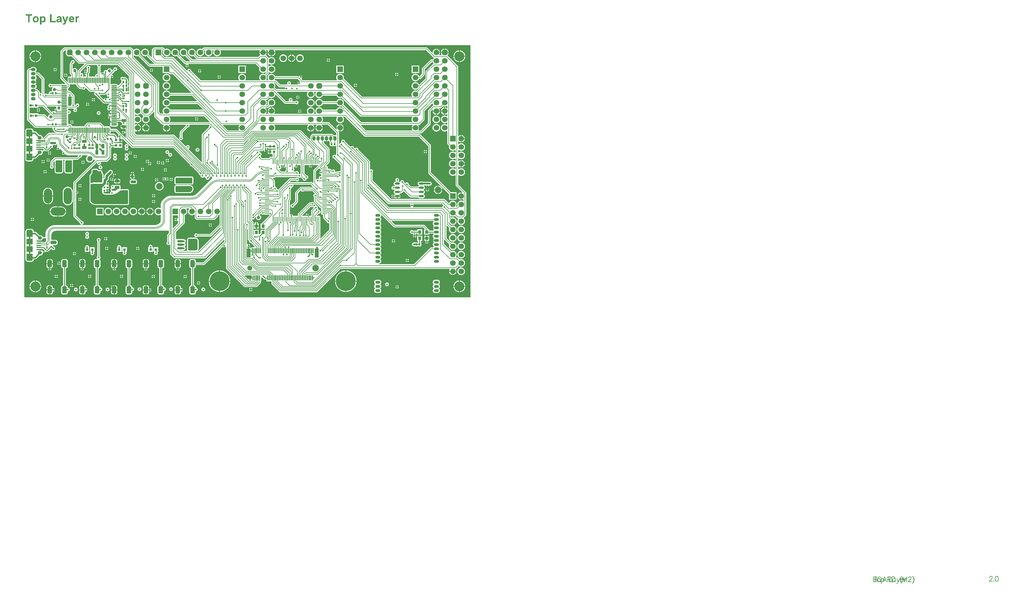
<source format=gtl>
G04 Layer_Physical_Order=1*
G04 Layer_Color=255*
%FSLAX25Y25*%
%MOIN*%
G70*
G01*
G75*
%ADD10C,0.00700*%
%ADD11C,0.01700*%
%ADD12C,0.01100*%
%ADD13O,0.05709X0.00787*%
G04:AMPARAMS|DCode=14|XSize=86.61mil|YSize=55.12mil|CornerRadius=13.78mil|HoleSize=0mil|Usage=FLASHONLY|Rotation=90.000|XOffset=0mil|YOffset=0mil|HoleType=Round|Shape=RoundedRectangle|*
%AMROUNDEDRECTD14*
21,1,0.08661,0.02756,0,0,90.0*
21,1,0.05905,0.05512,0,0,90.0*
1,1,0.02756,0.01378,0.02953*
1,1,0.02756,0.01378,-0.02953*
1,1,0.02756,-0.01378,-0.02953*
1,1,0.02756,-0.01378,0.02953*
%
%ADD14ROUNDEDRECTD14*%
%ADD15R,0.03543X0.03937*%
%ADD16R,0.02756X0.03150*%
G04:AMPARAMS|DCode=17|XSize=55.12mil|YSize=35.43mil|CornerRadius=8.86mil|HoleSize=0mil|Usage=FLASHONLY|Rotation=270.000|XOffset=0mil|YOffset=0mil|HoleType=Round|Shape=RoundedRectangle|*
%AMROUNDEDRECTD17*
21,1,0.05512,0.01772,0,0,270.0*
21,1,0.03740,0.03543,0,0,270.0*
1,1,0.01772,-0.00886,-0.01870*
1,1,0.01772,-0.00886,0.01870*
1,1,0.01772,0.00886,0.01870*
1,1,0.01772,0.00886,-0.01870*
%
%ADD17ROUNDEDRECTD17*%
G04:AMPARAMS|DCode=18|XSize=55.12mil|YSize=35.43mil|CornerRadius=8.86mil|HoleSize=0mil|Usage=FLASHONLY|Rotation=180.000|XOffset=0mil|YOffset=0mil|HoleType=Round|Shape=RoundedRectangle|*
%AMROUNDEDRECTD18*
21,1,0.05512,0.01772,0,0,180.0*
21,1,0.03740,0.03543,0,0,180.0*
1,1,0.01772,-0.01870,0.00886*
1,1,0.01772,0.01870,0.00886*
1,1,0.01772,0.01870,-0.00886*
1,1,0.01772,-0.01870,-0.00886*
%
%ADD18ROUNDEDRECTD18*%
%ADD19R,0.03150X0.03150*%
%ADD20R,0.10236X0.03937*%
%ADD21R,0.01772X0.01181*%
%ADD22O,0.06102X0.02362*%
%ADD23R,0.06299X0.02756*%
G04:AMPARAMS|DCode=24|XSize=21.65mil|YSize=23.62mil|CornerRadius=5.41mil|HoleSize=0mil|Usage=FLASHONLY|Rotation=180.000|XOffset=0mil|YOffset=0mil|HoleType=Round|Shape=RoundedRectangle|*
%AMROUNDEDRECTD24*
21,1,0.02165,0.01279,0,0,180.0*
21,1,0.01083,0.02362,0,0,180.0*
1,1,0.01083,-0.00541,0.00640*
1,1,0.01083,0.00541,0.00640*
1,1,0.01083,0.00541,-0.00640*
1,1,0.01083,-0.00541,-0.00640*
%
%ADD24ROUNDEDRECTD24*%
G04:AMPARAMS|DCode=25|XSize=21.65mil|YSize=23.62mil|CornerRadius=5.41mil|HoleSize=0mil|Usage=FLASHONLY|Rotation=90.000|XOffset=0mil|YOffset=0mil|HoleType=Round|Shape=RoundedRectangle|*
%AMROUNDEDRECTD25*
21,1,0.02165,0.01279,0,0,90.0*
21,1,0.01083,0.02362,0,0,90.0*
1,1,0.01083,0.00640,0.00541*
1,1,0.01083,0.00640,-0.00541*
1,1,0.01083,-0.00640,-0.00541*
1,1,0.01083,-0.00640,0.00541*
%
%ADD25ROUNDEDRECTD25*%
G04:AMPARAMS|DCode=26|XSize=10.83mil|YSize=11.81mil|CornerRadius=2.71mil|HoleSize=0mil|Usage=FLASHONLY|Rotation=180.000|XOffset=0mil|YOffset=0mil|HoleType=Round|Shape=RoundedRectangle|*
%AMROUNDEDRECTD26*
21,1,0.01083,0.00640,0,0,180.0*
21,1,0.00541,0.01181,0,0,180.0*
1,1,0.00541,-0.00271,0.00320*
1,1,0.00541,0.00271,0.00320*
1,1,0.00541,0.00271,-0.00320*
1,1,0.00541,-0.00271,-0.00320*
%
%ADD26ROUNDEDRECTD26*%
G04:AMPARAMS|DCode=27|XSize=10.83mil|YSize=11.81mil|CornerRadius=2.71mil|HoleSize=0mil|Usage=FLASHONLY|Rotation=90.000|XOffset=0mil|YOffset=0mil|HoleType=Round|Shape=RoundedRectangle|*
%AMROUNDEDRECTD27*
21,1,0.01083,0.00640,0,0,90.0*
21,1,0.00541,0.01181,0,0,90.0*
1,1,0.00541,0.00320,0.00271*
1,1,0.00541,0.00320,-0.00271*
1,1,0.00541,-0.00320,-0.00271*
1,1,0.00541,-0.00320,0.00271*
%
%ADD27ROUNDEDRECTD27*%
%ADD28R,0.01181X0.06102*%
%ADD29R,0.04724X0.10827*%
G04:AMPARAMS|DCode=30|XSize=35.43mil|YSize=31.5mil|CornerRadius=7.87mil|HoleSize=0mil|Usage=FLASHONLY|Rotation=0.000|XOffset=0mil|YOffset=0mil|HoleType=Round|Shape=RoundedRectangle|*
%AMROUNDEDRECTD30*
21,1,0.03543,0.01575,0,0,0.0*
21,1,0.01968,0.03150,0,0,0.0*
1,1,0.01575,0.00984,-0.00787*
1,1,0.01575,-0.00984,-0.00787*
1,1,0.01575,-0.00984,0.00787*
1,1,0.01575,0.00984,0.00787*
%
%ADD30ROUNDEDRECTD30*%
%ADD31O,0.07087X0.01181*%
%ADD32O,0.01181X0.07087*%
%ADD33R,0.03937X0.10236*%
%ADD34R,0.05315X0.01575*%
%ADD35O,0.00787X0.05709*%
%ADD36C,0.03937*%
%ADD37C,0.00689*%
%ADD38C,0.00800*%
%ADD39C,0.01000*%
%ADD40C,0.00600*%
%ADD41C,0.02000*%
%ADD42C,0.00709*%
%ADD43C,0.01500*%
%ADD44C,0.01080*%
%ADD45C,0.03000*%
%ADD46C,0.00591*%
%ADD47R,0.07480X0.07087*%
%ADD48C,0.01200*%
%ADD49C,0.12000*%
%ADD50C,0.06693*%
G04:AMPARAMS|DCode=51|XSize=66.93mil|YSize=66.93mil|CornerRadius=0mil|HoleSize=0mil|Usage=FLASHONLY|Rotation=0.000|XOffset=0mil|YOffset=0mil|HoleType=Round|Shape=Octagon|*
%AMOCTAGOND51*
4,1,8,0.03347,-0.01673,0.03347,0.01673,0.01673,0.03347,-0.01673,0.03347,-0.03347,0.01673,-0.03347,-0.01673,-0.01673,-0.03347,0.01673,-0.03347,0.03347,-0.01673,0.0*
%
%ADD51OCTAGOND51*%

%ADD52R,0.06693X0.06693*%
%ADD53C,0.07874*%
%ADD54O,0.06000X0.03402*%
%ADD55C,0.03800*%
%ADD56O,0.05512X0.03937*%
G04:AMPARAMS|DCode=57|XSize=66.93mil|YSize=66.93mil|CornerRadius=0mil|HoleSize=0mil|Usage=FLASHONLY|Rotation=270.000|XOffset=0mil|YOffset=0mil|HoleType=Round|Shape=Octagon|*
%AMOCTAGOND57*
4,1,8,-0.01673,-0.03347,0.01673,-0.03347,0.03347,-0.01673,0.03347,0.01673,0.01673,0.03347,-0.01673,0.03347,-0.03347,0.01673,-0.03347,-0.01673,-0.01673,-0.03347,0.0*
%
%ADD57OCTAGOND57*%

%ADD58C,0.05905*%
%ADD59C,0.23622*%
%ADD60R,0.06693X0.06693*%
%ADD61O,0.17716X0.09842*%
%ADD62O,0.09842X0.17716*%
%ADD63O,0.09842X0.19685*%
%ADD64C,0.06299*%
G04:AMPARAMS|DCode=65|XSize=82.68mil|YSize=74.8mil|CornerRadius=19.45mil|HoleSize=0mil|Usage=FLASHONLY|Rotation=90.000|XOffset=0mil|YOffset=0mil|HoleType=Round|Shape=RoundedRectangle|*
%AMROUNDEDRECTD65*
21,1,0.08268,0.03591,0,0,90.0*
21,1,0.04378,0.07480,0,0,90.0*
1,1,0.03890,0.01795,0.02189*
1,1,0.03890,0.01795,-0.02189*
1,1,0.03890,-0.01795,-0.02189*
1,1,0.03890,-0.01795,0.02189*
%
%ADD65ROUNDEDRECTD65*%
G04:AMPARAMS|DCode=66|XSize=41.34mil|YSize=49.21mil|CornerRadius=20.67mil|HoleSize=0mil|Usage=FLASHONLY|Rotation=270.000|XOffset=0mil|YOffset=0mil|HoleType=Round|Shape=RoundedRectangle|*
%AMROUNDEDRECTD66*
21,1,0.04134,0.00787,0,0,270.0*
21,1,0.00000,0.04921,0,0,270.0*
1,1,0.04134,-0.00394,0.00000*
1,1,0.04134,-0.00394,0.00000*
1,1,0.04134,0.00394,0.00000*
1,1,0.04134,0.00394,0.00000*
%
%ADD66ROUNDEDRECTD66*%
%ADD67C,0.06600*%
%ADD68R,0.06600X0.06600*%
%ADD69O,0.03937X0.05512*%
%ADD70C,0.02000*%
%ADD71C,0.02165*%
G36*
X328821Y257444D02*
X328502Y257056D01*
X328376Y257140D01*
X328096Y257196D01*
Y255256D01*
X327596D01*
Y254756D01*
X325656D01*
X325712Y254476D01*
X325976Y254080D01*
X325709Y253580D01*
X317724D01*
X317457Y254080D01*
X317668Y254398D01*
X317839Y255256D01*
X317668Y256114D01*
X317182Y256842D01*
X316455Y257328D01*
X315596Y257499D01*
X314738Y257328D01*
X314010Y256842D01*
X313524Y256114D01*
X313353Y255256D01*
X313524Y254398D01*
X313736Y254080D01*
X313468Y253580D01*
X305255D01*
X300518Y258317D01*
X300005Y258660D01*
X299400Y258780D01*
X298325D01*
X298104Y259229D01*
X298471Y259707D01*
X298766Y260420D01*
X325845D01*
X328821Y257444D01*
D02*
G37*
G36*
X183020Y93628D02*
X182520Y93476D01*
X182342Y93742D01*
X181680Y94184D01*
X181400Y94240D01*
Y92300D01*
Y90360D01*
X181680Y90416D01*
X182342Y90858D01*
X182520Y91124D01*
X183020Y90972D01*
Y87955D01*
X177142Y82077D01*
X176680Y82269D01*
Y97453D01*
X183020D01*
Y93628D01*
D02*
G37*
G36*
X351923Y153381D02*
X351940Y153295D01*
X352283Y152782D01*
X353098Y151967D01*
X353611Y151624D01*
X353879Y151571D01*
X353866Y151509D01*
X353952Y151079D01*
X353601Y150640D01*
X353600Y150639D01*
X352820Y150484D01*
X352158Y150042D01*
X351716Y149380D01*
X351660Y149100D01*
X353600D01*
Y148100D01*
X351660D01*
X351716Y147820D01*
X352158Y147158D01*
X352820Y146716D01*
X353600Y146561D01*
X353899Y146620D01*
X353990Y146163D01*
X354101Y145998D01*
X353990Y145832D01*
X353866Y145210D01*
X353968Y144700D01*
X353751Y144385D01*
X353607Y144262D01*
X353200Y144343D01*
X352342Y144172D01*
X351614Y143686D01*
X351128Y142958D01*
X350957Y142100D01*
X351128Y141242D01*
X351307Y140974D01*
X350946Y140613D01*
X350558Y140872D01*
X349700Y141043D01*
X348842Y140872D01*
X348280Y140497D01*
X347780Y140718D01*
Y149945D01*
X351380Y153545D01*
X351923Y153381D01*
D02*
G37*
G36*
X344114Y107414D02*
X344808Y106950D01*
X344847Y106903D01*
X344959Y106394D01*
X342268Y103702D01*
X341925Y103190D01*
X341805Y102585D01*
Y96933D01*
X341188Y96810D01*
X341023Y96699D01*
X340857Y96810D01*
X340235Y96934D01*
X339674Y96822D01*
X339439Y96967D01*
X339231Y97155D01*
X339240Y97200D01*
X335360D01*
X335416Y96920D01*
X335414Y96914D01*
X334889Y96810D01*
X334724Y96699D01*
X334558Y96810D01*
X333936Y96934D01*
X333314Y96810D01*
X333149Y96699D01*
X332983Y96810D01*
X332362Y96934D01*
X331740Y96810D01*
X331440Y96962D01*
X331347Y97512D01*
X341255Y107420D01*
X344110D01*
X344114Y107414D01*
D02*
G37*
G36*
X303483Y250883D02*
X303995Y250540D01*
X304600Y250420D01*
X310381D01*
X310549Y250105D01*
X310604Y249920D01*
X310560Y249700D01*
X312500D01*
Y248700D01*
X310482D01*
X310154Y248280D01*
X300455D01*
X298634Y250101D01*
X298929Y250813D01*
X299086Y252000D01*
X298929Y253187D01*
X298471Y254293D01*
X297837Y255120D01*
X298013Y255620D01*
X298745D01*
X303483Y250883D01*
D02*
G37*
G36*
X220685Y209380D02*
X220478Y208880D01*
X173102D01*
X172881Y209329D01*
X173171Y209707D01*
X173629Y210813D01*
X173786Y212000D01*
X173629Y213187D01*
X173171Y214293D01*
X172443Y215243D01*
X172308Y215346D01*
X172468Y215820D01*
X214245D01*
X220685Y209380D01*
D02*
G37*
G36*
X154620Y221031D02*
Y215900D01*
X154740Y215295D01*
X155082Y214783D01*
X163682Y206183D01*
X164195Y205840D01*
X164800Y205720D01*
X166130D01*
X166291Y205246D01*
X166100Y205100D01*
X165403Y204192D01*
X164965Y203135D01*
X164882Y202500D01*
X169200D01*
X173518D01*
X173435Y203135D01*
X172997Y204192D01*
X172300Y205100D01*
X172109Y205246D01*
X172270Y205720D01*
X192026D01*
X192343Y205333D01*
X192257Y204900D01*
X192275Y204810D01*
X185483Y198018D01*
X185140Y197505D01*
X185020Y196900D01*
Y191090D01*
X185014Y191086D01*
X184528Y190358D01*
X184357Y189500D01*
X184528Y188642D01*
X185014Y187914D01*
X185742Y187428D01*
X186600Y187257D01*
X187458Y187428D01*
X188186Y187914D01*
X188672Y188642D01*
X188843Y189500D01*
X188672Y190358D01*
X188186Y191086D01*
X188180Y191090D01*
Y196245D01*
X194615Y202680D01*
X195358Y202828D01*
X196086Y203314D01*
X196572Y204042D01*
X196743Y204900D01*
X196657Y205333D01*
X196974Y205720D01*
X220045D01*
X220714Y205051D01*
X220665Y204554D01*
X220414Y204386D01*
X219928Y203658D01*
X219757Y202800D01*
X219758Y202793D01*
X211783Y194817D01*
X211440Y194305D01*
X211320Y193700D01*
Y161269D01*
X210858Y161077D01*
X195475Y176460D01*
X195612Y177030D01*
X196186Y177414D01*
X196672Y178142D01*
X196843Y179000D01*
X196672Y179858D01*
X196186Y180586D01*
X195458Y181072D01*
X194600Y181243D01*
X193742Y181072D01*
X193014Y180586D01*
X192630Y180012D01*
X192060Y179875D01*
X178618Y193317D01*
X178105Y193660D01*
X177500Y193780D01*
X133408D01*
X131580Y195608D01*
Y198196D01*
X132029Y198418D01*
X132308Y198203D01*
X133365Y197765D01*
X134000Y197682D01*
Y202000D01*
Y206318D01*
X133365Y206235D01*
X132308Y205797D01*
X132029Y205582D01*
X131580Y205803D01*
Y207944D01*
X132029Y208166D01*
X132207Y208029D01*
X133313Y207571D01*
X134500Y207414D01*
X135687Y207571D01*
X136793Y208029D01*
X137743Y208757D01*
X138471Y209707D01*
X138929Y210813D01*
X139086Y212000D01*
X138929Y213187D01*
X138471Y214293D01*
X137743Y215243D01*
X136793Y215971D01*
X135687Y216429D01*
X134500Y216586D01*
X133313Y216429D01*
X132207Y215971D01*
X132029Y215834D01*
X131580Y216056D01*
Y217944D01*
X132029Y218165D01*
X132207Y218029D01*
X133313Y217571D01*
X134500Y217414D01*
X135687Y217571D01*
X136793Y218029D01*
X137743Y218757D01*
X137975Y219060D01*
X138605Y219060D01*
X141560Y216105D01*
X141610Y215513D01*
X141257Y215243D01*
X140529Y214293D01*
X140071Y213187D01*
X139914Y212000D01*
X140071Y210813D01*
X140529Y209707D01*
X141257Y208757D01*
X142207Y208029D01*
X143313Y207571D01*
X144500Y207414D01*
X145687Y207571D01*
X146793Y208029D01*
X147743Y208757D01*
X148471Y209707D01*
X148929Y210813D01*
X149086Y212000D01*
X148929Y213187D01*
X148471Y214293D01*
X147905Y215031D01*
X148088Y215577D01*
X148405Y215640D01*
X148917Y215983D01*
X154158Y221223D01*
X154620Y221031D01*
D02*
G37*
G36*
X24682Y70063D02*
X24857Y69990D01*
X25016Y69884D01*
X25083Y69817D01*
Y69817D01*
X25300Y69600D01*
X25324Y69576D01*
X25361Y69520D01*
X25387Y69458D01*
X25400Y69392D01*
Y69359D01*
Y67690D01*
Y67455D01*
X25308Y66993D01*
X25128Y66558D01*
X24866Y66166D01*
X24700Y66000D01*
X24533Y65834D01*
X24142Y65572D01*
X23707Y65392D01*
X23245Y65300D01*
X21216D01*
X21084Y65326D01*
X20959Y65378D01*
X20848Y65452D01*
X20800Y65500D01*
X20800Y65500D01*
X20726Y65567D01*
X20559Y65679D01*
X20373Y65756D01*
X20176Y65795D01*
X20076Y65800D01*
X18600D01*
Y67400D01*
X18810D01*
X19044Y67412D01*
X19504Y67503D01*
X19937Y67682D01*
X20326Y67943D01*
X20500Y68100D01*
X20500D01*
X20646Y68246D01*
X20726Y68334D01*
X20857Y68531D01*
X20948Y68750D01*
X20994Y68982D01*
X21000Y69100D01*
Y69117D01*
Y69184D01*
X21026Y69316D01*
X21078Y69441D01*
X21152Y69552D01*
X21200Y69600D01*
X21319Y69719D01*
X21599Y69906D01*
X21909Y70034D01*
X22239Y70100D01*
X24495D01*
X24682Y70063D01*
D02*
G37*
G36*
X487025Y231156D02*
X487071Y230813D01*
X487529Y229707D01*
X487947Y229162D01*
X487728Y228626D01*
X487395Y228560D01*
X486882Y228218D01*
X482083Y223417D01*
X481740Y222905D01*
X481620Y222300D01*
Y207655D01*
X472545Y198580D01*
X469970D01*
X469738Y199080D01*
X470297Y199808D01*
X470735Y200865D01*
X470818Y201500D01*
X466500D01*
X462182D01*
X462265Y200865D01*
X462703Y199808D01*
X463262Y199080D01*
X463030Y198580D01*
X407755D01*
X401415Y204920D01*
X401622Y205420D01*
X463030D01*
X463262Y204920D01*
X462703Y204192D01*
X462265Y203135D01*
X462182Y202500D01*
X466500D01*
X470818D01*
X470735Y203135D01*
X470297Y204192D01*
X469738Y204920D01*
X469970Y205420D01*
X470600D01*
X471205Y205540D01*
X471718Y205883D01*
X476918Y211083D01*
X477260Y211595D01*
X477380Y212200D01*
Y222145D01*
X486552Y231317D01*
X487025Y231156D01*
D02*
G37*
G36*
X343673Y131992D02*
X343481Y131530D01*
X329950D01*
X329345Y131410D01*
X328833Y131068D01*
X323482Y125717D01*
X323140Y125205D01*
X323020Y124600D01*
Y114255D01*
X319707Y110942D01*
X319700Y110943D01*
X318842Y110772D01*
X318114Y110286D01*
X317628Y109558D01*
X317457Y108700D01*
X317628Y107842D01*
X318114Y107114D01*
X318842Y106628D01*
X319700Y106457D01*
X320558Y106628D01*
X321286Y107114D01*
X321772Y107842D01*
X321943Y108700D01*
X321942Y108707D01*
X325717Y112483D01*
X326060Y112995D01*
X326180Y113600D01*
Y123945D01*
X329260Y127025D01*
X329830Y126888D01*
X330214Y126314D01*
X330942Y125828D01*
X331800Y125657D01*
X332658Y125828D01*
X333386Y126314D01*
X333390Y126320D01*
X343765D01*
X346377Y123708D01*
X346232Y123230D01*
X345942Y123172D01*
X345214Y122686D01*
X344728Y121958D01*
X344557Y121100D01*
X344728Y120242D01*
X345214Y119514D01*
X345220Y119510D01*
Y114200D01*
X345340Y113595D01*
X345683Y113083D01*
X352468Y106298D01*
X352980Y105955D01*
X353585Y105835D01*
X353868D01*
X353990Y105218D01*
X354101Y105053D01*
X353990Y104887D01*
X353866Y104265D01*
X353990Y103644D01*
X354101Y103478D01*
X353990Y103312D01*
X353866Y102691D01*
X353990Y102069D01*
X354101Y101903D01*
X353990Y101738D01*
X353866Y101116D01*
X353990Y100494D01*
X354101Y100328D01*
X353990Y100163D01*
X353866Y99541D01*
X353990Y98919D01*
X354342Y98392D01*
X354870Y98040D01*
X355491Y97916D01*
X356372D01*
Y94648D01*
X356492Y94043D01*
X356835Y93531D01*
X360554Y89811D01*
X360628Y89442D01*
X361114Y88714D01*
X361842Y88228D01*
X362700Y88057D01*
X363270Y88170D01*
X363770Y87813D01*
Y80405D01*
X353121Y69756D01*
X352719Y70054D01*
X352839Y70659D01*
Y90163D01*
X352884Y90387D01*
Y95309D01*
X352760Y95930D01*
X352408Y96458D01*
X351881Y96810D01*
X351259Y96934D01*
X350637Y96810D01*
X350472Y96699D01*
X350306Y96810D01*
X349684Y96934D01*
X349174Y96832D01*
X348888Y97223D01*
X348886Y97230D01*
X348885Y97250D01*
X351010Y99375D01*
X351100Y99357D01*
X351958Y99528D01*
X352686Y100014D01*
X353172Y100742D01*
X353343Y101600D01*
X353172Y102458D01*
X352686Y103186D01*
X351958Y103672D01*
X351429Y103778D01*
X351090Y103863D01*
X350862Y104306D01*
X350772Y104758D01*
X350286Y105486D01*
X349605Y105941D01*
X349672Y106042D01*
X349843Y106900D01*
X349672Y107758D01*
X349186Y108486D01*
X348458Y108972D01*
X347928Y109078D01*
X347772Y109858D01*
X347286Y110586D01*
X346558Y111072D01*
X345819Y111219D01*
X345672Y111958D01*
X345186Y112686D01*
X344458Y113172D01*
X343600Y113343D01*
X342742Y113172D01*
X342014Y112686D01*
X342010Y112680D01*
X340100D01*
X339495Y112560D01*
X338983Y112217D01*
X326520Y99755D01*
X326177Y99242D01*
X326057Y98637D01*
Y96933D01*
X325440Y96810D01*
X325275Y96699D01*
X325109Y96810D01*
X324487Y96934D01*
X323866Y96810D01*
X323700Y96699D01*
X323534Y96810D01*
X322913Y96934D01*
X322291Y96810D01*
X322125Y96699D01*
X321960Y96810D01*
X321338Y96934D01*
X320716Y96810D01*
X320612Y96829D01*
X320214Y97027D01*
X320084Y97680D01*
X319642Y98342D01*
X318980Y98784D01*
X318700Y98840D01*
Y96900D01*
X317700D01*
Y98840D01*
X317420Y98784D01*
X317119Y98583D01*
X316619Y98850D01*
Y114884D01*
X317318Y115583D01*
X317660Y116095D01*
X317780Y116700D01*
Y128310D01*
X317786Y128314D01*
X318272Y129042D01*
X318443Y129900D01*
X318402Y130105D01*
X318810Y130619D01*
X319358Y130728D01*
X320086Y131214D01*
X320572Y131942D01*
X320743Y132800D01*
X320620Y133420D01*
X320953Y133920D01*
X341745D01*
X343673Y131992D01*
D02*
G37*
G36*
X86383Y276833D02*
X86357Y276700D01*
X86528Y275842D01*
X86932Y275237D01*
Y266711D01*
X86545Y266394D01*
X86300Y266443D01*
X85442Y266272D01*
X84714Y265786D01*
X84228Y265058D01*
X84057Y264200D01*
X84138Y263791D01*
X83979Y263375D01*
X83467Y263165D01*
X83356Y263239D01*
X82657Y263378D01*
X81959Y263239D01*
X81673Y263049D01*
X81388Y263239D01*
X80689Y263378D01*
X79990Y263239D01*
X79705Y263049D01*
X79419Y263239D01*
X78720Y263378D01*
X78022Y263239D01*
X77736Y263049D01*
X77451Y263239D01*
X76752Y263378D01*
X76517Y263571D01*
Y266617D01*
X76533Y266700D01*
X76520Y266768D01*
X77126Y267374D01*
X77501Y267937D01*
X77633Y268600D01*
Y272634D01*
X77972Y273142D01*
X78143Y274000D01*
X77972Y274858D01*
X77486Y275586D01*
X76758Y276072D01*
X75900Y276243D01*
X75042Y276072D01*
X74314Y275586D01*
X73828Y274858D01*
X73657Y274000D01*
X73828Y273142D01*
X74167Y272634D01*
Y271723D01*
X73726Y271487D01*
X73580Y271584D01*
X73300Y271640D01*
Y269700D01*
X72800D01*
Y269200D01*
X70860D01*
X70916Y268920D01*
X71313Y268326D01*
X71480Y267836D01*
X71199Y267416D01*
X71136Y267100D01*
X72667D01*
Y266100D01*
X71136D01*
X71199Y265784D01*
X71480Y265364D01*
X71900Y265083D01*
X72396Y264984D01*
X72937D01*
X73050Y264892D01*
Y263571D01*
X72815Y263378D01*
X72116Y263239D01*
X71831Y263049D01*
X71545Y263239D01*
X70846Y263378D01*
X70148Y263239D01*
X70017Y263152D01*
X69578Y263348D01*
X69435Y263837D01*
X69772Y264342D01*
X69943Y265200D01*
X69772Y266058D01*
X69286Y266786D01*
X68558Y267272D01*
X67700Y267443D01*
X67021Y267308D01*
X66521Y267614D01*
Y269086D01*
X74655Y277220D01*
X86066D01*
X86383Y276833D01*
D02*
G37*
G36*
X433483Y111082D02*
X433995Y110740D01*
X434600Y110620D01*
X460246D01*
X460482Y110179D01*
X460416Y110080D01*
X460360Y109800D01*
X464240D01*
X464184Y110080D01*
X464118Y110179D01*
X464354Y110620D01*
X498945D01*
X499758Y109807D01*
X499668Y109190D01*
X499214Y108886D01*
X498728Y108158D01*
X498557Y107300D01*
X498459Y107180D01*
X463628D01*
X463476Y107680D01*
X463742Y107858D01*
X464184Y108520D01*
X464240Y108800D01*
X460360D01*
X460416Y108520D01*
X460858Y107858D01*
X461124Y107680D01*
X460972Y107180D01*
X435055D01*
X412025Y130210D01*
X412043Y130300D01*
X411872Y131158D01*
X411386Y131886D01*
X410658Y132372D01*
X409800Y132543D01*
X409567Y132497D01*
X409180Y132814D01*
Y134696D01*
X409296Y134778D01*
X409680Y134885D01*
X433483Y111082D01*
D02*
G37*
G36*
X9016Y164924D02*
X9001Y164735D01*
X8973Y164526D01*
X8914Y164317D01*
X8851Y164148D01*
X8772Y163983D01*
X8662Y163809D01*
X8548Y163660D01*
X8414Y163506D01*
X8272Y163392D01*
X8127Y163282D01*
X7965Y163187D01*
X7800Y163109D01*
X7635Y163046D01*
X7434Y162998D01*
X7257Y162971D01*
X7048Y162955D01*
X3505D01*
X3288Y162971D01*
X3111Y163002D01*
X2914Y163050D01*
X2757Y163113D01*
X2627Y163164D01*
X2458Y163262D01*
X2312Y163365D01*
X2162Y163487D01*
X2001Y163664D01*
X1883Y163821D01*
X1768Y164002D01*
X1674Y164211D01*
X1572Y164553D01*
X1536Y164924D01*
Y171223D01*
X9016D01*
Y164924D01*
D02*
G37*
G36*
X372120Y195345D02*
Y193346D01*
X371620Y193012D01*
X371227Y193174D01*
X370400Y193283D01*
X369573Y193174D01*
X369281Y193054D01*
X368018Y194317D01*
X367505Y194660D01*
X366900Y194780D01*
X344244D01*
X343639Y194660D01*
X343126Y194317D01*
X341264Y192455D01*
X340921Y191943D01*
X340801Y191338D01*
Y188687D01*
X340339Y188496D01*
X330118Y198717D01*
X329605Y199060D01*
X329000Y199180D01*
X298632D01*
X298411Y199629D01*
X298471Y199707D01*
X298929Y200813D01*
X299086Y202000D01*
X298929Y203187D01*
X298471Y204293D01*
X297837Y205120D01*
X298013Y205620D01*
X338300D01*
X338460Y205146D01*
X338400Y205100D01*
X337703Y204192D01*
X337265Y203135D01*
X337182Y202500D01*
X341500D01*
X345818D01*
X345735Y203135D01*
X345297Y204192D01*
X344600Y205100D01*
X344540Y205146D01*
X344700Y205620D01*
X348300D01*
X348460Y205146D01*
X348400Y205100D01*
X347703Y204192D01*
X347265Y203135D01*
X347182Y202500D01*
X351500D01*
X355818D01*
X355735Y203135D01*
X355297Y204192D01*
X354600Y205100D01*
X354540Y205146D01*
X354700Y205620D01*
X361845D01*
X372120Y195345D01*
D02*
G37*
G36*
X36791Y66934D02*
X37102Y66806D01*
X37381Y66619D01*
X37500Y66500D01*
X37619Y66381D01*
X37806Y66101D01*
X37934Y65791D01*
X38000Y65461D01*
Y65293D01*
Y64707D01*
Y64539D01*
X37934Y64209D01*
X37806Y63898D01*
X37619Y63619D01*
X37500Y63500D01*
X37381Y63381D01*
X37102Y63194D01*
X36791Y63066D01*
X36461Y63000D01*
X31000D01*
X30500Y63500D01*
Y65293D01*
Y65461D01*
X30566Y65791D01*
X30694Y66101D01*
X30881Y66381D01*
X31000Y66500D01*
X31119Y66619D01*
X31398Y66806D01*
X31709Y66934D01*
X32039Y67000D01*
X36461D01*
X36791Y66934D01*
D02*
G37*
G36*
X266220Y80731D02*
Y69000D01*
X266340Y68395D01*
X266683Y67883D01*
X267958Y66607D01*
X267957Y66600D01*
X268128Y65742D01*
X268614Y65014D01*
X269342Y64528D01*
X270200Y64357D01*
X270207Y64358D01*
X274752Y59813D01*
X274561Y59351D01*
X271734D01*
Y59151D01*
X271734D01*
Y55100D01*
X271056D01*
Y59151D01*
X269966D01*
Y58659D01*
X267725D01*
Y52246D01*
X266725D01*
Y58659D01*
X265393D01*
Y59772D01*
X265893Y59968D01*
X266420Y59616D01*
X266700Y59560D01*
Y61500D01*
Y63440D01*
X266420Y63384D01*
X265893Y63032D01*
X265393Y63228D01*
Y80559D01*
X265758Y80923D01*
X266220Y80731D01*
D02*
G37*
G36*
X256185Y204820D02*
X255703Y204192D01*
X255265Y203135D01*
X255182Y202500D01*
X259500D01*
Y201500D01*
X255182D01*
X255265Y200865D01*
X255703Y199808D01*
X256031Y199380D01*
X255785Y198880D01*
X242455D01*
X236477Y204858D01*
X236669Y205320D01*
X255938D01*
X256185Y204820D01*
D02*
G37*
G36*
X131207Y288029D02*
X132313Y287571D01*
X133500Y287414D01*
X134687Y287571D01*
X135399Y287866D01*
X147682Y275583D01*
X148195Y275240D01*
X148800Y275120D01*
X164654D01*
Y267454D01*
X171511D01*
X172382Y266582D01*
X172895Y266240D01*
X173500Y266120D01*
X177045D01*
X199123Y244042D01*
X198931Y243580D01*
X173466D01*
X173171Y244293D01*
X172443Y245243D01*
X171493Y245971D01*
X170387Y246429D01*
X169200Y246586D01*
X168013Y246429D01*
X166907Y245971D01*
X165957Y245243D01*
X165229Y244293D01*
X164771Y243187D01*
X164614Y242000D01*
X164771Y240813D01*
X165229Y239707D01*
X165957Y238757D01*
X166907Y238029D01*
X168013Y237571D01*
X169200Y237414D01*
X170387Y237571D01*
X171493Y238029D01*
X172443Y238757D01*
X173171Y239707D01*
X173466Y240420D01*
X199645D01*
X206023Y234042D01*
X205831Y233580D01*
X173466D01*
X173171Y234293D01*
X172443Y235243D01*
X171493Y235971D01*
X170387Y236429D01*
X169200Y236586D01*
X168013Y236429D01*
X166907Y235971D01*
X165957Y235243D01*
X165229Y234293D01*
X164771Y233187D01*
X164614Y232000D01*
X164771Y230813D01*
X165229Y229707D01*
X165957Y228757D01*
X166907Y228029D01*
X168013Y227571D01*
X169200Y227414D01*
X170387Y227571D01*
X171493Y228029D01*
X172443Y228757D01*
X173171Y229707D01*
X173466Y230420D01*
X206445D01*
X212823Y224042D01*
X212631Y223580D01*
X173466D01*
X173171Y224293D01*
X172443Y225243D01*
X171493Y225971D01*
X170387Y226429D01*
X169200Y226586D01*
X168013Y226429D01*
X166907Y225971D01*
X165957Y225243D01*
X165229Y224293D01*
X164771Y223187D01*
X164614Y222000D01*
X164771Y220813D01*
X165229Y219707D01*
X165442Y219429D01*
X165221Y218980D01*
X162455D01*
X160280Y221155D01*
Y255700D01*
X160160Y256305D01*
X159818Y256818D01*
X130080Y286555D01*
Y288263D01*
X130580Y288510D01*
X131207Y288029D01*
D02*
G37*
G36*
X488128Y90431D02*
X488364Y90250D01*
Y89750D01*
X488128Y89569D01*
X487663Y88963D01*
X487371Y88257D01*
X487271Y87500D01*
X487371Y86743D01*
X487663Y86037D01*
X488128Y85431D01*
X488444Y85189D01*
X488450Y84564D01*
X488271Y84426D01*
X487838Y83862D01*
X487566Y83205D01*
X487539Y83000D01*
X491496D01*
Y82000D01*
X487539D01*
X487566Y81795D01*
X487838Y81138D01*
X488271Y80574D01*
X488450Y80436D01*
X488444Y79811D01*
X488128Y79569D01*
X487794Y79133D01*
X483005D01*
Y80608D01*
X481080D01*
Y81500D01*
X480960Y82105D01*
X480618Y82617D01*
X477618Y85618D01*
X477105Y85960D01*
X476500Y86080D01*
X442155D01*
X438077Y90158D01*
X438269Y90620D01*
X487983D01*
X488128Y90431D01*
D02*
G37*
G36*
X328590Y157390D02*
X329206Y157267D01*
Y146995D01*
X328706Y146703D01*
X328000Y146843D01*
X327394Y146722D01*
X327072Y147142D01*
X327243Y148000D01*
X327072Y148858D01*
X326586Y149586D01*
X325858Y150072D01*
X325000Y150243D01*
X324142Y150072D01*
X323480Y149630D01*
X320621D01*
X320558Y150128D01*
X321286Y150614D01*
X321772Y151342D01*
X321943Y152200D01*
X321772Y153058D01*
X321343Y153700D01*
Y155835D01*
X321843Y155885D01*
X321916Y155520D01*
X322358Y154858D01*
X323020Y154416D01*
X323300Y154360D01*
Y156300D01*
X323800D01*
Y156800D01*
X325740D01*
X325735Y156822D01*
X326047Y157246D01*
X326116Y157277D01*
X326684Y157390D01*
X326850Y157501D01*
X327015Y157390D01*
X327637Y157266D01*
X328259Y157390D01*
X328424Y157501D01*
X328590Y157390D01*
D02*
G37*
G36*
X29911Y218582D02*
X29761Y218025D01*
X29237Y217808D01*
X28589Y217311D01*
X28092Y216663D01*
X27780Y215909D01*
X27678Y215136D01*
X27520Y215024D01*
X27227Y214880D01*
X24554Y217553D01*
X24024Y217907D01*
X23400Y218031D01*
X16224D01*
Y219275D01*
X10675D01*
Y219275D01*
X10219Y218971D01*
X9925Y219110D01*
Y219275D01*
X5780D01*
Y226025D01*
X9876D01*
Y226200D01*
X10170Y226339D01*
X10625Y226025D01*
Y226025D01*
X16175D01*
Y227269D01*
X21224D01*
X29911Y218582D01*
D02*
G37*
G36*
X270950Y23218D02*
X272540D01*
Y22218D01*
X270950D01*
Y21432D01*
X270450Y21281D01*
X270342Y21442D01*
X269680Y21884D01*
X269400Y21940D01*
Y20000D01*
X268400D01*
Y21940D01*
X268120Y21884D01*
X267458Y21442D01*
X267243Y21120D01*
X266600Y21055D01*
X262497Y25158D01*
X262689Y25620D01*
X270950D01*
Y23218D01*
D02*
G37*
G36*
X344338Y157390D02*
X344960Y157266D01*
X345582Y157390D01*
X345747Y157501D01*
X345913Y157390D01*
X346535Y157266D01*
X347157Y157390D01*
X347322Y157501D01*
X347488Y157390D01*
X348110Y157266D01*
X348731Y157390D01*
X348897Y157501D01*
X349062Y157390D01*
X349684Y157266D01*
X349984Y157326D01*
X350230Y156865D01*
X345082Y151717D01*
X344740Y151205D01*
X344620Y150600D01*
Y136223D01*
X344120Y136015D01*
X343517Y136618D01*
X343005Y136960D01*
X342400Y137080D01*
X316869D01*
X316677Y137542D01*
X317755Y138620D01*
X323710D01*
X323714Y138614D01*
X324442Y138128D01*
X325300Y137957D01*
X326158Y138128D01*
X326886Y138614D01*
X327372Y139342D01*
X327543Y140200D01*
X327372Y141058D01*
X326886Y141786D01*
X326158Y142272D01*
X325300Y142443D01*
X324442Y142272D01*
X323714Y141786D01*
X323710Y141780D01*
X317100D01*
X316495Y141660D01*
X315983Y141317D01*
X303082Y128418D01*
X302776Y127959D01*
X302158Y128372D01*
X301533Y128497D01*
X301119Y128978D01*
X301143Y129100D01*
X300972Y129958D01*
X300486Y130686D01*
X299758Y131172D01*
X299085Y131306D01*
X299143Y131600D01*
X298972Y132458D01*
X298486Y133186D01*
X298480Y133190D01*
Y138800D01*
X298360Y139405D01*
X298018Y139918D01*
X296377Y141558D01*
X296569Y142020D01*
X297700D01*
X298305Y142140D01*
X298817Y142482D01*
X299355Y143020D01*
X326410D01*
X326414Y143014D01*
X327142Y142528D01*
X328000Y142357D01*
X328858Y142528D01*
X329220Y142769D01*
X329631Y142977D01*
X329958Y142707D01*
X331758Y140907D01*
X331757Y140900D01*
X331928Y140042D01*
X332414Y139314D01*
X333142Y138828D01*
X334000Y138657D01*
X334858Y138828D01*
X335586Y139314D01*
X336072Y140042D01*
X336218Y140773D01*
X336300Y140757D01*
X337158Y140928D01*
X337886Y141414D01*
X338372Y142142D01*
X338543Y143000D01*
X338372Y143858D01*
X337886Y144586D01*
X337158Y145072D01*
X336664Y145171D01*
X333942Y147893D01*
Y157267D01*
X334558Y157390D01*
X334724Y157501D01*
X334889Y157390D01*
X335511Y157266D01*
X336133Y157390D01*
X336298Y157501D01*
X336464Y157390D01*
X337086Y157266D01*
X337708Y157390D01*
X337873Y157501D01*
X338039Y157390D01*
X338661Y157266D01*
X338809Y157296D01*
X339105Y157000D01*
X343140D01*
X343138Y157010D01*
X343357Y157417D01*
X343512Y157495D01*
X343929Y157578D01*
X343992Y157621D01*
X344338Y157390D01*
D02*
G37*
G36*
X54400Y253961D02*
X55098Y253822D01*
X55797Y253961D01*
X56083Y254151D01*
X56368Y253961D01*
X57067Y253822D01*
X57766Y253961D01*
X58051Y254151D01*
X58337Y253961D01*
X59035Y253822D01*
X59734Y253961D01*
X60020Y254151D01*
X60305Y253961D01*
X61004Y253822D01*
X61369Y253522D01*
Y253100D01*
X61493Y252476D01*
X61847Y251946D01*
X65047Y248746D01*
X65576Y248393D01*
X66200Y248269D01*
X68682D01*
X69342Y247828D01*
X70200Y247657D01*
X71058Y247828D01*
X71786Y248314D01*
X72272Y249042D01*
X72367Y249519D01*
X72910Y249683D01*
X77147Y245446D01*
X77676Y245093D01*
X78300Y244969D01*
X83075D01*
X83158Y244693D01*
X83202Y244469D01*
X82728Y243758D01*
X82557Y242900D01*
X82728Y242042D01*
X83214Y241314D01*
X83942Y240828D01*
X84540Y240709D01*
X93674Y231574D01*
X94237Y231199D01*
X94900Y231067D01*
X101150D01*
X101168Y231012D01*
X101012Y230477D01*
X100450Y230101D01*
X99374Y229026D01*
X98999Y228463D01*
X98867Y227800D01*
Y226266D01*
X98528Y225758D01*
X98357Y224900D01*
X98528Y224042D01*
X99014Y223314D01*
X99742Y222828D01*
X100600Y222657D01*
X101458Y222828D01*
X101951Y222589D01*
X102021Y222374D01*
X102025Y222350D01*
X102031Y222341D01*
X102108Y222105D01*
X101837Y221700D01*
X101724Y221134D01*
X101700Y221139D01*
X100920Y220984D01*
X100258Y220542D01*
X99816Y219880D01*
X99760Y219600D01*
X101700D01*
Y218600D01*
X99760D01*
X99816Y218320D01*
X100258Y217658D01*
X100577Y217445D01*
X100471Y216914D01*
X100320Y216884D01*
X99658Y216442D01*
X99216Y215780D01*
X99160Y215500D01*
X101100D01*
Y215000D01*
X101600D01*
Y213060D01*
X101707Y213082D01*
X101837Y212429D01*
X102028Y212143D01*
X101837Y211858D01*
X101698Y211159D01*
X101837Y210460D01*
X102148Y209995D01*
X102025Y209811D01*
X102001Y209690D01*
X102498D01*
X102825Y209472D01*
X103524Y209333D01*
X106476D01*
Y209048D01*
X103524D01*
X102825Y208909D01*
X102498Y208691D01*
X102001D01*
X102025Y208570D01*
X102148Y208386D01*
X101837Y207921D01*
X101698Y207222D01*
X101837Y206523D01*
X102028Y206238D01*
X101837Y205952D01*
X101698Y205254D01*
X101837Y204555D01*
X102233Y203963D01*
X102825Y203567D01*
X103524Y203428D01*
X109429D01*
X110128Y203567D01*
X110720Y203963D01*
X111116Y204555D01*
X111255Y205254D01*
X111116Y205952D01*
X110925Y206238D01*
X111116Y206523D01*
X111255Y207222D01*
X111116Y207921D01*
X110805Y208386D01*
X110927Y208570D01*
X111051Y209191D01*
X111244Y209426D01*
X114318D01*
X114365Y209191D01*
X114826Y208501D01*
X115516Y208040D01*
X115724Y207998D01*
X115857Y207800D01*
X116028Y206942D01*
X116189Y206700D01*
X115959Y206145D01*
X115594Y206072D01*
X114970Y205656D01*
X114553Y205032D01*
X114407Y204296D01*
Y203910D01*
X118200D01*
Y203410D01*
X118700D01*
Y200602D01*
X120070D01*
X120133Y200614D01*
X120520Y200297D01*
Y196848D01*
X120020Y196798D01*
X119966Y197068D01*
X119884Y197480D01*
X119442Y198142D01*
X118780Y198584D01*
X118500Y198640D01*
Y196700D01*
Y194760D01*
X118780Y194816D01*
X119442Y195258D01*
X119884Y195920D01*
X119966Y196332D01*
X120020Y196602D01*
X120520Y196552D01*
Y190469D01*
X120058Y190277D01*
X116368Y193967D01*
X116366Y193968D01*
X110065Y200269D01*
X109553Y200611D01*
X108948Y200731D01*
X102200D01*
Y202104D01*
X102061Y202803D01*
X101665Y203395D01*
X101073Y203791D01*
X100374Y203930D01*
X99675Y203791D01*
X99390Y203600D01*
X99104Y203791D01*
X98405Y203930D01*
X97707Y203791D01*
X97421Y203600D01*
X97136Y203791D01*
X96437Y203930D01*
X95738Y203791D01*
X95453Y203600D01*
X95167Y203791D01*
X94620Y203900D01*
X94131Y204000D01*
X94007Y204624D01*
X93654Y205153D01*
X91053Y207753D01*
X90524Y208107D01*
X89900Y208231D01*
X75000D01*
X74376Y208107D01*
X73847Y207753D01*
X71646Y205554D01*
X71293Y205024D01*
X71169Y204400D01*
Y204194D01*
X70846Y203930D01*
X70148Y203791D01*
X69862Y203600D01*
X69577Y203791D01*
X68878Y203930D01*
X68179Y203791D01*
X67894Y203600D01*
X67608Y203791D01*
X66909Y203930D01*
X66211Y203791D01*
X65925Y203600D01*
X65640Y203791D01*
X64941Y203930D01*
X64242Y203791D01*
X63957Y203600D01*
X63671Y203791D01*
X62972Y203930D01*
X62274Y203791D01*
X61988Y203600D01*
X61703Y203791D01*
X61004Y203930D01*
X60305Y203791D01*
X60020Y203600D01*
X59734Y203791D01*
X59035Y203930D01*
X58337Y203791D01*
X58051Y203600D01*
X57766Y203791D01*
X57067Y203930D01*
X56727Y203862D01*
X56679Y203902D01*
X56559Y204506D01*
X56216Y205019D01*
X55418Y205818D01*
X54905Y206160D01*
X54300Y206280D01*
X52500D01*
X52046Y206190D01*
X51830Y206380D01*
X51711Y206526D01*
X51680Y206588D01*
X51806Y207222D01*
X51667Y207921D01*
X51476Y208206D01*
X51667Y208492D01*
X51806Y209191D01*
X51667Y209889D01*
X51476Y210175D01*
X51667Y210460D01*
X51806Y211159D01*
X51667Y211858D01*
X51476Y212143D01*
X51667Y212429D01*
X51806Y213128D01*
X51667Y213826D01*
X51476Y214112D01*
X51667Y214397D01*
X51806Y215096D01*
X51667Y215795D01*
X51476Y216080D01*
X51667Y216366D01*
X51806Y217065D01*
X51667Y217763D01*
X51476Y218049D01*
X51667Y218334D01*
X51745Y218727D01*
X52600Y218557D01*
X53458Y218728D01*
X54186Y219214D01*
X54672Y219942D01*
X54843Y220800D01*
X54672Y221658D01*
X54186Y222386D01*
X53458Y222872D01*
X52600Y223043D01*
X52279Y222979D01*
X51725Y223379D01*
X51667Y223669D01*
X51476Y223954D01*
X51667Y224240D01*
X51806Y224939D01*
X51995Y225169D01*
X58475D01*
X58558Y224893D01*
X58602Y224669D01*
X58128Y223958D01*
X57957Y223100D01*
X58128Y222242D01*
X58614Y221514D01*
X59342Y221028D01*
X60200Y220857D01*
X61058Y221028D01*
X61786Y221514D01*
X62272Y222242D01*
X62443Y223100D01*
X62272Y223958D01*
X61786Y224686D01*
X61501Y224877D01*
X61501Y225478D01*
X61753Y225646D01*
X62780Y226673D01*
X63558Y226828D01*
X64286Y227314D01*
X64772Y228042D01*
X64943Y228900D01*
X64772Y229758D01*
X64286Y230486D01*
X63558Y230972D01*
X62700Y231143D01*
X61842Y230972D01*
X61114Y230486D01*
X60628Y229758D01*
X60496Y229097D01*
X60194Y228895D01*
X59700Y229115D01*
X59572Y229758D01*
X59131Y230418D01*
Y239997D01*
X59231Y240500D01*
X59107Y241124D01*
X58754Y241653D01*
X54630Y245777D01*
X54101Y246131D01*
X53476Y246255D01*
X52083D01*
X51806Y246592D01*
X51667Y247291D01*
X51476Y247576D01*
X51667Y247862D01*
X51806Y248561D01*
X51696Y249111D01*
X52147Y249412D01*
X53017Y250283D01*
X53360Y250795D01*
X53480Y251400D01*
Y253600D01*
X53425Y253880D01*
X53829Y253961D01*
X54114Y254151D01*
X54400Y253961D01*
D02*
G37*
G36*
X7684Y79988D02*
X7861Y79957D01*
X8058Y79909D01*
X8216Y79847D01*
X8346Y79795D01*
X8515Y79697D01*
X8661Y79594D01*
X8810Y79472D01*
X8972Y79295D01*
X9090Y79138D01*
X9204Y78957D01*
X9298Y78748D01*
X9401Y78405D01*
X9436Y78035D01*
Y71736D01*
X1956D01*
Y78035D01*
X1972Y78224D01*
X1999Y78433D01*
X2058Y78642D01*
X2121Y78811D01*
X2200Y78976D01*
X2310Y79150D01*
X2424Y79299D01*
X2558Y79453D01*
X2700Y79567D01*
X2846Y79677D01*
X3007Y79772D01*
X3172Y79850D01*
X3338Y79913D01*
X3539Y79961D01*
X3716Y79988D01*
X3924Y80004D01*
X7468D01*
X7684Y79988D01*
D02*
G37*
G36*
X37681Y226853D02*
X37580Y226609D01*
X37473Y225800D01*
X37514Y225486D01*
X37200Y225039D01*
X36420Y224884D01*
X35758Y224442D01*
X35316Y223780D01*
X35260Y223500D01*
X37200D01*
Y222500D01*
X35260D01*
X35316Y222220D01*
X35338Y222187D01*
X35140Y221894D01*
X35007Y221783D01*
X34200Y221943D01*
X33342Y221772D01*
X32614Y221286D01*
X32515Y221139D01*
X32018Y221089D01*
X26338Y226769D01*
X26546Y227269D01*
X37403D01*
X37681Y226853D01*
D02*
G37*
G36*
X504720Y228175D02*
Y225638D01*
X504220Y225392D01*
X503692Y225797D01*
X502635Y226235D01*
X502000Y226318D01*
Y222000D01*
Y217682D01*
X502635Y217765D01*
X503692Y218203D01*
X504220Y218608D01*
X504720Y218362D01*
Y215825D01*
X504271Y215604D01*
X503793Y215971D01*
X502687Y216429D01*
X501500Y216586D01*
X500313Y216429D01*
X499207Y215971D01*
X498257Y215243D01*
X497529Y214293D01*
X497071Y213187D01*
X496914Y212000D01*
X497071Y210813D01*
X497529Y209707D01*
X498257Y208757D01*
X499207Y208029D01*
X500313Y207571D01*
X501500Y207414D01*
X502687Y207571D01*
X503793Y208029D01*
X504271Y208396D01*
X504720Y208175D01*
Y205825D01*
X504271Y205604D01*
X503793Y205971D01*
X502687Y206429D01*
X501500Y206586D01*
X500313Y206429D01*
X499207Y205971D01*
X498257Y205243D01*
X497529Y204293D01*
X497071Y203187D01*
X496914Y202000D01*
X497071Y200813D01*
X497529Y199707D01*
X498257Y198757D01*
X499207Y198029D01*
X500313Y197571D01*
X501500Y197414D01*
X502687Y197571D01*
X503793Y198029D01*
X504271Y198396D01*
X504720Y198175D01*
Y183100D01*
X504840Y182495D01*
X505183Y181983D01*
X506831Y180334D01*
X506771Y180187D01*
X506614Y179000D01*
X506771Y177813D01*
X507229Y176707D01*
X507957Y175757D01*
X508907Y175029D01*
X510013Y174571D01*
X511200Y174414D01*
X512387Y174571D01*
X513493Y175029D01*
X514020Y175433D01*
X514520Y175186D01*
Y172814D01*
X514020Y172567D01*
X513493Y172971D01*
X512387Y173429D01*
X511200Y173586D01*
X510013Y173429D01*
X508907Y172971D01*
X507957Y172243D01*
X507229Y171293D01*
X506771Y170187D01*
X506614Y169000D01*
X506771Y167813D01*
X507229Y166707D01*
X507957Y165757D01*
X508907Y165029D01*
X510013Y164571D01*
X511200Y164414D01*
X512387Y164571D01*
X513493Y165029D01*
X514020Y165433D01*
X514520Y165186D01*
Y162814D01*
X514020Y162567D01*
X513493Y162971D01*
X512387Y163429D01*
X511200Y163586D01*
X510013Y163429D01*
X508907Y162971D01*
X507957Y162243D01*
X507229Y161293D01*
X506771Y160187D01*
X506614Y159000D01*
X506771Y157813D01*
X507229Y156707D01*
X507957Y155757D01*
X508907Y155029D01*
X510013Y154571D01*
X511200Y154414D01*
X512387Y154571D01*
X513493Y155029D01*
X514020Y155433D01*
X514520Y155186D01*
Y152814D01*
X514020Y152567D01*
X513493Y152971D01*
X512387Y153429D01*
X511200Y153586D01*
X510013Y153429D01*
X508907Y152971D01*
X507957Y152243D01*
X507229Y151293D01*
X506771Y150187D01*
X506614Y149000D01*
X506771Y147813D01*
X507229Y146707D01*
X507957Y145757D01*
X508907Y145029D01*
X510013Y144571D01*
X511200Y144414D01*
X512387Y144571D01*
X513493Y145029D01*
X514020Y145433D01*
X514520Y145186D01*
Y133600D01*
X514640Y132995D01*
X514983Y132483D01*
X522210Y125255D01*
X521976Y124782D01*
X521700Y124818D01*
Y120500D01*
Y116182D01*
X522335Y116265D01*
X523392Y116703D01*
X523671Y116918D01*
X524120Y116697D01*
Y114556D01*
X523671Y114334D01*
X523493Y114471D01*
X522387Y114929D01*
X521200Y115086D01*
X520013Y114929D01*
X518907Y114471D01*
X517957Y113743D01*
X517229Y112793D01*
X516771Y111687D01*
X516614Y110500D01*
X516771Y109313D01*
X517066Y108601D01*
X515745Y107280D01*
X515025D01*
X514804Y107729D01*
X515171Y108207D01*
X515629Y109313D01*
X515786Y110500D01*
X515629Y111687D01*
X515171Y112793D01*
X514443Y113743D01*
X513493Y114471D01*
X512387Y114929D01*
X511200Y115086D01*
X510013Y114929D01*
X508907Y114471D01*
X507957Y113743D01*
X507229Y112793D01*
X506934Y112080D01*
X506155D01*
X501617Y116618D01*
X501105Y116960D01*
X500500Y117080D01*
X437555D01*
X415180Y139455D01*
Y148610D01*
X415186Y148614D01*
X415672Y149342D01*
X415843Y150200D01*
X415672Y151058D01*
X415186Y151786D01*
X414458Y152272D01*
X413600Y152443D01*
X412780Y152280D01*
X412664Y152290D01*
X412280Y152495D01*
Y161300D01*
X412160Y161905D01*
X411818Y162417D01*
X398309Y175926D01*
X398343Y176100D01*
X398172Y176958D01*
X397686Y177686D01*
X396958Y178172D01*
X396100Y178343D01*
X395242Y178172D01*
X394514Y177686D01*
X394346Y177435D01*
X393849Y177386D01*
X393225Y178010D01*
X393243Y178100D01*
X393072Y178958D01*
X392586Y179686D01*
X391858Y180172D01*
X391000Y180343D01*
X390142Y180172D01*
X389414Y179686D01*
X389326Y179555D01*
X388828Y179506D01*
X382296Y186038D01*
X382172Y186658D01*
X381686Y187386D01*
X380958Y187872D01*
X380100Y188043D01*
X379242Y187872D01*
X378514Y187386D01*
X378028Y186658D01*
X377857Y185800D01*
X378028Y184942D01*
X378130Y184788D01*
X377847Y184313D01*
X377142Y184172D01*
X376414Y183686D01*
X375928Y182958D01*
X375888Y182762D01*
X375780Y182723D01*
X375280Y183075D01*
Y196000D01*
X375160Y196605D01*
X374817Y197117D01*
X374248Y197687D01*
X374531Y198111D01*
X375365Y197765D01*
X376000Y197682D01*
Y201500D01*
X372182D01*
X372265Y200865D01*
X372611Y200031D01*
X372187Y199748D01*
X363617Y208317D01*
X363105Y208660D01*
X362500Y208780D01*
X355325D01*
X355104Y209229D01*
X355471Y209707D01*
X355929Y210813D01*
X356086Y212000D01*
X355929Y213187D01*
X355471Y214293D01*
X354990Y214920D01*
X355237Y215420D01*
X372763D01*
X373010Y214920D01*
X372529Y214293D01*
X372071Y213187D01*
X371914Y212000D01*
X372071Y210813D01*
X372529Y209707D01*
X373257Y208757D01*
X374207Y208029D01*
X375313Y207571D01*
X376500Y207414D01*
X377687Y207571D01*
X378793Y208029D01*
X379743Y208757D01*
X380471Y209707D01*
X380929Y210813D01*
X381086Y212000D01*
X380929Y213187D01*
X380471Y214293D01*
X379990Y214920D01*
X380237Y215420D01*
X381945D01*
X405482Y191883D01*
X405995Y191540D01*
X406600Y191420D01*
X470545D01*
X481820Y180145D01*
Y148300D01*
X481940Y147695D01*
X482282Y147183D01*
X506653Y122811D01*
Y115954D01*
X515746D01*
Y125047D01*
X508888D01*
X484980Y148955D01*
Y180800D01*
X484860Y181405D01*
X484517Y181918D01*
X472318Y194117D01*
X471805Y194460D01*
X471200Y194580D01*
X407255D01*
X406882Y194953D01*
X407076Y195369D01*
X407123Y195420D01*
X473200D01*
X473805Y195540D01*
X474318Y195882D01*
X484317Y205883D01*
X484660Y206395D01*
X484780Y207000D01*
Y221645D01*
X487046Y223911D01*
X487469Y223627D01*
X487265Y223135D01*
X487182Y222500D01*
X491500D01*
X495818D01*
X495735Y223135D01*
X495297Y224192D01*
X494662Y225020D01*
X494797Y225520D01*
X496600D01*
X497205Y225640D01*
X497718Y225982D01*
X499601Y227866D01*
X500313Y227571D01*
X501500Y227414D01*
X502687Y227571D01*
X503793Y228029D01*
X504271Y228396D01*
X504720Y228175D01*
D02*
G37*
G36*
X43991Y163134D02*
X44302Y163006D01*
X44581Y162819D01*
X44700Y162700D01*
X44700Y162700D01*
Y150407D01*
Y150239D01*
X44634Y149909D01*
X44506Y149599D01*
X44319Y149319D01*
X44200Y149200D01*
X44081Y149081D01*
X43802Y148894D01*
X43491Y148766D01*
X43161Y148700D01*
X38239D01*
X37909Y148766D01*
X37598Y148894D01*
X37319Y149081D01*
X37200Y149200D01*
X37081Y149319D01*
X36894Y149599D01*
X36766Y149909D01*
X36700Y150239D01*
Y150407D01*
Y161200D01*
Y161438D01*
X36793Y161904D01*
X36975Y162344D01*
X37239Y162739D01*
X37407Y162907D01*
X37407Y162907D01*
X37700Y163200D01*
X43661D01*
X43991Y163134D01*
D02*
G37*
G36*
X55491D02*
X55801Y163006D01*
X56081Y162819D01*
X56200Y162700D01*
X56200Y162700D01*
Y150407D01*
Y150239D01*
X56134Y149909D01*
X56006Y149599D01*
X55819Y149319D01*
X55700Y149200D01*
X55581Y149081D01*
X55301Y148894D01*
X54991Y148766D01*
X54661Y148700D01*
X49739D01*
X49409Y148766D01*
X49099Y148894D01*
X48819Y149081D01*
X48700Y149200D01*
X48581Y149319D01*
X48394Y149599D01*
X48266Y149909D01*
X48200Y150239D01*
Y150407D01*
Y161200D01*
Y161438D01*
X48293Y161904D01*
X48475Y162344D01*
X48739Y162739D01*
X48907Y162907D01*
X48907Y162907D01*
X49200Y163200D01*
X55161D01*
X55491Y163134D01*
D02*
G37*
G36*
X20069Y259924D02*
Y243428D01*
X19628Y243192D01*
X19358Y243372D01*
X18500Y243543D01*
X18418Y243527D01*
X18031Y243844D01*
Y244400D01*
X17907Y245024D01*
X17553Y245553D01*
X15353Y247754D01*
X14824Y248107D01*
X14200Y248231D01*
X13529D01*
X13047Y248860D01*
Y249340D01*
X13555Y250002D01*
X13874Y250773D01*
X13983Y251600D01*
X13874Y252427D01*
X13555Y253198D01*
X13047Y253860D01*
X12896Y253976D01*
Y254476D01*
X12905Y254483D01*
X13380Y255103D01*
X13679Y255825D01*
X13716Y256100D01*
X10000D01*
Y257100D01*
X13716D01*
X13679Y257375D01*
X13380Y258097D01*
X12905Y258717D01*
X12896Y258724D01*
Y259224D01*
X13047Y259340D01*
X13555Y260002D01*
X13874Y260773D01*
X13983Y261600D01*
X13874Y262427D01*
X13555Y263198D01*
X13047Y263860D01*
Y264340D01*
X13529Y264969D01*
X15024D01*
X20069Y259924D01*
D02*
G37*
G36*
X54200Y239160D02*
X54480Y239216D01*
X55142Y239658D01*
X55737Y239648D01*
X55869Y239534D01*
Y230418D01*
X55428Y229758D01*
X55257Y228900D01*
X55273Y228818D01*
X54956Y228431D01*
X52112D01*
X51794Y228818D01*
X51806Y228876D01*
X51667Y229574D01*
X51476Y229860D01*
X51667Y230145D01*
X51806Y230844D01*
X51667Y231543D01*
X51476Y231828D01*
X51667Y232114D01*
X51806Y232813D01*
X51667Y233511D01*
X51476Y233797D01*
X51667Y234083D01*
X51806Y234781D01*
X51667Y235480D01*
X51476Y235765D01*
X51667Y236051D01*
X51806Y236750D01*
X51667Y237448D01*
X51476Y237734D01*
X51667Y238019D01*
X51806Y238718D01*
X51685Y239326D01*
X51752Y239516D01*
X51957Y239600D01*
X52258Y239658D01*
X52920Y239216D01*
X53200Y239160D01*
Y241100D01*
X54200D01*
Y239160D01*
D02*
G37*
G36*
X282206Y99125D02*
X282414Y98814D01*
X283142Y98328D01*
X284000Y98157D01*
X284858Y98328D01*
X285326Y98640D01*
X285951Y98558D01*
X285983Y98536D01*
X286444Y98228D01*
X286987Y98120D01*
X291909D01*
X291941Y98084D01*
X291958Y98058D01*
X291972Y98049D01*
X292221Y97770D01*
X292258Y97393D01*
X283682Y88818D01*
X283340Y88305D01*
X283220Y87700D01*
Y87609D01*
X281763D01*
Y81272D01*
X286422D01*
X286631Y80881D01*
X286633Y80772D01*
X286520Y80200D01*
Y80129D01*
X281763D01*
Y76314D01*
X279900Y74451D01*
X279438Y74643D01*
Y80129D01*
X273495D01*
Y73963D01*
X273380Y73874D01*
X272880Y74118D01*
Y89300D01*
X272760Y89905D01*
X272417Y90417D01*
X271630Y91205D01*
Y92220D01*
X272130Y92630D01*
X272500Y92557D01*
X273358Y92728D01*
X274086Y93214D01*
X274572Y93942D01*
X274695Y94560D01*
X275455Y95320D01*
X275929Y95087D01*
X275904Y94900D01*
X276013Y94073D01*
X276332Y93302D01*
X276840Y92640D01*
X277502Y92132D01*
X278273Y91813D01*
X279100Y91704D01*
X279927Y91813D01*
X280698Y92132D01*
X281360Y92640D01*
X281868Y93302D01*
X282187Y94073D01*
X282296Y94900D01*
X282187Y95727D01*
X281868Y96498D01*
X281360Y97160D01*
X280711Y97658D01*
X280684Y98150D01*
X281709Y99174D01*
X282206Y99125D01*
D02*
G37*
G36*
X306543Y157390D02*
X307165Y157266D01*
X307287Y157291D01*
X307319Y157275D01*
X307672Y156857D01*
X307660Y156800D01*
X309600D01*
Y156300D01*
X310100D01*
Y154360D01*
X310380Y154416D01*
X311042Y154858D01*
X311384Y155369D01*
X311883Y155218D01*
Y151733D01*
X311814Y151686D01*
X311328Y150958D01*
X311157Y150100D01*
X311173Y150017D01*
X310856Y149630D01*
X306205D01*
X303786Y152049D01*
X304032Y152510D01*
X304300Y152457D01*
X305158Y152628D01*
X305886Y153114D01*
X306372Y153842D01*
X306543Y154700D01*
X306372Y155558D01*
X305886Y156286D01*
X305860Y156304D01*
X305763Y156791D01*
X305761Y156807D01*
X305969Y157280D01*
X306463Y157443D01*
X306543Y157390D01*
D02*
G37*
G36*
X347819Y244671D02*
X347529Y244293D01*
X347071Y243187D01*
X346914Y242000D01*
X347071Y240813D01*
X347529Y239707D01*
X348257Y238757D01*
X349207Y238029D01*
X350313Y237571D01*
X351500Y237414D01*
X352687Y237571D01*
X353793Y238029D01*
X354743Y238757D01*
X355471Y239707D01*
X355766Y240420D01*
X372234D01*
X372529Y239707D01*
X373257Y238757D01*
X374207Y238029D01*
X375313Y237571D01*
X376500Y237414D01*
X377687Y237571D01*
X378470Y237895D01*
X400583Y215782D01*
X401095Y215440D01*
X401700Y215320D01*
X462686D01*
X462933Y214820D01*
X462529Y214293D01*
X462071Y213187D01*
X461914Y212000D01*
X462071Y210813D01*
X462529Y209707D01*
X463010Y209080D01*
X462763Y208580D01*
X401855D01*
X380546Y229889D01*
X380929Y230813D01*
X381086Y232000D01*
X380929Y233187D01*
X380471Y234293D01*
X379743Y235243D01*
X378793Y235971D01*
X377687Y236429D01*
X376500Y236586D01*
X375313Y236429D01*
X374207Y235971D01*
X373257Y235243D01*
X372529Y234293D01*
X372234Y233580D01*
X355766D01*
X355471Y234293D01*
X354743Y235243D01*
X353793Y235971D01*
X352687Y236429D01*
X351500Y236586D01*
X350313Y236429D01*
X349207Y235971D01*
X348257Y235243D01*
X347529Y234293D01*
X347071Y233187D01*
X346914Y232000D01*
X347071Y230813D01*
X347529Y229707D01*
X348257Y228757D01*
X349207Y228029D01*
X350313Y227571D01*
X351500Y227414D01*
X352687Y227571D01*
X353793Y228029D01*
X354743Y228757D01*
X355471Y229707D01*
X355766Y230420D01*
X372234D01*
X372529Y229707D01*
X373257Y228757D01*
X374207Y228029D01*
X375313Y227571D01*
X376500Y227414D01*
X377687Y227571D01*
X378187Y227778D01*
X381585Y224380D01*
X381378Y223880D01*
X380642D01*
X380471Y224293D01*
X379743Y225243D01*
X378793Y225971D01*
X377687Y226429D01*
X376500Y226586D01*
X375313Y226429D01*
X374207Y225971D01*
X373257Y225243D01*
X372529Y224293D01*
X372234Y223580D01*
X355766D01*
X355471Y224293D01*
X354743Y225243D01*
X353793Y225971D01*
X352687Y226429D01*
X351500Y226586D01*
X350313Y226429D01*
X349207Y225971D01*
X348257Y225243D01*
X347529Y224293D01*
X347071Y223187D01*
X346914Y222000D01*
X347071Y220813D01*
X347529Y219707D01*
X348010Y219080D01*
X347763Y218580D01*
X345237D01*
X344990Y219080D01*
X345471Y219707D01*
X345929Y220813D01*
X346086Y222000D01*
X345929Y223187D01*
X345471Y224293D01*
X344743Y225243D01*
X343793Y225971D01*
X342687Y226429D01*
X341500Y226586D01*
X340313Y226429D01*
X339207Y225971D01*
X338257Y225243D01*
X337529Y224293D01*
X337071Y223187D01*
X336914Y222000D01*
X337071Y220813D01*
X337529Y219707D01*
X338010Y219080D01*
X337763Y218580D01*
X297970D01*
X297738Y219080D01*
X298297Y219808D01*
X298735Y220865D01*
X298818Y221500D01*
X294500D01*
X290182D01*
X290265Y220865D01*
X290703Y219808D01*
X291262Y219080D01*
X291030Y218580D01*
X287970D01*
X287738Y219080D01*
X288297Y219808D01*
X288735Y220865D01*
X288818Y221500D01*
X284500D01*
Y222500D01*
X288818D01*
X288735Y223135D01*
X288297Y224192D01*
X287600Y225100D01*
X287540Y225146D01*
X287700Y225620D01*
X289700D01*
X290305Y225740D01*
X290817Y226082D01*
X292601Y227866D01*
X293313Y227571D01*
X294500Y227414D01*
X295687Y227571D01*
X296793Y228029D01*
X297743Y228757D01*
X298471Y229707D01*
X298929Y230813D01*
X299086Y232000D01*
X298929Y233187D01*
X298471Y234293D01*
X297743Y235243D01*
X296793Y235971D01*
X295687Y236429D01*
X294500Y236586D01*
X293313Y236429D01*
X292207Y235971D01*
X291257Y235243D01*
X290529Y234293D01*
X290071Y233187D01*
X289914Y232000D01*
X290071Y230813D01*
X290366Y230101D01*
X289045Y228780D01*
X288325D01*
X288104Y229229D01*
X288471Y229707D01*
X288929Y230813D01*
X289086Y232000D01*
X288929Y233187D01*
X288471Y234293D01*
X287916Y235016D01*
X288163Y235516D01*
X288896D01*
X289501Y235636D01*
X290014Y235979D01*
X292126Y238091D01*
X292207Y238029D01*
X293313Y237571D01*
X294500Y237414D01*
X295687Y237571D01*
X296793Y238029D01*
X297743Y238757D01*
X298471Y239707D01*
X298929Y240813D01*
X299013Y241445D01*
X299541Y241624D01*
X309982Y231183D01*
X310495Y230840D01*
X311100Y230720D01*
X323110D01*
X323114Y230714D01*
X323842Y230228D01*
X324700Y230057D01*
X325558Y230228D01*
X326286Y230714D01*
X326772Y231442D01*
X326943Y232300D01*
X326772Y233158D01*
X326286Y233886D01*
X325558Y234372D01*
X324700Y234543D01*
X323842Y234372D01*
X323114Y233886D01*
X323110Y233880D01*
X319665D01*
X319398Y234380D01*
X319572Y234642D01*
X319743Y235500D01*
X319572Y236358D01*
X319086Y237086D01*
X318358Y237572D01*
X317500Y237743D01*
X316642Y237572D01*
X315914Y237086D01*
X315428Y236358D01*
X315257Y235500D01*
X315428Y234642D01*
X315602Y234380D01*
X315335Y233880D01*
X311755D01*
X300977Y244658D01*
X301169Y245120D01*
X337598D01*
X337819Y244671D01*
X337529Y244293D01*
X337071Y243187D01*
X336914Y242000D01*
X337071Y240813D01*
X337529Y239707D01*
X338257Y238757D01*
X339207Y238029D01*
X340313Y237571D01*
X341500Y237414D01*
X342687Y237571D01*
X343793Y238029D01*
X344743Y238757D01*
X345471Y239707D01*
X345929Y240813D01*
X346086Y242000D01*
X345929Y243187D01*
X345471Y244293D01*
X345181Y244671D01*
X345402Y245120D01*
X347598D01*
X347819Y244671D01*
D02*
G37*
G36*
X97481Y242323D02*
X97457Y242200D01*
X97628Y241342D01*
X98114Y240614D01*
X98589Y240297D01*
X98657Y239751D01*
X98636Y239709D01*
X98216Y239080D01*
X98160Y238800D01*
X100100D01*
Y237800D01*
X98160D01*
X98207Y237566D01*
X98105Y237442D01*
X97807Y237232D01*
X97280Y237584D01*
X97000Y237640D01*
Y235700D01*
X96000D01*
Y237640D01*
X95720Y237584D01*
X95058Y237142D01*
X94616Y236480D01*
X94577Y236282D01*
X94034Y236117D01*
X89604Y240547D01*
X89722Y240936D01*
X89802Y241057D01*
X90266Y241367D01*
X95100D01*
X95763Y241499D01*
X96326Y241874D01*
X97021Y242569D01*
X97481Y242323D01*
D02*
G37*
G36*
X38007Y182303D02*
X38500Y182150D01*
Y181262D01*
X38593Y180796D01*
X38775Y180356D01*
X39039Y179961D01*
X39108Y179892D01*
X39113Y179665D01*
X39095Y179534D01*
X38993Y179300D01*
X38458Y178942D01*
X38016Y178280D01*
X37960Y178000D01*
X39900D01*
Y177500D01*
X40400D01*
Y175560D01*
X40680Y175616D01*
X41342Y176058D01*
X41700Y176593D01*
X42259Y176741D01*
X45179Y173821D01*
X45130Y173324D01*
X44858Y173142D01*
X44416Y172480D01*
X44360Y172200D01*
X46300D01*
Y171700D01*
X46800D01*
Y169760D01*
X47080Y169816D01*
X47742Y170258D01*
X47923Y170530D01*
X48016Y170539D01*
X48500Y170500D01*
X48857Y170143D01*
X49696Y169583D01*
X50627Y169197D01*
X51617Y169000D01*
X63282D01*
X63599Y168614D01*
X63557Y168400D01*
X63558Y168393D01*
X62045Y166880D01*
X36200D01*
X35595Y166760D01*
X35083Y166418D01*
X31183Y162517D01*
X30840Y162005D01*
X30720Y161400D01*
Y156990D01*
X30714Y156986D01*
X30228Y156258D01*
X30057Y155400D01*
X30228Y154542D01*
X30714Y153814D01*
X31442Y153328D01*
X32300Y153157D01*
X33158Y153328D01*
X33886Y153814D01*
X34372Y154542D01*
X34543Y155400D01*
X34372Y156258D01*
X33886Y156986D01*
X33880Y156990D01*
Y160745D01*
X35035Y161900D01*
X35459Y161696D01*
X35500Y161658D01*
Y161556D01*
X35476Y161438D01*
Y150239D01*
X35500Y150121D01*
Y150000D01*
X35566Y149671D01*
X35612Y149559D01*
X35635Y149441D01*
X35764Y149130D01*
X35831Y149030D01*
X35877Y148919D01*
X36064Y148639D01*
X36149Y148554D01*
X36216Y148454D01*
X36335Y148335D01*
X36335Y148335D01*
X36454Y148216D01*
X36554Y148149D01*
X36639Y148064D01*
X36919Y147877D01*
X37030Y147831D01*
X37130Y147764D01*
X37441Y147635D01*
X37559Y147612D01*
X37670Y147566D01*
X38000Y147500D01*
X38121D01*
X38239Y147476D01*
X43161D01*
X43279Y147500D01*
X43400D01*
X43729Y147566D01*
X43841Y147612D01*
X43959Y147635D01*
X44270Y147764D01*
X44370Y147831D01*
X44481Y147877D01*
X44761Y148064D01*
X44846Y148149D01*
X44946Y148216D01*
X45065Y148335D01*
X45065Y148335D01*
X45184Y148454D01*
X45251Y148554D01*
X45336Y148639D01*
X45523Y148919D01*
X45569Y149030D01*
X45636Y149130D01*
X45765Y149441D01*
X45788Y149559D01*
X45834Y149670D01*
X45900Y150000D01*
Y150121D01*
X45924Y150239D01*
Y162700D01*
X45830Y163168D01*
X45796Y163220D01*
X46063Y163720D01*
X47341D01*
X47589Y163220D01*
X47458Y163023D01*
X47411Y162912D01*
X47344Y162812D01*
X47162Y162372D01*
X47139Y162254D01*
X47093Y162143D01*
X47000Y161676D01*
Y161556D01*
X46977Y161438D01*
Y150239D01*
X47000Y150121D01*
Y150000D01*
X47066Y149671D01*
X47112Y149559D01*
X47135Y149441D01*
X47264Y149130D01*
X47331Y149030D01*
X47377Y148919D01*
X47564Y148639D01*
X47649Y148554D01*
X47716Y148454D01*
X47835Y148335D01*
X47835Y148335D01*
X47954Y148216D01*
X48054Y148149D01*
X48139Y148064D01*
X48419Y147877D01*
X48530Y147831D01*
X48630Y147764D01*
X48941Y147635D01*
X49059Y147612D01*
X49171Y147566D01*
X49500Y147500D01*
X49621D01*
X49739Y147476D01*
X54661D01*
X54779Y147500D01*
X54900D01*
X55230Y147566D01*
X55341Y147612D01*
X55459Y147635D01*
X55770Y147764D01*
X55870Y147831D01*
X55981Y147877D01*
X56261Y148064D01*
X56346Y148149D01*
X56446Y148216D01*
X56565Y148335D01*
X56565Y148335D01*
X56684Y148454D01*
X56751Y148554D01*
X56836Y148639D01*
X57023Y148919D01*
X57069Y149030D01*
X57136Y149130D01*
X57265Y149441D01*
X57288Y149559D01*
X57334Y149670D01*
X57400Y150000D01*
Y150121D01*
X57424Y150239D01*
Y162700D01*
X57330Y163168D01*
X57296Y163220D01*
X57563Y163720D01*
X62700D01*
X63305Y163840D01*
X63818Y164182D01*
X65793Y166158D01*
X65800Y166157D01*
X66658Y166328D01*
X67386Y166814D01*
X67872Y167542D01*
X68043Y168400D01*
X68001Y168614D01*
X68318Y169000D01*
X74747D01*
X74916Y168500D01*
X74398Y168102D01*
X73701Y167194D01*
X73262Y166136D01*
X73113Y165000D01*
X73262Y163865D01*
X73701Y162806D01*
X74398Y161898D01*
X75306Y161201D01*
X76364Y160762D01*
X77500Y160613D01*
X78636Y160762D01*
X79694Y161201D01*
X80602Y161898D01*
X81299Y162806D01*
X81713Y163804D01*
X81867Y163925D01*
X82267Y164053D01*
X83127Y163697D01*
X83817Y163560D01*
X83982Y163017D01*
X68982Y148018D01*
X58469Y137504D01*
X58468Y137503D01*
X58468Y137503D01*
X58297Y137246D01*
X58126Y136991D01*
X58126Y136990D01*
X58126Y136990D01*
X58065Y136686D01*
X58006Y136386D01*
X58006Y136385D01*
X58006Y136385D01*
X58041Y96648D01*
X58041Y96647D01*
X58041Y96646D01*
X58102Y96344D01*
X58162Y96043D01*
X58162Y96043D01*
X58162Y96042D01*
X58332Y95788D01*
X58505Y95531D01*
X58506Y95530D01*
X58506Y95530D01*
X65658Y88403D01*
X65657Y88400D01*
X65828Y87542D01*
X66314Y86814D01*
X67042Y86328D01*
X67829Y86171D01*
X67780Y85671D01*
X35413Y85671D01*
X34428Y85671D01*
X32496Y85287D01*
X30676Y84533D01*
X29038Y83439D01*
X28342Y82742D01*
X28342Y82742D01*
Y82742D01*
X27271Y81671D01*
X26676Y81077D01*
X25742Y79679D01*
X25099Y78125D01*
X24771Y76476D01*
X24771Y75635D01*
Y71785D01*
X24748Y71715D01*
X24495Y71324D01*
X22239D01*
X22121Y71300D01*
X22000D01*
X21670Y71234D01*
X21357Y71640D01*
X21247Y71907D01*
X20723Y72590D01*
X20041Y73114D01*
X19246Y73443D01*
X18393Y73555D01*
X17605D01*
X17526Y73545D01*
X13765Y77306D01*
X13120Y77737D01*
X12359Y77888D01*
X11043D01*
X10654Y78152D01*
X10619Y78522D01*
X10590Y78619D01*
X10577Y78717D01*
X10573Y78756D01*
X10571Y78764D01*
X10555Y78880D01*
X10486Y79048D01*
X10471Y79098D01*
X10444Y79149D01*
X10429Y79186D01*
X10413Y79253D01*
X10318Y79461D01*
X10309Y79475D01*
X10238Y79645D01*
X10076Y79857D01*
X10069Y79872D01*
X9950Y80029D01*
X9928Y80049D01*
X9882Y80110D01*
X9876Y80119D01*
X9866Y80130D01*
X9734Y80302D01*
X9590Y80413D01*
X9584Y80421D01*
X9434Y80542D01*
X9395Y80563D01*
X9364Y80596D01*
X9218Y80698D01*
X9218Y80698D01*
X9077Y80806D01*
X8839Y80905D01*
X8794Y80934D01*
X8667Y80984D01*
X8513Y81046D01*
X8489Y81050D01*
X8312Y81123D01*
X8162Y81143D01*
X8147Y81146D01*
X8129Y81147D01*
X8103Y81151D01*
X8076Y81161D01*
X7898Y81193D01*
X7835Y81191D01*
X7773Y81208D01*
X7557Y81224D01*
X7550Y81223D01*
X7491Y81231D01*
X3901D01*
X3840Y81223D01*
X3832Y81224D01*
X3624Y81208D01*
X3577Y81195D01*
X3528Y81197D01*
X3351Y81170D01*
X3306Y81153D01*
X3258Y81152D01*
X3209Y81140D01*
X3080Y81123D01*
X2932Y81062D01*
X2902Y81057D01*
X2737Y80994D01*
X2695Y80967D01*
X2646Y80955D01*
X2481Y80876D01*
X2477Y80873D01*
X2315Y80806D01*
X2128Y80663D01*
X2107Y80653D01*
X1962Y80543D01*
X1949Y80528D01*
X1932Y80520D01*
X1791Y80406D01*
X1787Y80401D01*
X1658Y80302D01*
X1528Y80133D01*
X1502Y80103D01*
X1493Y80087D01*
X1471Y80058D01*
X1452Y80041D01*
X1338Y79892D01*
X1328Y79872D01*
X1154Y79645D01*
X1090Y79491D01*
X1017Y79337D01*
X1003Y79284D01*
X975Y79238D01*
X912Y79068D01*
X910Y79055D01*
X837Y78880D01*
X807Y78655D01*
X786Y78593D01*
X759Y78385D01*
X761Y78355D01*
X752Y78326D01*
X737Y78137D01*
X738Y78127D01*
X729Y78059D01*
Y76665D01*
X500Y76494D01*
X-0Y76744D01*
X0Y163307D01*
X500Y163718D01*
X559Y163706D01*
X654Y163498D01*
X663Y163484D01*
X734Y163314D01*
X897Y163102D01*
X904Y163087D01*
X1022Y162930D01*
X1044Y162910D01*
X1091Y162849D01*
X1096Y162840D01*
X1106Y162829D01*
X1238Y162657D01*
X1382Y162546D01*
X1389Y162539D01*
X1538Y162417D01*
X1578Y162396D01*
X1608Y162364D01*
X1754Y162261D01*
X1754Y162261D01*
X1895Y162153D01*
X2134Y162054D01*
X2178Y162025D01*
X2305Y161975D01*
X2460Y161914D01*
X2484Y161909D01*
X2660Y161836D01*
X2810Y161816D01*
X2826Y161813D01*
X2843Y161812D01*
X2869Y161809D01*
X2897Y161798D01*
X3074Y161766D01*
X3138Y161768D01*
X3199Y161751D01*
X3416Y161735D01*
X3423Y161736D01*
X3481Y161728D01*
X7072D01*
X7133Y161736D01*
X7140Y161735D01*
X7349Y161751D01*
X7396Y161764D01*
X7445Y161762D01*
X7622Y161790D01*
X7666Y161806D01*
X7714Y161807D01*
X7763Y161819D01*
X7893Y161836D01*
X8040Y161897D01*
X8070Y161902D01*
X8236Y161965D01*
X8278Y161992D01*
X8326Y162004D01*
X8491Y162083D01*
X8495Y162086D01*
X8658Y162153D01*
X8844Y162296D01*
X8865Y162306D01*
X9011Y162417D01*
X9023Y162431D01*
X9040Y162439D01*
X9182Y162554D01*
X9185Y162558D01*
X9315Y162657D01*
X9444Y162826D01*
X9470Y162856D01*
X9480Y162872D01*
X9502Y162901D01*
X9521Y162917D01*
X9635Y163067D01*
X9645Y163087D01*
X9819Y163314D01*
X9882Y163468D01*
X9956Y163622D01*
X9969Y163675D01*
X9998Y163721D01*
X10061Y163891D01*
X10063Y163904D01*
X10136Y164079D01*
X10165Y164304D01*
X10186Y164366D01*
X10214Y164574D01*
X10212Y164604D01*
X10220Y164633D01*
X10236Y164822D01*
X10552Y165212D01*
X12080D01*
X12841Y165363D01*
X13486Y165794D01*
X17107Y169414D01*
X17186Y169404D01*
X17973D01*
X18826Y169516D01*
X19621Y169846D01*
X20303Y170369D01*
X20827Y171052D01*
X21156Y171846D01*
X21268Y172699D01*
X21204Y173190D01*
X21386Y173628D01*
X21618Y173704D01*
X22180Y173816D01*
X22842Y174258D01*
X23134Y174696D01*
X23732Y174805D01*
X23863Y174674D01*
X24425Y174299D01*
X25089Y174167D01*
X27200D01*
X27863Y174299D01*
X28426Y174674D01*
X31792Y178041D01*
X33343D01*
Y181277D01*
X36284D01*
X36403Y181300D01*
X36523D01*
X36655Y181326D01*
X36766Y181372D01*
X36884Y181396D01*
X37009Y181447D01*
X37109Y181514D01*
X37220Y181560D01*
X37332Y181635D01*
X37417Y181720D01*
X37517Y181787D01*
X37565Y181835D01*
X37565Y181835D01*
X37565Y181835D01*
X37782Y182052D01*
X37782Y182052D01*
X37850Y182119D01*
X37916Y182219D01*
X38000Y182303D01*
X38007Y182303D01*
D02*
G37*
G36*
X123362Y182503D02*
X123043Y182115D01*
X122358Y182572D01*
X121500Y182743D01*
X120642Y182572D01*
X119914Y182086D01*
X119428Y181358D01*
X119257Y180500D01*
X119428Y179642D01*
X119788Y179103D01*
X119874Y178750D01*
X119788Y178397D01*
X119428Y177858D01*
X119257Y177000D01*
X119428Y176142D01*
X119914Y175414D01*
X120642Y174928D01*
X121500Y174757D01*
X122358Y174928D01*
X123086Y175414D01*
X123572Y176142D01*
X123743Y177000D01*
X123572Y177858D01*
X123213Y178397D01*
X123126Y178750D01*
X123213Y179103D01*
X123572Y179642D01*
X123743Y180500D01*
X123572Y181358D01*
X123115Y182043D01*
X123503Y182362D01*
X127482Y178383D01*
X127995Y178040D01*
X128600Y177920D01*
X177345D01*
X197175Y158090D01*
X197157Y158000D01*
X197328Y157142D01*
X197814Y156414D01*
X198542Y155928D01*
X199400Y155757D01*
X199490Y155775D01*
X207658Y147607D01*
X207657Y147600D01*
X207828Y146742D01*
X208314Y146014D01*
X209042Y145528D01*
X209900Y145357D01*
X209906Y145351D01*
X209757Y144600D01*
X209928Y143742D01*
X210414Y143014D01*
X211142Y142528D01*
X212000Y142357D01*
X212858Y142528D01*
X213586Y143014D01*
X213799Y143333D01*
X214401D01*
X214614Y143014D01*
X215342Y142528D01*
X216131Y142371D01*
X216057Y142000D01*
X216228Y141142D01*
X216714Y140414D01*
X217442Y139928D01*
X218300Y139757D01*
X219158Y139928D01*
X219886Y140414D01*
X220372Y141142D01*
X220543Y142000D01*
X220542Y142007D01*
X221668Y143132D01*
X222010Y143645D01*
X222074Y143964D01*
X222583D01*
X222628Y143742D01*
X223114Y143014D01*
X223842Y142528D01*
X224111Y142474D01*
X224217Y141943D01*
X223693Y141593D01*
X223357Y141257D01*
X205700Y123600D01*
X204973Y122941D01*
X203343Y121852D01*
X201532Y121101D01*
X199609Y120719D01*
X198629Y120671D01*
X198629Y120671D01*
X198629Y120671D01*
X173913Y120671D01*
X172928Y120671D01*
X170996Y120287D01*
X169176Y119533D01*
X167538Y118439D01*
X166842Y117742D01*
X166842Y117742D01*
Y117742D01*
X164771Y115671D01*
X164176Y115077D01*
X163242Y113679D01*
X162599Y112125D01*
X162271Y110476D01*
X162271Y109635D01*
Y106170D01*
X161823Y105948D01*
X161793Y105971D01*
X160687Y106429D01*
X159500Y106586D01*
X158313Y106429D01*
X157207Y105971D01*
X156257Y105243D01*
X155529Y104293D01*
X155071Y103187D01*
X154914Y102000D01*
X155071Y100813D01*
X155529Y99707D01*
X156257Y98757D01*
X157207Y98029D01*
X158313Y97571D01*
X159500Y97414D01*
X160687Y97571D01*
X161793Y98029D01*
X161823Y98052D01*
X162271Y97830D01*
X162271Y91085D01*
X162255Y90751D01*
X162125Y90094D01*
X161868Y89476D01*
X161579Y89043D01*
X161271Y88671D01*
D01*
X160912Y88330D01*
X160397Y87863D01*
X158823Y86811D01*
X157074Y86087D01*
X155218Y85717D01*
X154271Y85671D01*
X154271Y85671D01*
X154271Y85671D01*
X68020Y85671D01*
X67971Y86171D01*
X68758Y86328D01*
X69486Y86814D01*
X69972Y87542D01*
X70143Y88400D01*
X69972Y89258D01*
X69486Y89986D01*
X68758Y90472D01*
X67900Y90643D01*
X67890Y90641D01*
X61201Y97306D01*
X61179Y122714D01*
X61500Y122978D01*
Y125100D01*
Y127218D01*
X61174Y127485D01*
X61167Y135732D01*
X86024Y160589D01*
X86485Y160343D01*
X86357Y159700D01*
X86528Y158842D01*
X87014Y158114D01*
X87742Y157628D01*
X88600Y157457D01*
X89458Y157628D01*
X90186Y158114D01*
X90672Y158842D01*
X90843Y159700D01*
X90672Y160558D01*
X90431Y160920D01*
X90698Y161420D01*
X97500D01*
X98105Y161540D01*
X98618Y161882D01*
X102618Y165883D01*
X102960Y166395D01*
X103080Y167000D01*
Y177510D01*
X103086Y177514D01*
X103572Y178242D01*
X103743Y179100D01*
X103971Y179098D01*
X103980Y179096D01*
X104620D01*
X104973Y179167D01*
X106301D01*
Y178229D01*
X111457D01*
Y178229D01*
X116378D01*
Y183779D01*
X111222D01*
Y183779D01*
X106301D01*
Y183779D01*
X106108Y183747D01*
X105844Y184211D01*
X105950Y184370D01*
X106301Y184725D01*
X111457D01*
Y184925D01*
X113300D01*
Y187500D01*
X113800D01*
Y188000D01*
X116178D01*
Y189034D01*
X116640Y189225D01*
X123362Y182503D01*
D02*
G37*
G36*
X64025Y335300D02*
X64186Y335271D01*
X64362Y335227D01*
X64582Y335169D01*
X64801Y335081D01*
X65021Y334964D01*
X64450Y333353D01*
X64435Y333368D01*
X64377Y333397D01*
X64274Y333456D01*
X64172Y333514D01*
X64025Y333558D01*
X63879Y333617D01*
X63732Y333646D01*
X63571Y333661D01*
X63513D01*
X63440Y333646D01*
X63352Y333631D01*
X63249Y333602D01*
X63132Y333573D01*
X63015Y333514D01*
X62913Y333441D01*
X62898Y333426D01*
X62869Y333397D01*
X62825Y333339D01*
X62766Y333265D01*
X62693Y333163D01*
X62620Y333017D01*
X62547Y332856D01*
X62488Y332665D01*
Y332636D01*
X62473Y332607D01*
X62459Y332548D01*
Y332489D01*
X62444Y332402D01*
X62429Y332285D01*
X62415Y332167D01*
X62400Y332021D01*
X62385Y331860D01*
X62371Y331670D01*
Y331450D01*
X62356Y331216D01*
X62342Y330952D01*
Y330660D01*
Y330337D01*
Y328200D01*
X60497D01*
Y335169D01*
X62210D01*
Y334188D01*
X62225Y334202D01*
X62283Y334290D01*
X62371Y334407D01*
X62473Y334554D01*
X62590Y334715D01*
X62722Y334861D01*
X62869Y334993D01*
X63000Y335095D01*
X63015Y335110D01*
X63059Y335125D01*
X63132Y335169D01*
X63235Y335213D01*
X63352Y335242D01*
X63484Y335286D01*
X63630Y335300D01*
X63791Y335315D01*
X63893D01*
X64025Y335300D01*
D02*
G37*
G36*
X290222Y177025D02*
X295378D01*
Y177025D01*
X299905D01*
X300204Y176579D01*
X299985Y176082D01*
X299982Y176079D01*
X295143D01*
Y175879D01*
X293300D01*
Y173304D01*
Y170729D01*
X295143D01*
Y170529D01*
X296120D01*
Y167739D01*
X295620Y167337D01*
X295400Y167380D01*
X293800D01*
X293195Y167260D01*
X292683Y166918D01*
X291395Y165630D01*
X283205D01*
X282542Y166293D01*
X282543Y166300D01*
X282372Y167158D01*
X281886Y167886D01*
X281667Y168033D01*
Y168634D01*
X282086Y168914D01*
X282572Y169642D01*
X282743Y170500D01*
X282572Y171358D01*
X282086Y172086D01*
X281358Y172572D01*
X280500Y172743D01*
X280225Y172688D01*
X280080Y173420D01*
X280090Y173537D01*
X280294Y173920D01*
X283000D01*
X283605Y174040D01*
X284118Y174382D01*
X284898Y175163D01*
X285441Y174999D01*
X285516Y174620D01*
X285958Y173958D01*
X286620Y173516D01*
X286900Y173460D01*
Y175400D01*
X287400D01*
Y175900D01*
X289340D01*
X289284Y176180D01*
X288842Y176842D01*
X288821Y176856D01*
X288917Y177000D01*
X289016Y177496D01*
Y178037D01*
X289067Y178100D01*
X290222D01*
Y177025D01*
D02*
G37*
G36*
X531496Y300000D02*
Y0D01*
X-0Y-0D01*
X-0Y46259D01*
X500Y46513D01*
X712Y46358D01*
X729Y46331D01*
Y44941D01*
X739Y44861D01*
X738Y44848D01*
X773Y44478D01*
X802Y44381D01*
X815Y44283D01*
X819Y44244D01*
X822Y44236D01*
X837Y44120D01*
X906Y43952D01*
X921Y43902D01*
X948Y43851D01*
X964Y43814D01*
X979Y43747D01*
X1074Y43539D01*
X1083Y43525D01*
X1154Y43355D01*
X1316Y43143D01*
X1324Y43128D01*
X1442Y42971D01*
X1464Y42951D01*
X1510Y42890D01*
X1516Y42881D01*
X1526Y42870D01*
X1658Y42698D01*
X1802Y42587D01*
X1808Y42579D01*
X1958Y42458D01*
X1997Y42437D01*
X2028Y42404D01*
X2174Y42302D01*
X2174Y42302D01*
X2315Y42194D01*
X2553Y42095D01*
X2598Y42066D01*
X2725Y42016D01*
X2880Y41954D01*
X2903Y41950D01*
X3080Y41877D01*
X3230Y41857D01*
X3245Y41854D01*
X3263Y41853D01*
X3289Y41849D01*
X3317Y41839D01*
X3494Y41807D01*
X3557Y41809D01*
X3619Y41791D01*
X3836Y41776D01*
X3842Y41777D01*
X3901Y41769D01*
X7491D01*
X7552Y41777D01*
X7560Y41776D01*
X7768Y41792D01*
X7816Y41805D01*
X7864Y41803D01*
X8042Y41830D01*
X8086Y41847D01*
X8134Y41848D01*
X8183Y41860D01*
X8312Y41877D01*
X8460Y41938D01*
X8490Y41943D01*
X8655Y42006D01*
X8697Y42033D01*
X8746Y42045D01*
X8911Y42124D01*
X8915Y42127D01*
X9077Y42194D01*
X9264Y42337D01*
X9285Y42347D01*
X9431Y42458D01*
X9443Y42472D01*
X9460Y42480D01*
X9601Y42594D01*
X9605Y42599D01*
X9734Y42698D01*
X9864Y42867D01*
X9890Y42897D01*
X9899Y42913D01*
X9921Y42942D01*
X9940Y42959D01*
X10054Y43108D01*
X10064Y43128D01*
X10238Y43355D01*
X10302Y43509D01*
X10375Y43663D01*
X10389Y43716D01*
X10418Y43762D01*
X10481Y43931D01*
X10483Y43945D01*
X10555Y44120D01*
X10585Y44345D01*
X10606Y44407D01*
X10633Y44615D01*
X10995Y44897D01*
X11150Y44912D01*
X12159D01*
X12920Y45063D01*
X13565Y45494D01*
X17526Y49455D01*
X17605Y49445D01*
X18393D01*
X19246Y49557D01*
X20041Y49887D01*
X20723Y50410D01*
X21247Y51093D01*
X21576Y51887D01*
X21688Y52740D01*
X21682Y52783D01*
X22146Y53090D01*
X22296Y53060D01*
Y55000D01*
X23296D01*
Y53060D01*
X23576Y53116D01*
X24238Y53558D01*
X24424Y53837D01*
X24933Y54099D01*
X25129Y54060D01*
X25596Y53967D01*
X25596Y53967D01*
X27100D01*
X27763Y54099D01*
X28326Y54474D01*
X31264Y57413D01*
X31806Y57248D01*
X31828Y57142D01*
X32314Y56414D01*
X33042Y55928D01*
X33900Y55757D01*
X34758Y55928D01*
X35486Y56414D01*
X35972Y57142D01*
X36143Y58000D01*
X35972Y58858D01*
X35486Y59586D01*
X34758Y60072D01*
X33963Y60230D01*
X33697Y60497D01*
Y61777D01*
X36461D01*
X36579Y61800D01*
X36700D01*
X37029Y61866D01*
X37141Y61912D01*
X37259Y61935D01*
X37570Y62064D01*
X37670Y62131D01*
X37781Y62177D01*
X38061Y62364D01*
X38146Y62449D01*
X38246Y62516D01*
X38365Y62635D01*
X38365Y62635D01*
X38484Y62754D01*
X38551Y62854D01*
X38636Y62939D01*
X38823Y63219D01*
X38869Y63330D01*
X38936Y63430D01*
X39065Y63741D01*
X39088Y63859D01*
X39134Y63970D01*
X39200Y64300D01*
Y64421D01*
X39224Y64539D01*
Y65461D01*
X39200Y65579D01*
Y65700D01*
X39134Y66030D01*
X39088Y66141D01*
X39065Y66259D01*
X38936Y66570D01*
X38869Y66670D01*
X38823Y66781D01*
X38636Y67061D01*
X38551Y67146D01*
X38484Y67246D01*
X38365Y67365D01*
X38365Y67365D01*
X38246Y67484D01*
X38146Y67551D01*
X38061Y67636D01*
X37781Y67823D01*
X37670Y67869D01*
X37570Y67936D01*
X37259Y68065D01*
X37141Y68088D01*
X37030Y68134D01*
X36700Y68200D01*
X36579D01*
X36461Y68224D01*
X32039D01*
X31791Y68624D01*
X31771Y68688D01*
Y73428D01*
X31788Y73899D01*
X31921Y74830D01*
X32185Y75733D01*
X32574Y76589D01*
X32813Y76994D01*
X32813Y76995D01*
X33378Y77493D01*
X34640Y78312D01*
X36038Y78870D01*
X37518Y79144D01*
X38271Y79171D01*
X38271Y79171D01*
X172120D01*
Y76155D01*
X170282Y74318D01*
X169940Y73805D01*
X169820Y73200D01*
Y65690D01*
X169814Y65686D01*
X169328Y64958D01*
X169157Y64100D01*
X169328Y63242D01*
X169814Y62514D01*
X170542Y62028D01*
X171400Y61857D01*
X172258Y62028D01*
X172986Y62514D01*
X173020Y62564D01*
X173520Y62412D01*
Y51400D01*
X173640Y50795D01*
X173983Y50283D01*
X177782Y46483D01*
X178295Y46140D01*
X178900Y46020D01*
X214800D01*
X215405Y46140D01*
X215917Y46483D01*
X237808Y68373D01*
X238270Y68181D01*
Y66505D01*
X212845Y41080D01*
X204336D01*
Y42602D01*
X204248Y43275D01*
X203988Y43903D01*
X203575Y44441D01*
X203036Y44854D01*
X202409Y45114D01*
X201736Y45203D01*
X198980D01*
X198307Y45114D01*
X197680Y44854D01*
X197142Y44441D01*
X196729Y43903D01*
X196469Y43275D01*
X196380Y42602D01*
Y36697D01*
X196469Y36024D01*
X196729Y35397D01*
X197142Y34858D01*
X197680Y34445D01*
X198307Y34185D01*
X198625Y34143D01*
Y13857D01*
X198307Y13815D01*
X197680Y13555D01*
X197142Y13142D01*
X196729Y12603D01*
X196469Y11976D01*
X196380Y11303D01*
Y5398D01*
X196469Y4725D01*
X196729Y4098D01*
X197142Y3559D01*
X197680Y3146D01*
X198307Y2886D01*
X198980Y2797D01*
X201736D01*
X202409Y2886D01*
X203036Y3146D01*
X203575Y3559D01*
X203988Y4098D01*
X204248Y4725D01*
X204336Y5398D01*
Y6664D01*
X205158Y6828D01*
X205886Y7314D01*
X206372Y8042D01*
X206543Y8900D01*
X206372Y9758D01*
X205886Y10486D01*
X205158Y10972D01*
X204336Y11136D01*
Y11303D01*
X204248Y11976D01*
X203988Y12603D01*
X203575Y13142D01*
X203036Y13555D01*
X202409Y13815D01*
X202092Y13857D01*
Y34143D01*
X202409Y34185D01*
X203036Y34445D01*
X203575Y34858D01*
X203988Y35397D01*
X204248Y36024D01*
X204336Y36697D01*
Y37920D01*
X213500D01*
X214105Y38040D01*
X214617Y38383D01*
X236033Y59798D01*
X236530Y59749D01*
X236658Y59558D01*
X237320Y59116D01*
X237600Y59060D01*
Y61000D01*
X238600D01*
Y59060D01*
X238880Y59116D01*
X239542Y59558D01*
X239820Y59974D01*
X240320Y59822D01*
Y34300D01*
X240440Y33695D01*
X240782Y33182D01*
X261882Y12083D01*
X262395Y11740D01*
X263000Y11620D01*
X276080D01*
X276685Y11740D01*
X277197Y12083D01*
X281518Y16403D01*
X281860Y16915D01*
X281980Y17520D01*
Y18467D01*
X282205D01*
Y23599D01*
X282705Y23726D01*
X283114Y23114D01*
X283842Y22628D01*
X284350Y22526D01*
X285738Y21138D01*
X286317Y20752D01*
X287000Y20616D01*
X288466D01*
Y18467D01*
X294577D01*
Y16142D01*
X294697Y15538D01*
X295040Y15025D01*
X304183Y5883D01*
X304695Y5540D01*
X305300Y5420D01*
X348400D01*
X349005Y5540D01*
X349517Y5883D01*
X376955Y33320D01*
X507320D01*
X507541Y32871D01*
X507403Y32692D01*
X506965Y31635D01*
X506882Y31000D01*
X511200D01*
X515518D01*
X515435Y31635D01*
X514997Y32692D01*
X514866Y32863D01*
X515073Y33414D01*
X515205Y33440D01*
X515718Y33783D01*
X518656Y36721D01*
X518907Y36529D01*
X520013Y36071D01*
X521200Y35914D01*
X522387Y36071D01*
X523493Y36529D01*
X524443Y37257D01*
X525171Y38207D01*
X525629Y39313D01*
X525786Y40500D01*
X525629Y41687D01*
X525171Y42793D01*
X524443Y43743D01*
X523493Y44471D01*
X522387Y44929D01*
X521200Y45086D01*
X520013Y44929D01*
X519301Y44634D01*
X517417Y46518D01*
X516905Y46860D01*
X516300Y46980D01*
X514860D01*
X514614Y47480D01*
X515171Y48207D01*
X515629Y49313D01*
X515786Y50500D01*
X515629Y51687D01*
X515171Y52793D01*
X514443Y53743D01*
X513493Y54471D01*
X512387Y54929D01*
X511200Y55086D01*
X510013Y54929D01*
X509301Y54634D01*
X500680Y63255D01*
Y68278D01*
X501180Y68485D01*
X507124Y62541D01*
X506771Y61687D01*
X506614Y60500D01*
X506771Y59313D01*
X507229Y58207D01*
X507957Y57257D01*
X508907Y56529D01*
X510013Y56071D01*
X511200Y55914D01*
X512387Y56071D01*
X513493Y56529D01*
X514443Y57257D01*
X515171Y58207D01*
X515629Y59313D01*
X515786Y60500D01*
X515629Y61687D01*
X515171Y62793D01*
X514443Y63743D01*
X513493Y64471D01*
X512387Y64929D01*
X511200Y65086D01*
X510013Y64929D01*
X509442Y64693D01*
X503680Y70455D01*
Y84931D01*
X504142Y85123D01*
X507007Y82258D01*
X506771Y81687D01*
X506614Y80500D01*
X506771Y79313D01*
X507229Y78207D01*
X507957Y77257D01*
X508907Y76529D01*
X510013Y76071D01*
X511200Y75914D01*
X512387Y76071D01*
X513493Y76529D01*
X514443Y77257D01*
X515171Y78207D01*
X515629Y79313D01*
X515786Y80500D01*
X515629Y81687D01*
X515171Y82793D01*
X514443Y83743D01*
X513493Y84471D01*
X512387Y84929D01*
X511200Y85086D01*
X510013Y84929D01*
X509159Y84576D01*
X506280Y87455D01*
Y89238D01*
X506771Y89313D01*
X507229Y88207D01*
X507957Y87257D01*
X508907Y86529D01*
X510013Y86071D01*
X511200Y85914D01*
X512387Y86071D01*
X513493Y86529D01*
X514443Y87257D01*
X515171Y88207D01*
X515629Y89313D01*
X515786Y90500D01*
X515629Y91687D01*
X515171Y92793D01*
X514443Y93743D01*
X513493Y94471D01*
X512387Y94929D01*
X511200Y95086D01*
X510013Y94929D01*
X509442Y94693D01*
X508380Y95755D01*
Y96368D01*
X508829Y96589D01*
X508907Y96529D01*
X510013Y96071D01*
X511200Y95914D01*
X512387Y96071D01*
X513493Y96529D01*
X513574Y96591D01*
X515982Y94182D01*
X516495Y93840D01*
X517100Y93720D01*
X517375D01*
X517596Y93271D01*
X517229Y92793D01*
X516771Y91687D01*
X516614Y90500D01*
X516771Y89313D01*
X517229Y88207D01*
X517957Y87257D01*
X518907Y86529D01*
X520013Y86071D01*
X521200Y85914D01*
X522387Y86071D01*
X523493Y86529D01*
X524443Y87257D01*
X525171Y88207D01*
X525629Y89313D01*
X525786Y90500D01*
X525629Y91687D01*
X525171Y92793D01*
X524443Y93743D01*
X524297Y93854D01*
X524253Y94518D01*
X526818Y97083D01*
X527160Y97595D01*
X527280Y98200D01*
Y123397D01*
X527380Y123900D01*
X527260Y124505D01*
X526918Y125017D01*
X517680Y134255D01*
Y145340D01*
X518180Y145586D01*
X518907Y145029D01*
X520013Y144571D01*
X521200Y144414D01*
X522387Y144571D01*
X523493Y145029D01*
X524443Y145757D01*
X525171Y146707D01*
X525629Y147813D01*
X525786Y149000D01*
X525629Y150187D01*
X525171Y151293D01*
X524443Y152243D01*
X523493Y152971D01*
X522387Y153429D01*
X521200Y153586D01*
X520013Y153429D01*
X518907Y152971D01*
X518180Y152414D01*
X517680Y152660D01*
Y155703D01*
X518180Y155838D01*
X519008Y155203D01*
X520065Y154765D01*
X520700Y154682D01*
Y159000D01*
Y163318D01*
X520065Y163235D01*
X519008Y162797D01*
X518180Y162162D01*
X517680Y162297D01*
Y165340D01*
X518180Y165586D01*
X518907Y165029D01*
X520013Y164571D01*
X521200Y164414D01*
X522387Y164571D01*
X523493Y165029D01*
X524443Y165757D01*
X525171Y166707D01*
X525629Y167813D01*
X525786Y169000D01*
X525629Y170187D01*
X525171Y171293D01*
X524443Y172243D01*
X523493Y172971D01*
X522387Y173429D01*
X521200Y173586D01*
X520013Y173429D01*
X518907Y172971D01*
X518180Y172414D01*
X517680Y172660D01*
Y175340D01*
X518180Y175586D01*
X518907Y175029D01*
X520013Y174571D01*
X521200Y174414D01*
X522387Y174571D01*
X523493Y175029D01*
X524443Y175757D01*
X525171Y176707D01*
X525629Y177813D01*
X525786Y179000D01*
X525629Y180187D01*
X525171Y181293D01*
X524443Y182243D01*
X523493Y182971D01*
X522387Y183429D01*
X521200Y183586D01*
X520013Y183429D01*
X518907Y182971D01*
X518180Y182414D01*
X517680Y182660D01*
Y185703D01*
X518180Y185838D01*
X519008Y185203D01*
X520065Y184765D01*
X520700Y184682D01*
Y189000D01*
Y193318D01*
X520065Y193235D01*
X519008Y192797D01*
X518180Y192162D01*
X517680Y192297D01*
Y275000D01*
X517560Y275605D01*
X517217Y276117D01*
X505118Y288217D01*
X505014Y288287D01*
X504950Y288931D01*
X505847Y289827D01*
Y291500D01*
X501500D01*
X497154D01*
Y289827D01*
X497838Y289142D01*
X497647Y288680D01*
X495062D01*
X494815Y289180D01*
X495297Y289808D01*
X495735Y290865D01*
X495818Y291500D01*
X491500D01*
Y292000D01*
X491000D01*
Y296318D01*
X490365Y296235D01*
X489308Y295797D01*
X488400Y295100D01*
X487703Y294192D01*
X487265Y293135D01*
X487119Y292023D01*
X486973Y291915D01*
X486669Y291766D01*
X480921Y297514D01*
X480408Y297856D01*
X479804Y297977D01*
X213896D01*
X213292Y297856D01*
X212779Y297514D01*
X211399Y296134D01*
X210687Y296429D01*
X209500Y296586D01*
X208313Y296429D01*
X207207Y295971D01*
X206257Y295243D01*
X205529Y294293D01*
X205071Y293187D01*
X204914Y292000D01*
X205071Y290813D01*
X205529Y289707D01*
X206257Y288757D01*
X207207Y288029D01*
X208313Y287571D01*
X209500Y287414D01*
X210687Y287571D01*
X211793Y288029D01*
X212743Y288757D01*
X213471Y289707D01*
X213929Y290813D01*
X214086Y292000D01*
X213929Y293187D01*
X213634Y293899D01*
X214551Y294816D01*
X215365D01*
X215586Y294368D01*
X215529Y294293D01*
X215071Y293187D01*
X214914Y292000D01*
X215071Y290813D01*
X215529Y289707D01*
X216257Y288757D01*
X217207Y288029D01*
X218313Y287571D01*
X219500Y287414D01*
X220687Y287571D01*
X221793Y288029D01*
X222743Y288757D01*
X223471Y289707D01*
X223929Y290813D01*
X224086Y292000D01*
X223929Y293187D01*
X223471Y294293D01*
X223414Y294368D01*
X223635Y294816D01*
X225365D01*
X225586Y294368D01*
X225529Y294293D01*
X225071Y293187D01*
X224914Y292000D01*
X225071Y290813D01*
X225529Y289707D01*
X226257Y288757D01*
X227207Y288029D01*
X228313Y287571D01*
X229500Y287414D01*
X230687Y287571D01*
X231793Y288029D01*
X232743Y288757D01*
X233471Y289707D01*
X233929Y290813D01*
X234086Y292000D01*
X233929Y293187D01*
X233471Y294293D01*
X233414Y294368D01*
X233635Y294816D01*
X280617D01*
X280838Y294368D01*
X280703Y294192D01*
X280265Y293135D01*
X280182Y292500D01*
X284500D01*
X288818D01*
X288735Y293135D01*
X288297Y294192D01*
X288162Y294368D01*
X288383Y294816D01*
X290143D01*
X290335Y294354D01*
X290154Y294173D01*
Y292500D01*
X294500D01*
X298847D01*
Y294173D01*
X298665Y294354D01*
X298857Y294816D01*
X479149D01*
X487983Y285982D01*
X488206Y285833D01*
X488256Y285255D01*
X488240Y285220D01*
X487529Y284293D01*
X487234Y283580D01*
X485300D01*
X484695Y283460D01*
X484183Y283118D01*
X474883Y273817D01*
X474540Y273305D01*
X474420Y272700D01*
Y266555D01*
X471445Y263580D01*
X470766D01*
X470471Y264293D01*
X469743Y265243D01*
X468793Y265971D01*
X467687Y266429D01*
X466500Y266586D01*
X465313Y266429D01*
X464207Y265971D01*
X463257Y265243D01*
X462529Y264293D01*
X462071Y263187D01*
X461914Y262000D01*
X462071Y260813D01*
X462529Y259707D01*
X463257Y258757D01*
X464207Y258029D01*
X465313Y257571D01*
X466500Y257414D01*
X467687Y257571D01*
X468793Y258029D01*
X469743Y258757D01*
X470471Y259707D01*
X470766Y260420D01*
X472100D01*
X472705Y260540D01*
X473217Y260882D01*
X477117Y264783D01*
X477460Y265295D01*
X477580Y265900D01*
Y272045D01*
X485955Y280420D01*
X487234D01*
X487529Y279707D01*
X487948Y279160D01*
X487957Y279068D01*
X487801Y278531D01*
X487483Y278317D01*
X478982Y269817D01*
X478640Y269305D01*
X478520Y268700D01*
Y260755D01*
X471345Y253580D01*
X470766D01*
X470471Y254293D01*
X469743Y255243D01*
X468793Y255971D01*
X467687Y256429D01*
X466500Y256586D01*
X465313Y256429D01*
X464207Y255971D01*
X463257Y255243D01*
X462529Y254293D01*
X462071Y253187D01*
X461914Y252000D01*
X462071Y250813D01*
X462529Y249707D01*
X463257Y248757D01*
X464207Y248029D01*
X465313Y247571D01*
X466500Y247414D01*
X467687Y247571D01*
X468793Y248029D01*
X469743Y248757D01*
X470471Y249707D01*
X470766Y250420D01*
X471478D01*
X471685Y249920D01*
X468046Y246281D01*
X467687Y246429D01*
X466500Y246586D01*
X465313Y246429D01*
X464207Y245971D01*
X463257Y245243D01*
X462529Y244293D01*
X462071Y243187D01*
X461914Y242000D01*
X462071Y240813D01*
X462529Y239707D01*
X462586Y239632D01*
X462365Y239184D01*
X402751D01*
X380952Y260983D01*
X381086Y262000D01*
X380929Y263187D01*
X380471Y264293D01*
X379743Y265243D01*
X378793Y265971D01*
X377687Y266429D01*
X376500Y266586D01*
X375313Y266429D01*
X374207Y265971D01*
X373257Y265243D01*
X372529Y264293D01*
X372071Y263187D01*
X371914Y262000D01*
X372071Y260813D01*
X372529Y259707D01*
X372933Y259180D01*
X372686Y258680D01*
X332055D01*
X330404Y260331D01*
X330467Y260975D01*
X330742Y261158D01*
X331184Y261820D01*
X331240Y262100D01*
X329300D01*
Y262600D01*
X328800D01*
Y264540D01*
X328520Y264484D01*
X327858Y264042D01*
X327416Y263380D01*
X327119Y263450D01*
X327105Y263460D01*
X326500Y263580D01*
X298766D01*
X298471Y264293D01*
X297743Y265243D01*
X296793Y265971D01*
X295687Y266429D01*
X294500Y266586D01*
X293313Y266429D01*
X292207Y265971D01*
X291257Y265243D01*
X290529Y264293D01*
X290071Y263187D01*
X289914Y262000D01*
X290071Y260813D01*
X290529Y259707D01*
X290896Y259229D01*
X290675Y258780D01*
X288325D01*
X288104Y259229D01*
X288471Y259707D01*
X288929Y260813D01*
X289086Y262000D01*
X288929Y263187D01*
X288634Y263899D01*
X290668Y265932D01*
X291010Y266445D01*
X291130Y267050D01*
Y268225D01*
X291630Y268471D01*
X292207Y268029D01*
X293313Y267571D01*
X294500Y267414D01*
X295687Y267571D01*
X296793Y268029D01*
X297743Y268757D01*
X298471Y269707D01*
X298929Y270813D01*
X299086Y272000D01*
X298929Y273187D01*
X298471Y274293D01*
X297743Y275243D01*
X296793Y275971D01*
X295687Y276429D01*
X294500Y276586D01*
X293313Y276429D01*
X292207Y275971D01*
X291630Y275529D01*
X291130Y275775D01*
Y278225D01*
X291630Y278471D01*
X292207Y278029D01*
X293313Y277571D01*
X294500Y277414D01*
X295687Y277571D01*
X296793Y278029D01*
X297743Y278757D01*
X298471Y279707D01*
X298929Y280813D01*
X299086Y282000D01*
X298929Y283187D01*
X298471Y284293D01*
X297743Y285243D01*
X296793Y285971D01*
X295687Y286429D01*
X294500Y286586D01*
X293313Y286429D01*
X292207Y285971D01*
X291574Y285485D01*
X291022Y285693D01*
X291010Y285755D01*
X290668Y286267D01*
X288517Y288418D01*
X288083Y288708D01*
X287973Y288918D01*
X287900Y289291D01*
X288297Y289808D01*
X288735Y290865D01*
X288818Y291500D01*
X284500D01*
X280182D01*
X280265Y290865D01*
X280703Y289808D01*
X281100Y289291D01*
X281027Y288918D01*
X280917Y288708D01*
X280483Y288418D01*
X278745Y286680D01*
X207055D01*
X203634Y290101D01*
X203929Y290813D01*
X204086Y292000D01*
X203929Y293187D01*
X203471Y294293D01*
X202743Y295243D01*
X201793Y295971D01*
X200687Y296429D01*
X199500Y296586D01*
X198313Y296429D01*
X197207Y295971D01*
X196257Y295243D01*
X195529Y294293D01*
X195071Y293187D01*
X194914Y292000D01*
X195071Y290813D01*
X195529Y289707D01*
X196257Y288757D01*
X197207Y288029D01*
X198313Y287571D01*
X199500Y287414D01*
X200687Y287571D01*
X201399Y287866D01*
X205185Y284080D01*
X205078Y283696D01*
X204996Y283580D01*
X200155D01*
X193634Y290101D01*
X193929Y290813D01*
X194086Y292000D01*
X193929Y293187D01*
X193471Y294293D01*
X192743Y295243D01*
X191793Y295971D01*
X190687Y296429D01*
X189500Y296586D01*
X188313Y296429D01*
X187207Y295971D01*
X186257Y295243D01*
X185529Y294293D01*
X185071Y293187D01*
X184914Y292000D01*
X185071Y290813D01*
X185529Y289707D01*
X186257Y288757D01*
X187207Y288029D01*
X188313Y287571D01*
X189500Y287414D01*
X190687Y287571D01*
X191399Y287866D01*
X197323Y281942D01*
X197131Y281480D01*
X192255D01*
X183634Y290101D01*
X183929Y290813D01*
X184086Y292000D01*
X183929Y293187D01*
X183471Y294293D01*
X182743Y295243D01*
X181793Y295971D01*
X180687Y296429D01*
X179500Y296586D01*
X178313Y296429D01*
X177207Y295971D01*
X176257Y295243D01*
X175529Y294293D01*
X175071Y293187D01*
X174914Y292000D01*
X175071Y290813D01*
X175529Y289707D01*
X176257Y288757D01*
X177207Y288029D01*
X178313Y287571D01*
X179500Y287414D01*
X180687Y287571D01*
X181399Y287866D01*
X190482Y278783D01*
X190995Y278440D01*
X191600Y278320D01*
X192173D01*
X192317Y277947D01*
X192343Y277820D01*
X191916Y277180D01*
X191860Y276900D01*
X195740D01*
X195684Y277180D01*
X195257Y277820D01*
X195283Y277947D01*
X195427Y278320D01*
X275645D01*
X280278Y273687D01*
X280071Y273187D01*
X279914Y272000D01*
X280071Y270813D01*
X280529Y269707D01*
X281257Y268757D01*
X282207Y268029D01*
X283313Y267571D01*
X284500Y267414D01*
X285687Y267571D01*
X286793Y268029D01*
X287470Y268548D01*
X287970Y268301D01*
Y267705D01*
X286399Y266134D01*
X285687Y266429D01*
X284500Y266586D01*
X283313Y266429D01*
X282207Y265971D01*
X281257Y265243D01*
X280529Y264293D01*
X280071Y263187D01*
X279914Y262000D01*
X280071Y260813D01*
X280529Y259707D01*
X280896Y259229D01*
X280675Y258780D01*
X263325D01*
X263104Y259229D01*
X263471Y259707D01*
X263929Y260813D01*
X264086Y262000D01*
X263929Y263187D01*
X263471Y264293D01*
X262743Y265243D01*
X261793Y265971D01*
X260687Y266429D01*
X259500Y266586D01*
X258313Y266429D01*
X257207Y265971D01*
X256257Y265243D01*
X255529Y264293D01*
X255071Y263187D01*
X254914Y262000D01*
X255071Y260813D01*
X255529Y259707D01*
X255896Y259229D01*
X255675Y258780D01*
X210055D01*
X198542Y270293D01*
X198543Y270300D01*
X198372Y271158D01*
X197886Y271886D01*
X197158Y272372D01*
X196300Y272543D01*
X195442Y272372D01*
X194714Y271886D01*
X194228Y271158D01*
X194104Y270538D01*
X193574Y270361D01*
X177618Y286317D01*
X177105Y286660D01*
X176500Y286780D01*
X166955D01*
X164047Y289688D01*
Y294581D01*
X164547Y294719D01*
X165366Y293899D01*
X165071Y293187D01*
X164914Y292000D01*
X165071Y290813D01*
X165529Y289707D01*
X166257Y288757D01*
X167207Y288029D01*
X168313Y287571D01*
X169500Y287414D01*
X170687Y287571D01*
X171793Y288029D01*
X172743Y288757D01*
X173471Y289707D01*
X173929Y290813D01*
X174086Y292000D01*
X173929Y293187D01*
X173471Y294293D01*
X172743Y295243D01*
X171793Y295971D01*
X170687Y296429D01*
X169500Y296586D01*
X168313Y296429D01*
X167601Y296134D01*
X166221Y297514D01*
X165708Y297856D01*
X165103Y297977D01*
X154697D01*
X154092Y297856D01*
X153579Y297514D01*
X152083Y296018D01*
X151740Y295505D01*
X151620Y294900D01*
Y286823D01*
X151120Y286615D01*
X147634Y290101D01*
X147929Y290813D01*
X148086Y292000D01*
X147929Y293187D01*
X147471Y294293D01*
X146743Y295243D01*
X145793Y295971D01*
X144687Y296429D01*
X143500Y296586D01*
X142313Y296429D01*
X141207Y295971D01*
X140257Y295243D01*
X139529Y294293D01*
X139071Y293187D01*
X138914Y292000D01*
X139071Y290813D01*
X139529Y289707D01*
X140257Y288757D01*
X141207Y288029D01*
X142313Y287571D01*
X143500Y287414D01*
X144687Y287571D01*
X145399Y287866D01*
X154485Y278780D01*
X154278Y278280D01*
X149455D01*
X137634Y290101D01*
X137929Y290813D01*
X138086Y292000D01*
X137929Y293187D01*
X137471Y294293D01*
X136743Y295243D01*
X135793Y295971D01*
X134687Y296429D01*
X133500Y296586D01*
X132313Y296429D01*
X131207Y295971D01*
X130384Y295340D01*
X129924Y295354D01*
X129756Y295410D01*
X129618Y295618D01*
X127721Y297514D01*
X127208Y297856D01*
X126603Y297977D01*
X51608D01*
X51608Y297977D01*
X47392D01*
X46787Y297856D01*
X46274Y297514D01*
X43082Y294322D01*
X42740Y293809D01*
X42620Y293205D01*
Y261300D01*
X42740Y260695D01*
X43082Y260182D01*
X48480Y254785D01*
X48289Y254323D01*
X44075D01*
X43376Y254184D01*
X43293Y254129D01*
X34655D01*
X34643Y254131D01*
X31918D01*
X31258Y254572D01*
X30400Y254743D01*
X29542Y254572D01*
X28814Y254086D01*
X28328Y253358D01*
X28157Y252500D01*
X28328Y251642D01*
X28814Y250914D01*
X29542Y250428D01*
X30400Y250257D01*
X31258Y250428D01*
X31915Y250866D01*
X33252D01*
X33422Y250366D01*
X33089Y250111D01*
X32592Y249463D01*
X32280Y248709D01*
X32173Y247900D01*
X32280Y247091D01*
X32592Y246337D01*
X32639Y246276D01*
X32432Y245725D01*
X32208Y245680D01*
X31902Y245476D01*
X31758Y245572D01*
X30900Y245743D01*
X30042Y245572D01*
X29314Y245086D01*
X28828Y244358D01*
X28657Y243500D01*
X28793Y242818D01*
X28488Y242318D01*
X26432D01*
X26386Y242386D01*
X25658Y242872D01*
X24800Y243043D01*
X23942Y242872D01*
X23772Y242759D01*
X23331Y242995D01*
Y260600D01*
X23207Y261224D01*
X22853Y261754D01*
X16853Y267754D01*
X16324Y268107D01*
X15700Y268231D01*
X13529D01*
X13047Y268860D01*
Y269340D01*
X13555Y270002D01*
X13874Y270773D01*
X13983Y271600D01*
X13874Y272427D01*
X13555Y273198D01*
X13047Y273860D01*
X12385Y274368D01*
X11614Y274687D01*
X10787Y274796D01*
X9213D01*
X8386Y274687D01*
X7615Y274368D01*
X6953Y273860D01*
X6471Y273231D01*
X5600D01*
X4976Y273107D01*
X4447Y272754D01*
X4301Y272536D01*
X3083Y271318D01*
X2740Y270805D01*
X2620Y270200D01*
Y212100D01*
X2740Y211495D01*
X3083Y210982D01*
X11682Y202382D01*
X12195Y202040D01*
X12800Y201920D01*
X32666D01*
X32983Y201533D01*
X32957Y201400D01*
X33128Y200542D01*
X33467Y200034D01*
Y199900D01*
X33599Y199237D01*
X33974Y198674D01*
X35474Y197174D01*
X36037Y196799D01*
X36700Y196667D01*
X36971D01*
X37107Y196480D01*
X36854Y195980D01*
X28900D01*
X28295Y195860D01*
X27782Y195518D01*
X22582Y190317D01*
X22240Y189805D01*
X22120Y189200D01*
Y189161D01*
X21691Y188820D01*
X21409Y188888D01*
X21156Y189366D01*
X21268Y190219D01*
X21156Y191072D01*
X20827Y191867D01*
X20303Y192549D01*
X19621Y193073D01*
X18826Y193402D01*
X17973Y193514D01*
X17186D01*
X17107Y193504D01*
X13304Y197306D01*
X12659Y197737D01*
X11898Y197888D01*
X10645D01*
X10234Y198111D01*
X10199Y198481D01*
X10170Y198578D01*
X10157Y198676D01*
X10153Y198715D01*
X10151Y198723D01*
X10136Y198839D01*
X10066Y199007D01*
X10051Y199057D01*
X10024Y199108D01*
X10009Y199145D01*
X9993Y199212D01*
X9899Y199420D01*
X9889Y199434D01*
X9819Y199604D01*
X9656Y199816D01*
X9649Y199831D01*
X9531Y199988D01*
X9508Y200009D01*
X9462Y200069D01*
X9456Y200078D01*
X9447Y200089D01*
X9315Y200261D01*
X9171Y200372D01*
X9164Y200379D01*
X9014Y200502D01*
X8975Y200522D01*
X8944Y200555D01*
X8799Y200657D01*
X8799Y200657D01*
X8658Y200765D01*
X8419Y200864D01*
X8374Y200893D01*
X8247Y200943D01*
X8093Y201005D01*
X8069Y201009D01*
X7893Y201082D01*
X7742Y201102D01*
X7727Y201105D01*
X7709Y201106D01*
X7683Y201110D01*
X7656Y201120D01*
X7479Y201152D01*
X7415Y201151D01*
X7353Y201167D01*
X7137Y201183D01*
X7130Y201182D01*
X7072Y201190D01*
X3481D01*
X3420Y201182D01*
X3413Y201183D01*
X3204Y201167D01*
X3157Y201154D01*
X3108Y201156D01*
X2931Y201129D01*
X2886Y201112D01*
X2839Y201111D01*
X2789Y201099D01*
X2660Y201082D01*
X2512Y201021D01*
X2482Y201016D01*
X2317Y200953D01*
X2275Y200926D01*
X2227Y200914D01*
X2061Y200835D01*
X2057Y200832D01*
X1895Y200765D01*
X1708Y200622D01*
X1688Y200612D01*
X1542Y200502D01*
X1529Y200488D01*
X1513Y200479D01*
X1371Y200365D01*
X1367Y200360D01*
X1238Y200261D01*
X1109Y200092D01*
X1082Y200062D01*
X1073Y200046D01*
X1051Y200017D01*
X1032Y200001D01*
X918Y199851D01*
X908Y199831D01*
X734Y199604D01*
X670Y199450D01*
X597Y199296D01*
X500Y199256D01*
X0Y199589D01*
X0Y300000D01*
X531496Y300000D01*
D02*
G37*
G36*
X360900Y185584D02*
X361175Y185620D01*
X361897Y185920D01*
X362517Y186395D01*
X362524Y186404D01*
X363024D01*
X363140Y186253D01*
X363802Y185745D01*
X363820Y185738D01*
Y185400D01*
X363940Y184795D01*
X364282Y184283D01*
X364387Y184178D01*
X364147Y183819D01*
X364012Y183140D01*
Y181860D01*
X364147Y181181D01*
X364532Y180605D01*
X365108Y180220D01*
X365787Y180085D01*
X366870D01*
X367549Y180220D01*
X368100Y180588D01*
X368651Y180220D01*
X369330Y180085D01*
X370413D01*
X371092Y180220D01*
X371620Y180572D01*
X371847Y180516D01*
X372120Y180380D01*
Y171290D01*
X372114Y171286D01*
X371628Y170558D01*
X371457Y169700D01*
X371482Y169575D01*
X371028Y169291D01*
X370458Y169672D01*
X369600Y169843D01*
X368742Y169672D01*
X368014Y169186D01*
X367528Y168458D01*
X367357Y167600D01*
X367528Y166742D01*
X368014Y166014D01*
X368742Y165528D01*
X369360Y165404D01*
X377220Y157545D01*
Y150620D01*
X376720Y150240D01*
X376200Y150343D01*
X375342Y150172D01*
X374614Y149686D01*
X374610Y149680D01*
X372200D01*
X371595Y149560D01*
X371082Y149217D01*
X370903Y149038D01*
X370744Y149113D01*
X370490Y149332D01*
X370643Y150100D01*
X370472Y150958D01*
X369986Y151686D01*
X369258Y152172D01*
X368400Y152343D01*
X367542Y152172D01*
X366814Y151686D01*
X366302Y151732D01*
X365407Y152627D01*
X364895Y152969D01*
X364290Y153090D01*
X362036D01*
X361914Y153706D01*
X361803Y153872D01*
X361914Y154037D01*
X362037Y154659D01*
X361914Y155281D01*
X361562Y155808D01*
X361034Y156160D01*
X360413Y156284D01*
X360272D01*
X360081Y156746D01*
X363418Y160082D01*
X363760Y160595D01*
X363880Y161200D01*
Y176800D01*
X363760Y177405D01*
X363418Y177918D01*
X357180Y184155D01*
Y185885D01*
X357660Y186253D01*
X357776Y186404D01*
X358276D01*
X358283Y186395D01*
X358903Y185920D01*
X359625Y185620D01*
X359900Y185584D01*
Y189300D01*
X360900D01*
Y185584D01*
D02*
G37*
G36*
X36333Y185148D02*
X36581Y185045D01*
X36805Y184895D01*
X36900Y184800D01*
X36900Y184800D01*
X36971Y184729D01*
X37083Y184561D01*
X37161Y184374D01*
X37200Y184177D01*
Y184076D01*
Y183600D01*
Y183505D01*
X37163Y183318D01*
X37090Y183143D01*
X36984Y182984D01*
X36917Y182917D01*
X36917D01*
X36700Y182700D01*
X36652Y182652D01*
X36541Y182578D01*
X36416Y182526D01*
X36284Y182500D01*
X30816D01*
X30684Y182526D01*
X30559Y182578D01*
X30448Y182652D01*
X30400Y182700D01*
X30376Y182724D01*
X30339Y182780D01*
X30313Y182842D01*
X30300Y182908D01*
Y182941D01*
Y184517D01*
Y184584D01*
X30326Y184716D01*
X30378Y184841D01*
X30452Y184952D01*
X30500Y185000D01*
X30548Y185048D01*
X30659Y185122D01*
X30784Y185174D01*
X30916Y185200D01*
X36069D01*
X36333Y185148D01*
D02*
G37*
G36*
X49035Y294354D02*
X48954Y294273D01*
Y289727D01*
X51227Y287454D01*
X55773D01*
X55792Y287473D01*
X64183Y279082D01*
X64695Y278740D01*
X65300Y278620D01*
X70931D01*
X71123Y278158D01*
X63823Y270858D01*
X63481Y270346D01*
X63361Y269741D01*
Y264089D01*
X62861Y263772D01*
X62737Y263830D01*
Y268496D01*
X62605Y269159D01*
X62530Y269272D01*
X62620Y269491D01*
X62727Y270300D01*
X62620Y271109D01*
X62308Y271863D01*
X61811Y272511D01*
X61163Y273008D01*
X60409Y273320D01*
X59600Y273427D01*
X58791Y273320D01*
X58037Y273008D01*
X57389Y272511D01*
X57380Y272500D01*
X56880Y272669D01*
Y278045D01*
X57293Y278458D01*
X57300Y278457D01*
X58158Y278628D01*
X58886Y279114D01*
X59372Y279842D01*
X59543Y280700D01*
X59372Y281558D01*
X58886Y282286D01*
X58158Y282772D01*
X57300Y282943D01*
X56442Y282772D01*
X55714Y282286D01*
X55228Y281558D01*
X55057Y280700D01*
X55058Y280693D01*
X54182Y279818D01*
X53840Y279305D01*
X53720Y278700D01*
Y267200D01*
X53840Y266595D01*
X54182Y266083D01*
X55487Y264778D01*
Y263695D01*
X55100Y263378D01*
X55098Y263378D01*
X54400Y263239D01*
X54114Y263049D01*
X53829Y263239D01*
X53130Y263378D01*
X52431Y263239D01*
X51839Y262844D01*
X51443Y262251D01*
X51304Y261553D01*
Y257084D01*
X50842Y256893D01*
X45780Y261955D01*
Y292550D01*
X48046Y294816D01*
X48843D01*
X49035Y294354D01*
D02*
G37*
G36*
X8598Y336193D02*
X5773D01*
Y328200D01*
X3825D01*
Y336193D01*
X1000D01*
Y337819D01*
X8598D01*
Y336193D01*
D02*
G37*
G36*
X31993Y329825D02*
X36809D01*
Y328200D01*
X30046D01*
Y337731D01*
X31993D01*
Y329825D01*
D02*
G37*
G36*
X13268Y335300D02*
X13400Y335286D01*
X13561Y335257D01*
X13722Y335227D01*
X13913Y335183D01*
X14117Y335125D01*
X14322Y335066D01*
X14542Y334978D01*
X14747Y334876D01*
X14967Y334759D01*
X15186Y334612D01*
X15391Y334466D01*
X15581Y334276D01*
X15596Y334261D01*
X15625Y334232D01*
X15669Y334173D01*
X15743Y334085D01*
X15816Y333997D01*
X15903Y333866D01*
X15991Y333734D01*
X16094Y333573D01*
X16182Y333383D01*
X16270Y333192D01*
X16357Y332973D01*
X16431Y332753D01*
X16504Y332504D01*
X16548Y332241D01*
X16577Y331977D01*
X16592Y331684D01*
Y331670D01*
Y331611D01*
Y331538D01*
X16577Y331421D01*
X16562Y331289D01*
X16533Y331128D01*
X16504Y330952D01*
X16460Y330762D01*
X16416Y330557D01*
X16343Y330352D01*
X16255Y330133D01*
X16167Y329913D01*
X16035Y329693D01*
X15903Y329474D01*
X15743Y329269D01*
X15567Y329064D01*
X15552Y329049D01*
X15523Y329020D01*
X15464Y328961D01*
X15391Y328903D01*
X15289Y328830D01*
X15171Y328742D01*
X15025Y328639D01*
X14864Y328551D01*
X14688Y328449D01*
X14498Y328346D01*
X14293Y328259D01*
X14059Y328185D01*
X13825Y328127D01*
X13561Y328068D01*
X13283Y328039D01*
X13005Y328024D01*
X12844D01*
X12756Y328039D01*
X12653Y328054D01*
X12419Y328083D01*
X12141Y328127D01*
X11834Y328200D01*
X11512Y328303D01*
X11189Y328449D01*
X11175D01*
X11146Y328464D01*
X11102Y328493D01*
X11043Y328537D01*
X10897Y328639D01*
X10706Y328771D01*
X10487Y328947D01*
X10267Y329166D01*
X10062Y329430D01*
X9872Y329723D01*
Y329737D01*
X9857Y329767D01*
X9828Y329810D01*
X9799Y329869D01*
X9769Y329957D01*
X9740Y330045D01*
X9696Y330162D01*
X9652Y330293D01*
X9579Y330586D01*
X9506Y330938D01*
X9447Y331333D01*
X9433Y331757D01*
Y331772D01*
Y331801D01*
Y331845D01*
X9447Y331919D01*
Y331992D01*
X9462Y332094D01*
X9491Y332329D01*
X9535Y332607D01*
X9623Y332899D01*
X9725Y333222D01*
X9872Y333544D01*
Y333558D01*
X9887Y333588D01*
X9916Y333631D01*
X9960Y333690D01*
X10062Y333836D01*
X10209Y334027D01*
X10384Y334246D01*
X10604Y334466D01*
X10853Y334671D01*
X11146Y334861D01*
X11160D01*
X11189Y334876D01*
X11233Y334905D01*
X11292Y334934D01*
X11365Y334964D01*
X11468Y335008D01*
X11687Y335095D01*
X11965Y335169D01*
X12287Y335242D01*
X12624Y335300D01*
X13005Y335315D01*
X13151D01*
X13268Y335300D01*
D02*
G37*
G36*
X56017D02*
X56149Y335286D01*
X56295Y335257D01*
X56471Y335227D01*
X56647Y335183D01*
X56837Y335125D01*
X57042Y335066D01*
X57247Y334978D01*
X57452Y334876D01*
X57657Y334759D01*
X57847Y334612D01*
X58037Y334466D01*
X58213Y334276D01*
X58228Y334261D01*
X58257Y334232D01*
X58301Y334173D01*
X58359Y334085D01*
X58418Y333968D01*
X58491Y333836D01*
X58579Y333690D01*
X58652Y333500D01*
X58740Y333295D01*
X58813Y333061D01*
X58887Y332797D01*
X58960Y332519D01*
X59004Y332211D01*
X59048Y331889D01*
X59077Y331523D01*
Y331143D01*
X54465D01*
Y331128D01*
Y331113D01*
Y331069D01*
X54480Y331011D01*
X54495Y330850D01*
X54524Y330674D01*
X54582Y330455D01*
X54656Y330250D01*
X54758Y330045D01*
X54905Y329854D01*
X54919Y329840D01*
X54978Y329781D01*
X55066Y329708D01*
X55197Y329635D01*
X55344Y329547D01*
X55534Y329474D01*
X55739Y329415D01*
X55959Y329400D01*
X56032D01*
X56120Y329415D01*
X56222Y329430D01*
X56325Y329459D01*
X56456Y329503D01*
X56573Y329561D01*
X56691Y329635D01*
X56705Y329649D01*
X56735Y329679D01*
X56793Y329737D01*
X56852Y329825D01*
X56925Y329927D01*
X57013Y330059D01*
X57086Y330206D01*
X57144Y330396D01*
X58974Y330089D01*
Y330074D01*
X58960Y330045D01*
X58930Y329986D01*
X58901Y329927D01*
X58872Y329840D01*
X58813Y329737D01*
X58696Y329518D01*
X58535Y329269D01*
X58345Y329020D01*
X58111Y328771D01*
X57847Y328551D01*
X57832D01*
X57818Y328522D01*
X57774Y328507D01*
X57715Y328464D01*
X57642Y328434D01*
X57540Y328390D01*
X57320Y328288D01*
X57042Y328185D01*
X56720Y328112D01*
X56354Y328054D01*
X55944Y328024D01*
X55871D01*
X55768Y328039D01*
X55651D01*
X55490Y328068D01*
X55329Y328083D01*
X55139Y328127D01*
X54934Y328171D01*
X54714Y328229D01*
X54495Y328317D01*
X54260Y328405D01*
X54041Y328522D01*
X53821Y328654D01*
X53616Y328815D01*
X53426Y329005D01*
X53250Y329210D01*
Y329225D01*
X53221Y329254D01*
X53192Y329313D01*
X53148Y329386D01*
X53089Y329474D01*
X53031Y329591D01*
X52972Y329723D01*
X52913Y329869D01*
X52855Y330030D01*
X52796Y330220D01*
X52738Y330411D01*
X52679Y330630D01*
X52606Y331099D01*
X52591Y331348D01*
X52577Y331611D01*
Y331626D01*
Y331684D01*
Y331772D01*
X52591Y331904D01*
X52606Y332036D01*
X52621Y332211D01*
X52650Y332402D01*
X52694Y332592D01*
X52796Y333031D01*
X52869Y333251D01*
X52957Y333485D01*
X53060Y333705D01*
X53177Y333924D01*
X53309Y334129D01*
X53470Y334319D01*
X53484Y334334D01*
X53514Y334363D01*
X53558Y334407D01*
X53631Y334481D01*
X53719Y334554D01*
X53836Y334642D01*
X53953Y334729D01*
X54099Y334817D01*
X54260Y334905D01*
X54421Y335008D01*
X54612Y335081D01*
X54817Y335154D01*
X55036Y335227D01*
X55256Y335271D01*
X55505Y335300D01*
X55754Y335315D01*
X55900D01*
X56017Y335300D01*
D02*
G37*
G36*
X49458Y328464D02*
X49005Y327248D01*
X48990Y327219D01*
X48961Y327146D01*
X48917Y327043D01*
X48858Y326897D01*
X48785Y326751D01*
X48712Y326590D01*
X48639Y326443D01*
X48551Y326311D01*
X48536Y326297D01*
X48507Y326253D01*
X48463Y326194D01*
X48404Y326121D01*
X48243Y325960D01*
X48038Y325799D01*
X48024Y325784D01*
X47994Y325770D01*
X47921Y325726D01*
X47848Y325682D01*
X47745Y325638D01*
X47628Y325579D01*
X47482Y325521D01*
X47336Y325477D01*
X47321D01*
X47262Y325462D01*
X47175Y325448D01*
X47072Y325418D01*
X46926Y325404D01*
X46765Y325375D01*
X46589Y325360D01*
X46208D01*
X46077Y325375D01*
X45915Y325389D01*
X45740Y325404D01*
X45359Y325477D01*
X45198Y326912D01*
X45213D01*
X45271Y326897D01*
X45345Y326882D01*
X45462Y326868D01*
X45579Y326853D01*
X45711Y326838D01*
X45974Y326824D01*
X46077D01*
X46194Y326838D01*
X46340Y326868D01*
X46486Y326926D01*
X46648Y326985D01*
X46794Y327087D01*
X46926Y327219D01*
X46940Y327234D01*
X46970Y327292D01*
X47028Y327365D01*
X47101Y327483D01*
X47175Y327629D01*
X47248Y327790D01*
X47321Y327980D01*
X47394Y328185D01*
X44759Y335169D01*
X46721D01*
X48375Y330220D01*
X50015Y335169D01*
X51918D01*
X49458Y328464D01*
D02*
G37*
G36*
X22082Y335300D02*
X22184Y335286D01*
X22301Y335271D01*
X22594Y335198D01*
X22916Y335081D01*
X23092Y335008D01*
X23267Y334905D01*
X23428Y334803D01*
X23604Y334671D01*
X23780Y334524D01*
X23941Y334349D01*
X23956Y334334D01*
X23985Y334305D01*
X24014Y334246D01*
X24073Y334173D01*
X24131Y334071D01*
X24204Y333953D01*
X24292Y333822D01*
X24365Y333661D01*
X24439Y333485D01*
X24527Y333280D01*
X24600Y333061D01*
X24658Y332826D01*
X24717Y332577D01*
X24761Y332299D01*
X24775Y332006D01*
X24790Y331699D01*
Y331684D01*
Y331626D01*
Y331538D01*
X24775Y331406D01*
X24761Y331260D01*
X24746Y331099D01*
X24717Y330908D01*
X24688Y330703D01*
X24585Y330279D01*
X24512Y330045D01*
X24424Y329825D01*
X24321Y329605D01*
X24219Y329386D01*
X24073Y329181D01*
X23926Y328991D01*
X23912Y328976D01*
X23882Y328947D01*
X23838Y328903D01*
X23780Y328844D01*
X23692Y328771D01*
X23589Y328683D01*
X23472Y328595D01*
X23355Y328507D01*
X23048Y328332D01*
X22696Y328171D01*
X22506Y328112D01*
X22301Y328068D01*
X22082Y328039D01*
X21862Y328024D01*
X21759D01*
X21657Y328039D01*
X21525Y328054D01*
X21364Y328083D01*
X21189Y328112D01*
X20998Y328171D01*
X20823Y328244D01*
X20808Y328259D01*
X20735Y328288D01*
X20647Y328346D01*
X20530Y328434D01*
X20383Y328537D01*
X20208Y328683D01*
X20032Y328844D01*
X19842Y329034D01*
Y325535D01*
X17997D01*
Y335169D01*
X19710D01*
Y334144D01*
X19725Y334173D01*
X19769Y334232D01*
X19842Y334319D01*
X19944Y334437D01*
X20076Y334568D01*
X20222Y334715D01*
X20398Y334847D01*
X20603Y334978D01*
X20632Y334993D01*
X20705Y335037D01*
X20823Y335081D01*
X20984Y335154D01*
X21159Y335213D01*
X21379Y335257D01*
X21628Y335300D01*
X21877Y335315D01*
X21994D01*
X22082Y335300D01*
D02*
G37*
G36*
X41201D02*
X41319D01*
X41597Y335286D01*
X41890Y335242D01*
X42197Y335198D01*
X42490Y335125D01*
X42621Y335081D01*
X42739Y335022D01*
X42768Y335008D01*
X42841Y334964D01*
X42944Y334905D01*
X43075Y334817D01*
X43207Y334715D01*
X43354Y334583D01*
X43485Y334437D01*
X43588Y334276D01*
X43602Y334261D01*
X43632Y334188D01*
X43661Y334071D01*
X43720Y333895D01*
X43734Y333792D01*
X43763Y333675D01*
X43778Y333544D01*
X43793Y333383D01*
X43807Y333222D01*
X43822Y333031D01*
X43837Y332841D01*
Y332621D01*
X43807Y330484D01*
Y330469D01*
Y330440D01*
Y330396D01*
Y330337D01*
Y330176D01*
X43822Y329971D01*
Y329752D01*
X43851Y329518D01*
X43866Y329313D01*
X43895Y329122D01*
Y329108D01*
X43910Y329049D01*
X43939Y328961D01*
X43968Y328844D01*
X44012Y328712D01*
X44071Y328551D01*
X44144Y328390D01*
X44232Y328200D01*
X42417D01*
Y328215D01*
X42402Y328229D01*
X42387Y328273D01*
X42373Y328332D01*
X42343Y328405D01*
X42299Y328493D01*
X42270Y328610D01*
X42226Y328727D01*
Y328742D01*
Y328756D01*
X42197Y328815D01*
X42182Y328888D01*
X42168Y328947D01*
X42153Y328932D01*
X42080Y328873D01*
X41992Y328786D01*
X41860Y328683D01*
X41714Y328566D01*
X41538Y328449D01*
X41363Y328346D01*
X41157Y328244D01*
X41128Y328229D01*
X41070Y328215D01*
X40953Y328171D01*
X40806Y328141D01*
X40645Y328098D01*
X40455Y328054D01*
X40235Y328039D01*
X40016Y328024D01*
X39913D01*
X39840Y328039D01*
X39752D01*
X39635Y328054D01*
X39401Y328098D01*
X39123Y328171D01*
X38844Y328259D01*
X38566Y328405D01*
X38317Y328595D01*
X38288Y328625D01*
X38215Y328698D01*
X38127Y328830D01*
X38010Y329005D01*
X37893Y329225D01*
X37805Y329474D01*
X37732Y329767D01*
X37703Y330089D01*
Y330118D01*
Y330191D01*
X37717Y330293D01*
X37732Y330440D01*
X37776Y330601D01*
X37820Y330777D01*
X37893Y330952D01*
X37981Y331128D01*
X37995Y331143D01*
X38039Y331201D01*
X38098Y331289D01*
X38186Y331392D01*
X38288Y331509D01*
X38420Y331626D01*
X38581Y331743D01*
X38757Y331845D01*
X38786Y331860D01*
X38859Y331889D01*
X38976Y331933D01*
X39137Y331992D01*
X39342Y332065D01*
X39591Y332138D01*
X39884Y332211D01*
X40221Y332285D01*
X40235D01*
X40279Y332299D01*
X40338Y332314D01*
X40426Y332329D01*
X40543Y332343D01*
X40660Y332372D01*
X40938Y332431D01*
X41231Y332504D01*
X41524Y332577D01*
X41802Y332651D01*
X41919Y332695D01*
X42021Y332738D01*
Y332914D01*
Y332943D01*
Y333002D01*
X42007Y333090D01*
X41992Y333207D01*
X41963Y333339D01*
X41904Y333456D01*
X41846Y333573D01*
X41758Y333675D01*
X41743Y333690D01*
X41699Y333719D01*
X41641Y333749D01*
X41538Y333792D01*
X41406Y333836D01*
X41231Y333880D01*
X41011Y333895D01*
X40762Y333910D01*
X40674D01*
X40587Y333895D01*
X40484Y333880D01*
X40221Y333822D01*
X40103Y333778D01*
X39986Y333705D01*
X39972Y333690D01*
X39942Y333661D01*
X39884Y333617D01*
X39825Y333544D01*
X39752Y333456D01*
X39679Y333339D01*
X39606Y333192D01*
X39547Y333031D01*
X37893Y333339D01*
Y333353D01*
X37907Y333383D01*
X37922Y333441D01*
X37951Y333500D01*
X38025Y333675D01*
X38112Y333895D01*
X38244Y334144D01*
X38420Y334378D01*
X38625Y334612D01*
X38859Y334817D01*
X38874D01*
X38888Y334832D01*
X38932Y334861D01*
X38991Y334891D01*
X39064Y334934D01*
X39152Y334978D01*
X39254Y335022D01*
X39371Y335066D01*
X39503Y335110D01*
X39664Y335154D01*
X39825Y335198D01*
X40016Y335242D01*
X40206Y335271D01*
X40426Y335300D01*
X40645Y335315D01*
X41099D01*
X41201Y335300D01*
D02*
G37*
G36*
X9436Y44965D02*
X9420Y44776D01*
X9393Y44567D01*
X9334Y44358D01*
X9271Y44189D01*
X9192Y44024D01*
X9082Y43850D01*
X8968Y43701D01*
X8834Y43547D01*
X8692Y43433D01*
X8546Y43323D01*
X8385Y43228D01*
X8220Y43150D01*
X8054Y43087D01*
X7853Y43039D01*
X7676Y43012D01*
X7468Y42996D01*
X3924D01*
X3708Y43012D01*
X3531Y43043D01*
X3334Y43091D01*
X3176Y43154D01*
X3046Y43205D01*
X2877Y43303D01*
X2732Y43406D01*
X2582Y43528D01*
X2420Y43705D01*
X2302Y43862D01*
X2188Y44043D01*
X2094Y44252D01*
X1991Y44594D01*
X1956Y44965D01*
Y51264D01*
X9436D01*
Y44965D01*
D02*
G37*
G36*
X196212Y105394D02*
X196240Y105220D01*
X195529Y104293D01*
X195071Y103187D01*
X194914Y102000D01*
X195071Y100813D01*
X195529Y99707D01*
X196257Y98757D01*
X197207Y98029D01*
X198313Y97571D01*
X199500Y97414D01*
X200687Y97571D01*
X201793Y98029D01*
X202320Y98433D01*
X202820Y98186D01*
Y94900D01*
X202940Y94295D01*
X203282Y93783D01*
X204682Y92383D01*
X205195Y92040D01*
X205800Y91920D01*
X226000D01*
X226605Y92040D01*
X227117Y92383D01*
X230617Y95882D01*
X230960Y96395D01*
X231080Y97000D01*
Y97734D01*
X231793Y98029D01*
X232071Y98242D01*
X232520Y98021D01*
Y86855D01*
X220845Y75180D01*
X206190D01*
X206186Y75186D01*
X205458Y75672D01*
X204600Y75843D01*
X203742Y75672D01*
X203014Y75186D01*
X202528Y74458D01*
X202357Y73600D01*
X202528Y72742D01*
X203014Y72014D01*
X203742Y71528D01*
X204600Y71357D01*
X205458Y71528D01*
X206186Y72014D01*
X206190Y72020D01*
X221500D01*
X222105Y72140D01*
X222618Y72483D01*
X233508Y83373D01*
X233970Y83181D01*
Y81705D01*
X207245Y54980D01*
X206704D01*
X206587Y55156D01*
X206511Y55480D01*
X206784Y55754D01*
X206851Y55854D01*
X206936Y55939D01*
X207123Y56219D01*
X207169Y56330D01*
X207236Y56430D01*
X207365Y56741D01*
X207388Y56859D01*
X207434Y56970D01*
X207500Y57300D01*
Y57421D01*
X207523Y57539D01*
Y67461D01*
X207500Y67579D01*
Y67700D01*
X207434Y68029D01*
X207388Y68141D01*
X207365Y68259D01*
X207236Y68570D01*
X207169Y68670D01*
X207123Y68781D01*
X206936Y69061D01*
X206851Y69146D01*
X206784Y69246D01*
X206665Y69365D01*
X206665Y69365D01*
X206665Y69365D01*
X206427Y69603D01*
X206327Y69670D01*
X206242Y69755D01*
X205683Y70129D01*
X205571Y70175D01*
X205471Y70242D01*
X204850Y70499D01*
X204732Y70523D01*
X204620Y70569D01*
X203961Y70700D01*
X203840D01*
X203722Y70723D01*
X196339D01*
X196221Y70700D01*
X196100D01*
X195770Y70634D01*
X195659Y70588D01*
X195541Y70565D01*
X195230Y70436D01*
X195130Y70369D01*
X195019Y70323D01*
X194739Y70136D01*
X194654Y70051D01*
X194554Y69984D01*
X194435Y69865D01*
X194435Y69865D01*
X194316Y69746D01*
X194249Y69646D01*
X194164Y69561D01*
X193977Y69281D01*
X193931Y69170D01*
X193864Y69070D01*
X193735Y68759D01*
X193712Y68641D01*
X193666Y68529D01*
X193600Y68200D01*
Y68079D01*
X193577Y67961D01*
Y57039D01*
X193600Y56921D01*
Y56800D01*
X193666Y56471D01*
X193712Y56359D01*
X193735Y56241D01*
X193864Y55930D01*
X193931Y55830D01*
X193977Y55719D01*
X194136Y55480D01*
X194091Y55287D01*
X193992Y55081D01*
X193897Y54980D01*
X184683D01*
X184655Y55022D01*
X184923Y55522D01*
X189550D01*
Y55857D01*
X189800D01*
X190658Y56028D01*
X191386Y56514D01*
X191872Y57242D01*
X192043Y58100D01*
X191872Y58958D01*
X191386Y59686D01*
X191117Y59866D01*
Y60467D01*
X191486Y60714D01*
X191972Y61442D01*
X192143Y62300D01*
X191972Y63158D01*
X191486Y63886D01*
X191167Y64099D01*
Y64701D01*
X191486Y64914D01*
X191972Y65642D01*
X192143Y66500D01*
X191972Y67358D01*
X191486Y68086D01*
X190758Y68572D01*
X189900Y68743D01*
X189550D01*
Y69078D01*
X180850D01*
X180680Y69507D01*
Y77545D01*
X190418Y87283D01*
X190760Y87795D01*
X190880Y88400D01*
Y97651D01*
X191793Y98029D01*
X192743Y98757D01*
X193471Y99707D01*
X193929Y100813D01*
X194086Y102000D01*
X193929Y103187D01*
X193471Y104293D01*
X192760Y105220D01*
X192788Y105394D01*
X192899Y105720D01*
X196101D01*
X196212Y105394D01*
D02*
G37*
G36*
X124220Y263745D02*
Y245814D01*
X123833Y245497D01*
X123726Y245518D01*
X123414Y245862D01*
X123333Y246000D01*
X123384Y246260D01*
Y246400D01*
X121272D01*
Y247400D01*
X123384D01*
Y247540D01*
X123265Y248141D01*
X123165Y248291D01*
X123184Y248320D01*
X123240Y248600D01*
X121300D01*
Y249600D01*
X123240D01*
X123184Y249880D01*
X122990Y250171D01*
X123040Y250205D01*
X123425Y250781D01*
X123560Y251460D01*
Y252740D01*
X123425Y253419D01*
X123040Y253995D01*
X122977Y254038D01*
Y254329D01*
X123005Y254472D01*
Y255060D01*
X123353Y255581D01*
X123488Y256260D01*
Y257540D01*
X123353Y258219D01*
X122968Y258795D01*
X122933Y258819D01*
Y259400D01*
X122801Y260063D01*
X122426Y260626D01*
X121026Y262026D01*
X120463Y262401D01*
X119800Y262533D01*
X117766D01*
X117258Y262872D01*
X116400Y263043D01*
X115542Y262872D01*
X114814Y262386D01*
X114328Y261658D01*
X114157Y260800D01*
X114328Y259942D01*
X114814Y259214D01*
X115295Y258892D01*
X115480Y258269D01*
X115447Y258219D01*
X115312Y257540D01*
Y256319D01*
X111719Y252726D01*
X111177Y252891D01*
X111116Y253196D01*
X110720Y253789D01*
X110128Y254184D01*
X109429Y254323D01*
X103524D01*
X102825Y254184D01*
X102633Y254056D01*
X102133Y254324D01*
Y255314D01*
X102200Y255647D01*
Y261429D01*
X102480Y261645D01*
X102678Y261711D01*
X102820Y261616D01*
X103100Y261560D01*
Y263500D01*
X103600D01*
Y264000D01*
X105540D01*
X105484Y264280D01*
X105042Y264942D01*
X104380Y265384D01*
X104085Y265443D01*
X103920Y265985D01*
X107926Y269991D01*
X108100Y269957D01*
X108958Y270128D01*
X109686Y270614D01*
X110172Y271342D01*
X110343Y272200D01*
X110172Y273058D01*
X109686Y273786D01*
X108958Y274272D01*
X108100Y274443D01*
X107242Y274272D01*
X106514Y273786D01*
X106028Y273058D01*
X105904Y272440D01*
X104548Y271083D01*
X103958Y271200D01*
X103808Y271563D01*
X103311Y272211D01*
X102663Y272708D01*
X101909Y273020D01*
X101100Y273127D01*
X100291Y273020D01*
X99537Y272708D01*
X98889Y272211D01*
X98392Y271563D01*
X98085Y270821D01*
X98079Y270809D01*
X97545Y270581D01*
X97258Y270772D01*
X96400Y270943D01*
X95542Y270772D01*
X94814Y270286D01*
X94328Y269558D01*
X94157Y268700D01*
X94162Y268673D01*
X93757Y268148D01*
X93600Y268117D01*
X93565Y268093D01*
X92980Y268484D01*
X92700Y268540D01*
Y266600D01*
X91700D01*
Y268540D01*
X91420Y268484D01*
X90758Y268042D01*
X90694Y267947D01*
X90194Y268098D01*
Y275126D01*
X90672Y275842D01*
X90843Y276700D01*
X90817Y276833D01*
X91134Y277220D01*
X110745D01*
X124220Y263745D01*
D02*
G37*
G36*
X7265Y199947D02*
X7442Y199916D01*
X7639Y199869D01*
X7796Y199805D01*
X7926Y199754D01*
X8095Y199656D01*
X8241Y199554D01*
X8390Y199432D01*
X8552Y199254D01*
X8670Y199097D01*
X8784Y198916D01*
X8879Y198707D01*
X8981Y198365D01*
X9016Y197994D01*
Y191695D01*
X1536D01*
Y197994D01*
X1552Y198184D01*
X1579Y198392D01*
X1639Y198601D01*
X1702Y198770D01*
X1780Y198935D01*
X1891Y199109D01*
X2005Y199258D01*
X2139Y199412D01*
X2280Y199526D01*
X2426Y199636D01*
X2587Y199731D01*
X2753Y199809D01*
X2918Y199873D01*
X3119Y199920D01*
X3296Y199947D01*
X3505Y199963D01*
X7048D01*
X7265Y199947D01*
D02*
G37*
G36*
X440382Y83382D02*
X440895Y83040D01*
X441500Y82920D01*
X475845D01*
X477657Y81108D01*
X477450Y80608D01*
X477062D01*
Y74271D01*
X483005D01*
Y75667D01*
X487947D01*
X488128Y75431D01*
X488364Y75250D01*
Y74750D01*
X488128Y74569D01*
X487663Y73963D01*
X487371Y73257D01*
X487271Y72500D01*
X487371Y71743D01*
X487663Y71037D01*
X488128Y70431D01*
X488444Y70189D01*
X488450Y69564D01*
X488271Y69426D01*
X487838Y68862D01*
X487566Y68205D01*
X487539Y68000D01*
X491496D01*
Y67000D01*
X487539D01*
X487566Y66795D01*
X487838Y66138D01*
X488271Y65574D01*
X488450Y65436D01*
X488444Y64811D01*
X488128Y64569D01*
X487663Y63963D01*
X487371Y63257D01*
X487271Y62500D01*
X487371Y61743D01*
X487663Y61037D01*
X488128Y60431D01*
X488364Y60250D01*
Y59750D01*
X488128Y59569D01*
X487753Y59080D01*
X485500D01*
X484895Y58960D01*
X484382Y58618D01*
X464845Y39080D01*
X422875D01*
X422842Y39580D01*
X423553Y39674D01*
X424258Y39966D01*
X424864Y40431D01*
X425329Y41037D01*
X425621Y41743D01*
X425721Y42500D01*
X425621Y43257D01*
X425329Y43963D01*
X424864Y44569D01*
X424628Y44750D01*
Y45250D01*
X424864Y45431D01*
X425329Y46037D01*
X425621Y46743D01*
X425721Y47500D01*
X425621Y48257D01*
X425329Y48963D01*
X424864Y49569D01*
X424628Y49750D01*
Y50250D01*
X424864Y50431D01*
X425329Y51037D01*
X425621Y51743D01*
X425721Y52500D01*
X425621Y53257D01*
X425329Y53963D01*
X424864Y54569D01*
X424628Y54750D01*
Y55250D01*
X424864Y55431D01*
X425329Y56037D01*
X425621Y56743D01*
X425721Y57500D01*
X425621Y58257D01*
X425329Y58963D01*
X424864Y59569D01*
X424628Y59750D01*
Y60250D01*
X424864Y60431D01*
X425329Y61037D01*
X425621Y61743D01*
X425721Y62500D01*
X425621Y63257D01*
X425329Y63963D01*
X424864Y64569D01*
X424628Y64750D01*
Y65250D01*
X424864Y65431D01*
X425329Y66037D01*
X425621Y66743D01*
X425721Y67500D01*
X425621Y68257D01*
X425329Y68963D01*
X424864Y69569D01*
X424628Y69750D01*
Y70250D01*
X424864Y70431D01*
X425329Y71037D01*
X425621Y71743D01*
X425721Y72500D01*
X425621Y73257D01*
X425329Y73963D01*
X424864Y74569D01*
X424628Y74750D01*
Y75250D01*
X424864Y75431D01*
X425329Y76037D01*
X425621Y76743D01*
X425721Y77500D01*
X425621Y78257D01*
X425329Y78963D01*
X424864Y79569D01*
X424628Y79750D01*
Y80250D01*
X424864Y80431D01*
X425329Y81037D01*
X425621Y81743D01*
X425721Y82500D01*
X425621Y83257D01*
X425329Y83963D01*
X424864Y84569D01*
X424628Y84750D01*
Y85250D01*
X424864Y85431D01*
X425329Y86037D01*
X425621Y86743D01*
X425721Y87500D01*
X425621Y88257D01*
X425329Y88963D01*
X424864Y89569D01*
X424628Y89750D01*
Y90250D01*
X424864Y90431D01*
X425329Y91037D01*
X425621Y91743D01*
X425721Y92500D01*
X425621Y93257D01*
X425329Y93963D01*
X424864Y94569D01*
X424628Y94750D01*
Y95250D01*
X424864Y95431D01*
X425329Y96037D01*
X425621Y96743D01*
X425702Y97356D01*
X426175Y97590D01*
X440382Y83382D01*
D02*
G37*
G36*
X204382Y69369D02*
X205003Y69111D01*
X205562Y68738D01*
X205800Y68500D01*
X205919Y68381D01*
X206106Y68102D01*
X206234Y67791D01*
X206300Y67461D01*
Y67293D01*
Y57707D01*
Y57539D01*
X206234Y57209D01*
X206106Y56898D01*
X205919Y56619D01*
X205800Y56500D01*
X205562Y56262D01*
X205003Y55889D01*
X204382Y55631D01*
X203722Y55500D01*
X196181D01*
X195948Y55546D01*
X195728Y55637D01*
X195530Y55769D01*
X195446Y55853D01*
X195447D01*
X195300Y56000D01*
X195181Y56119D01*
X194994Y56398D01*
X194866Y56709D01*
X194800Y57039D01*
Y57207D01*
Y67793D01*
Y67961D01*
X194866Y68291D01*
X194994Y68602D01*
X195181Y68881D01*
X195300Y69000D01*
X195419Y69119D01*
X195698Y69306D01*
X196009Y69434D01*
X196339Y69500D01*
X203722D01*
X204382Y69369D01*
D02*
G37*
G36*
X111878Y193987D02*
X111828Y193489D01*
X111758Y193442D01*
X111316Y192780D01*
X111260Y192500D01*
X113200D01*
Y191500D01*
X111260D01*
X111316Y191220D01*
X111673Y190685D01*
X111351Y190275D01*
X109973D01*
Y191061D01*
X109841Y191724D01*
X109465Y192286D01*
X107126Y194626D01*
X106563Y195001D01*
X105900Y195133D01*
X102371D01*
X102087Y195633D01*
X102200Y196198D01*
Y197571D01*
X108293D01*
X111878Y193987D01*
D02*
G37*
%LPC*%
G36*
X327096Y257196D02*
X326816Y257140D01*
X326154Y256698D01*
X325712Y256036D01*
X325656Y255756D01*
X327096D01*
Y257196D01*
D02*
G37*
G36*
X180400Y91800D02*
X178960D01*
X179016Y91520D01*
X179458Y90858D01*
X180120Y90416D01*
X180400Y90360D01*
Y91800D01*
D02*
G37*
G36*
Y94240D02*
X180120Y94184D01*
X179458Y93742D01*
X179016Y93080D01*
X178960Y92800D01*
X180400D01*
Y94240D01*
D02*
G37*
G36*
X337800Y99640D02*
Y98200D01*
X339240D01*
X339184Y98480D01*
X338742Y99142D01*
X338080Y99584D01*
X337800Y99640D01*
D02*
G37*
G36*
X336800D02*
X336520Y99584D01*
X335858Y99142D01*
X335416Y98480D01*
X335360Y98200D01*
X336800D01*
Y99640D01*
D02*
G37*
G36*
X204700Y214640D02*
X204420Y214584D01*
X203758Y214142D01*
X203316Y213480D01*
X203260Y213200D01*
X204700D01*
Y214640D01*
D02*
G37*
G36*
X207140Y212200D02*
X205700D01*
Y210760D01*
X205980Y210816D01*
X206642Y211258D01*
X207084Y211920D01*
X207140Y212200D01*
D02*
G37*
G36*
X205700Y214640D02*
Y213200D01*
X207140D01*
X207084Y213480D01*
X206642Y214142D01*
X205980Y214584D01*
X205700Y214640D01*
D02*
G37*
G36*
X204700Y212200D02*
X203260D01*
X203316Y211920D01*
X203758Y211258D01*
X204420Y210816D01*
X204700Y210760D01*
Y212200D01*
D02*
G37*
G36*
X168700Y201500D02*
X164882D01*
X164965Y200865D01*
X165403Y199808D01*
X166100Y198900D01*
X167008Y198203D01*
X168065Y197765D01*
X168700Y197682D01*
Y201500D01*
D02*
G37*
G36*
X144000D02*
X140182D01*
X140265Y200865D01*
X140703Y199808D01*
X141400Y198900D01*
X142308Y198203D01*
X143365Y197765D01*
X144000Y197682D01*
Y201500D01*
D02*
G37*
G36*
X148818D02*
X145000D01*
Y197682D01*
X145635Y197765D01*
X146692Y198203D01*
X147600Y198900D01*
X148297Y199808D01*
X148735Y200865D01*
X148818Y201500D01*
D02*
G37*
G36*
X138818D02*
X135000D01*
Y197682D01*
X135635Y197765D01*
X136692Y198203D01*
X137600Y198900D01*
X138297Y199808D01*
X138735Y200865D01*
X138818Y201500D01*
D02*
G37*
G36*
X173518D02*
X169700D01*
Y197682D01*
X170335Y197765D01*
X171392Y198203D01*
X172300Y198900D01*
X172997Y199808D01*
X173435Y200865D01*
X173518Y201500D01*
D02*
G37*
G36*
X145000Y206318D02*
Y202500D01*
X148818D01*
X148735Y203135D01*
X148297Y204192D01*
X147600Y205100D01*
X146692Y205797D01*
X145635Y206235D01*
X145000Y206318D01*
D02*
G37*
G36*
X135000D02*
Y202500D01*
X138818D01*
X138735Y203135D01*
X138297Y204192D01*
X137600Y205100D01*
X136692Y205797D01*
X135635Y206235D01*
X135000Y206318D01*
D02*
G37*
G36*
X144000Y206318D02*
X143365Y206235D01*
X142308Y205797D01*
X141400Y205100D01*
X140703Y204192D01*
X140265Y203135D01*
X140182Y202500D01*
X144000D01*
Y206318D01*
D02*
G37*
G36*
X206200Y177943D02*
X205342Y177772D01*
X204614Y177286D01*
X204128Y176558D01*
X203957Y175700D01*
X204128Y174842D01*
X204614Y174114D01*
X205342Y173628D01*
X206200Y173457D01*
X207058Y173628D01*
X207786Y174114D01*
X208272Y174842D01*
X208443Y175700D01*
X208272Y176558D01*
X207786Y177286D01*
X207058Y177772D01*
X206200Y177943D01*
D02*
G37*
G36*
X72300Y271640D02*
X72020Y271584D01*
X71358Y271142D01*
X70916Y270480D01*
X70860Y270200D01*
X72300D01*
Y271640D01*
D02*
G37*
G36*
X341000Y201500D02*
X337182D01*
X337265Y200865D01*
X337703Y199808D01*
X338400Y198900D01*
X339308Y198203D01*
X340365Y197765D01*
X341000Y197682D01*
Y201500D01*
D02*
G37*
G36*
X351000D02*
X347182D01*
X347265Y200865D01*
X347703Y199808D01*
X348400Y198900D01*
X349308Y198203D01*
X350365Y197765D01*
X351000Y197682D01*
Y201500D01*
D02*
G37*
G36*
X355818D02*
X352000D01*
Y197682D01*
X352635Y197765D01*
X353692Y198203D01*
X354600Y198900D01*
X355297Y199808D01*
X355735Y200865D01*
X355818Y201500D01*
D02*
G37*
G36*
X345818D02*
X342000D01*
Y197682D01*
X342635Y197765D01*
X343692Y198203D01*
X344600Y198900D01*
X345297Y199808D01*
X345735Y200865D01*
X345818Y201500D01*
D02*
G37*
G36*
X269140Y61000D02*
X267700D01*
Y59560D01*
X267980Y59616D01*
X268642Y60058D01*
X269084Y60720D01*
X269140Y61000D01*
D02*
G37*
G36*
X267700Y63440D02*
Y62000D01*
X269140D01*
X269084Y62280D01*
X268642Y62942D01*
X267980Y63384D01*
X267700Y63440D01*
D02*
G37*
G36*
X150600Y273040D02*
X150320Y272984D01*
X149658Y272542D01*
X149216Y271880D01*
X149160Y271600D01*
X150600D01*
Y273040D01*
D02*
G37*
G36*
X151600D02*
Y271600D01*
X153040D01*
X152984Y271880D01*
X152542Y272542D01*
X151880Y272984D01*
X151600Y273040D01*
D02*
G37*
G36*
X169200Y256586D02*
X168013Y256429D01*
X166907Y255971D01*
X165957Y255243D01*
X165229Y254293D01*
X164771Y253187D01*
X164614Y252000D01*
X164771Y250813D01*
X165229Y249707D01*
X165957Y248757D01*
X166907Y248029D01*
X168013Y247571D01*
X169200Y247414D01*
X170387Y247571D01*
X171493Y248029D01*
X172443Y248757D01*
X173171Y249707D01*
X173629Y250813D01*
X173786Y252000D01*
X173629Y253187D01*
X173171Y254293D01*
X172443Y255243D01*
X171493Y255971D01*
X170387Y256429D01*
X169200Y256586D01*
D02*
G37*
G36*
Y266586D02*
X168013Y266429D01*
X166907Y265971D01*
X165957Y265243D01*
X165229Y264293D01*
X164771Y263187D01*
X164614Y262000D01*
X164771Y260813D01*
X165229Y259707D01*
X165957Y258757D01*
X166907Y258029D01*
X168013Y257571D01*
X169200Y257414D01*
X170387Y257571D01*
X171493Y258029D01*
X172443Y258757D01*
X173171Y259707D01*
X173629Y260813D01*
X173786Y262000D01*
X173629Y263187D01*
X173171Y264293D01*
X172443Y265243D01*
X171493Y265971D01*
X170387Y266429D01*
X169200Y266586D01*
D02*
G37*
G36*
X150600Y270600D02*
X149160D01*
X149216Y270320D01*
X149658Y269658D01*
X150320Y269216D01*
X150600Y269160D01*
Y270600D01*
D02*
G37*
G36*
X153040D02*
X151600D01*
Y269160D01*
X151880Y269216D01*
X152542Y269658D01*
X152984Y270320D01*
X153040Y270600D01*
D02*
G37*
G36*
X325740Y155800D02*
X324300D01*
Y154360D01*
X324580Y154416D01*
X325242Y154858D01*
X325684Y155520D01*
X325740Y155800D01*
D02*
G37*
G36*
X15700Y222900D02*
X14260D01*
X14316Y222620D01*
X14758Y221958D01*
X15420Y221516D01*
X15700Y221460D01*
Y222900D01*
D02*
G37*
G36*
X18140D02*
X16700D01*
Y221460D01*
X16980Y221516D01*
X17642Y221958D01*
X18084Y222620D01*
X18140Y222900D01*
D02*
G37*
G36*
X16700Y225340D02*
Y223900D01*
X18140D01*
X18084Y224180D01*
X17642Y224842D01*
X16980Y225284D01*
X16700Y225340D01*
D02*
G37*
G36*
X15700D02*
X15420Y225284D01*
X14758Y224842D01*
X14316Y224180D01*
X14260Y223900D01*
X15700D01*
Y225340D01*
D02*
G37*
G36*
X340700Y156000D02*
X339260D01*
X339316Y155720D01*
X339758Y155058D01*
X340420Y154616D01*
X340700Y154560D01*
Y156000D01*
D02*
G37*
G36*
X343140D02*
X341700D01*
Y154560D01*
X341980Y154616D01*
X342642Y155058D01*
X343084Y155720D01*
X343140Y156000D01*
D02*
G37*
G36*
X100600Y214500D02*
X99160D01*
X99216Y214220D01*
X99658Y213558D01*
X100320Y213116D01*
X100600Y213060D01*
Y214500D01*
D02*
G37*
G36*
X88200Y221943D02*
X87342Y221772D01*
X86614Y221286D01*
X86128Y220558D01*
X85957Y219700D01*
X86128Y218842D01*
X86614Y218114D01*
X87342Y217628D01*
X88200Y217457D01*
X89058Y217628D01*
X89786Y218114D01*
X90272Y218842D01*
X90443Y219700D01*
X90272Y220558D01*
X89786Y221286D01*
X89058Y221772D01*
X88200Y221943D01*
D02*
G37*
G36*
X81200Y237540D02*
X80920Y237484D01*
X80258Y237042D01*
X79816Y236380D01*
X79760Y236100D01*
X81200D01*
Y237540D01*
D02*
G37*
G36*
X83640Y235100D02*
X82200D01*
Y233660D01*
X82480Y233716D01*
X83142Y234158D01*
X83584Y234820D01*
X83640Y235100D01*
D02*
G37*
G36*
X81200D02*
X79760D01*
X79816Y234820D01*
X80258Y234158D01*
X80920Y233716D01*
X81200Y233660D01*
Y235100D01*
D02*
G37*
G36*
X82200Y237540D02*
Y236100D01*
X83640D01*
X83584Y236380D01*
X83142Y237042D01*
X82480Y237484D01*
X82200Y237540D01*
D02*
G37*
G36*
X75500Y232140D02*
Y230700D01*
X76940D01*
X76884Y230980D01*
X76442Y231642D01*
X75780Y232084D01*
X75500Y232140D01*
D02*
G37*
G36*
X74500D02*
X74220Y232084D01*
X73558Y231642D01*
X73116Y230980D01*
X73060Y230700D01*
X74500D01*
Y232140D01*
D02*
G37*
G36*
X76940Y229700D02*
X75500D01*
Y228260D01*
X75780Y228316D01*
X76442Y228758D01*
X76884Y229420D01*
X76940Y229700D01*
D02*
G37*
G36*
X74500D02*
X73060D01*
X73116Y229420D01*
X73558Y228758D01*
X74220Y228316D01*
X74500Y228260D01*
Y229700D01*
D02*
G37*
G36*
X117500Y198640D02*
X117220Y198584D01*
X116558Y198142D01*
X116116Y197480D01*
X116060Y197200D01*
X117500D01*
Y198640D01*
D02*
G37*
G36*
Y196200D02*
X116060D01*
X116116Y195920D01*
X116558Y195258D01*
X117220Y194816D01*
X117500Y194760D01*
Y196200D01*
D02*
G37*
G36*
X58040Y208300D02*
X56600D01*
Y206860D01*
X56880Y206916D01*
X57542Y207358D01*
X57984Y208020D01*
X58040Y208300D01*
D02*
G37*
G36*
X55600D02*
X54160D01*
X54216Y208020D01*
X54658Y207358D01*
X55320Y206916D01*
X55600Y206860D01*
Y208300D01*
D02*
G37*
G36*
X56600Y210740D02*
Y209300D01*
X58040D01*
X57984Y209580D01*
X57542Y210242D01*
X56880Y210684D01*
X56600Y210740D01*
D02*
G37*
G36*
X55600D02*
X55320Y210684D01*
X54658Y210242D01*
X54216Y209580D01*
X54160Y209300D01*
X55600D01*
Y210740D01*
D02*
G37*
G36*
X117700Y202910D02*
X114407D01*
Y202524D01*
X114553Y201789D01*
X114970Y201165D01*
X115594Y200748D01*
X116330Y200602D01*
X117700D01*
Y202910D01*
D02*
G37*
G36*
X520700Y120000D02*
X516882D01*
X516965Y119365D01*
X517403Y118308D01*
X518100Y117400D01*
X519008Y116703D01*
X520065Y116265D01*
X520700Y116182D01*
Y120000D01*
D02*
G37*
G36*
X493100Y127300D02*
X488686D01*
X488790Y126511D01*
X489288Y125310D01*
X490079Y124279D01*
X491110Y123487D01*
X492311Y122990D01*
X493100Y122886D01*
Y127300D01*
D02*
G37*
G36*
X498514D02*
X494100D01*
Y122886D01*
X494889Y122990D01*
X496090Y123487D01*
X497121Y124279D01*
X497913Y125310D01*
X498410Y126511D01*
X498514Y127300D01*
D02*
G37*
G36*
X439300Y119800D02*
X437860D01*
X437916Y119520D01*
X438358Y118858D01*
X439020Y118416D01*
X439300Y118360D01*
Y119800D01*
D02*
G37*
G36*
X448824Y119800D02*
X445330D01*
Y118076D01*
X446700D01*
X447551Y118245D01*
X448273Y118728D01*
X448755Y119449D01*
X448824Y119800D01*
D02*
G37*
G36*
X520700Y124818D02*
X520065Y124735D01*
X519008Y124297D01*
X518100Y123600D01*
X517403Y122692D01*
X516965Y121635D01*
X516882Y121000D01*
X520700D01*
Y124818D01*
D02*
G37*
G36*
X439300Y122240D02*
X439020Y122184D01*
X438358Y121742D01*
X437916Y121080D01*
X437860Y120800D01*
X439300D01*
Y122240D01*
D02*
G37*
G36*
X501000Y226318D02*
X500365Y226235D01*
X499308Y225797D01*
X498400Y225100D01*
X497703Y224192D01*
X497265Y223135D01*
X497182Y222500D01*
X501000D01*
Y226318D01*
D02*
G37*
G36*
X495818Y221500D02*
X492000D01*
Y217682D01*
X492635Y217765D01*
X493692Y218203D01*
X494600Y218900D01*
X495297Y219808D01*
X495735Y220865D01*
X495818Y221500D01*
D02*
G37*
G36*
X501000D02*
X497182D01*
X497265Y220865D01*
X497703Y219808D01*
X498400Y218900D01*
X499308Y218203D01*
X500365Y217765D01*
X501000Y217682D01*
Y221500D01*
D02*
G37*
G36*
X491000D02*
X487182D01*
X487265Y220865D01*
X487703Y219808D01*
X488400Y218900D01*
X489308Y218203D01*
X490365Y217765D01*
X491000Y217682D01*
Y221500D01*
D02*
G37*
G36*
X491500Y206586D02*
X490313Y206429D01*
X489207Y205971D01*
X488257Y205243D01*
X487529Y204293D01*
X487071Y203187D01*
X486914Y202000D01*
X487071Y200813D01*
X487529Y199707D01*
X488257Y198757D01*
X489207Y198029D01*
X490313Y197571D01*
X491500Y197414D01*
X492687Y197571D01*
X493793Y198029D01*
X494743Y198757D01*
X495471Y199707D01*
X495929Y200813D01*
X496086Y202000D01*
X495929Y203187D01*
X495471Y204293D01*
X494743Y205243D01*
X493793Y205971D01*
X492687Y206429D01*
X491500Y206586D01*
D02*
G37*
G36*
X478900Y175540D02*
Y174100D01*
X480340D01*
X480284Y174380D01*
X479842Y175042D01*
X479180Y175484D01*
X478900Y175540D01*
D02*
G37*
G36*
X477900D02*
X477620Y175484D01*
X476958Y175042D01*
X476516Y174380D01*
X476460Y174100D01*
X477900D01*
Y175540D01*
D02*
G37*
G36*
X377000Y206318D02*
Y202500D01*
X380818D01*
X380735Y203135D01*
X380297Y204192D01*
X379600Y205100D01*
X378692Y205797D01*
X377635Y206235D01*
X377000Y206318D01*
D02*
G37*
G36*
X491500Y216586D02*
X490313Y216429D01*
X489207Y215971D01*
X488257Y215243D01*
X487529Y214293D01*
X487071Y213187D01*
X486914Y212000D01*
X487071Y210813D01*
X487529Y209707D01*
X488257Y208757D01*
X489207Y208029D01*
X490313Y207571D01*
X491500Y207414D01*
X492687Y207571D01*
X493793Y208029D01*
X494743Y208757D01*
X495471Y209707D01*
X495929Y210813D01*
X496086Y212000D01*
X495929Y213187D01*
X495471Y214293D01*
X494743Y215243D01*
X493793Y215971D01*
X492687Y216429D01*
X491500Y216586D01*
D02*
G37*
G36*
X380818Y201500D02*
X377000D01*
Y197682D01*
X377635Y197765D01*
X378692Y198203D01*
X379600Y198900D01*
X380297Y199808D01*
X380735Y200865D01*
X380818Y201500D01*
D02*
G37*
G36*
X376000Y206318D02*
X375365Y206235D01*
X374308Y205797D01*
X373400Y205100D01*
X372703Y204192D01*
X372265Y203135D01*
X372182Y202500D01*
X376000D01*
Y206318D01*
D02*
G37*
G36*
X494100Y132714D02*
Y128300D01*
X498514D01*
X498410Y129089D01*
X497913Y130290D01*
X497121Y131321D01*
X496090Y132113D01*
X494889Y132610D01*
X494100Y132714D01*
D02*
G37*
G36*
X493100D02*
X492311Y132610D01*
X491110Y132113D01*
X490079Y131321D01*
X489288Y130290D01*
X488790Y129089D01*
X488686Y128300D01*
X493100D01*
Y132714D01*
D02*
G37*
G36*
X444800Y142143D02*
X443942Y141972D01*
X443214Y141486D01*
X442728Y140758D01*
X442557Y139900D01*
X442728Y139042D01*
X443214Y138314D01*
X443250Y138290D01*
Y137728D01*
X442960D01*
X442031Y137543D01*
X441243Y137017D01*
X440717Y136229D01*
X440532Y135300D01*
X440717Y134371D01*
X441243Y133583D01*
X442031Y133057D01*
X442042Y133055D01*
Y132545D01*
X442031Y132543D01*
X441417Y132133D01*
X441058Y132372D01*
X440200Y132543D01*
X439342Y132372D01*
X438614Y131886D01*
X438128Y131158D01*
X437957Y130300D01*
X438128Y129442D01*
X438614Y128714D01*
X439342Y128228D01*
X440200Y128057D01*
X441058Y128228D01*
X441417Y128467D01*
X442031Y128057D01*
X442042Y128055D01*
Y127545D01*
X442031Y127543D01*
X441243Y127017D01*
X440717Y126229D01*
X440532Y125300D01*
X440717Y124371D01*
X441243Y123583D01*
X442031Y123057D01*
X442554Y122953D01*
Y122443D01*
X442109Y122354D01*
X441387Y121872D01*
X440866Y121993D01*
X440580Y122184D01*
X440300Y122240D01*
Y120300D01*
Y118360D01*
X440580Y118416D01*
X440866Y118607D01*
X441387Y118728D01*
X442109Y118245D01*
X442960Y118076D01*
X444330D01*
Y120300D01*
X444830D01*
Y120800D01*
X448824D01*
X448755Y121151D01*
X448273Y121872D01*
X447551Y122354D01*
X447106Y122443D01*
Y122953D01*
X447629Y123057D01*
X448417Y123583D01*
X448508Y123720D01*
X449100D01*
X449705Y123840D01*
X450217Y124182D01*
X452195Y126160D01*
X452842Y125728D01*
X453211Y125654D01*
X459683Y119183D01*
X460195Y118840D01*
X460800Y118720D01*
X469892D01*
X469983Y118583D01*
X470771Y118057D01*
X471700Y117872D01*
X475440D01*
X476369Y118057D01*
X477157Y118583D01*
X477683Y119371D01*
X477868Y120300D01*
X477683Y121229D01*
X477157Y122017D01*
X476369Y122543D01*
X476358Y122545D01*
Y123055D01*
X476369Y123057D01*
X477157Y123583D01*
X477683Y124371D01*
X477868Y125300D01*
X477683Y126229D01*
X477157Y127017D01*
X476369Y127543D01*
X476358Y127545D01*
Y128055D01*
X476369Y128057D01*
X477157Y128583D01*
X477683Y129371D01*
X477868Y130300D01*
X477683Y131229D01*
X477157Y132017D01*
X476776Y132271D01*
X476714Y132914D01*
X476858Y133057D01*
X479468D01*
X479485Y133037D01*
Y132496D01*
X479583Y132000D01*
X479864Y131580D01*
X480284Y131299D01*
X480600Y131236D01*
Y132766D01*
X481600D01*
Y131236D01*
X481916Y131299D01*
X482336Y131580D01*
X482617Y132000D01*
X482715Y132496D01*
Y133037D01*
X482732Y133057D01*
X483700D01*
X483800Y133077D01*
X483900Y133057D01*
X484758Y133228D01*
X485486Y133714D01*
X485972Y134442D01*
X486143Y135300D01*
X485972Y136158D01*
X485486Y136886D01*
X484758Y137372D01*
X483900Y137543D01*
X483800Y137523D01*
X483700Y137543D01*
X481072D01*
X480986Y137526D01*
X480900Y137543D01*
X476369D01*
X475440Y137728D01*
X471700D01*
X470771Y137543D01*
X469983Y137017D01*
X469457Y136229D01*
X469272Y135300D01*
X469457Y134371D01*
X469983Y133583D01*
X470771Y133057D01*
X470782Y133055D01*
Y132545D01*
X470771Y132543D01*
X469983Y132017D01*
X469892Y131880D01*
X461155D01*
X458542Y134493D01*
X458543Y134500D01*
X458372Y135358D01*
X457886Y136086D01*
X457158Y136572D01*
X456300Y136743D01*
X455442Y136572D01*
X454714Y136086D01*
X454626Y135955D01*
X454129Y135906D01*
X452909Y137126D01*
X452943Y137300D01*
X452772Y138158D01*
X452286Y138886D01*
X451558Y139372D01*
X450700Y139543D01*
X449842Y139372D01*
X449114Y138886D01*
X448628Y138158D01*
X448508Y137557D01*
X447985Y137305D01*
X447629Y137543D01*
X446700Y137728D01*
X446410D01*
Y138350D01*
X446872Y139042D01*
X447043Y139900D01*
X446872Y140758D01*
X446386Y141486D01*
X445658Y141972D01*
X444800Y142143D01*
D02*
G37*
G36*
X480500Y127300D02*
X479060D01*
X479116Y127020D01*
X479558Y126358D01*
X480220Y125916D01*
X480500Y125860D01*
Y127300D01*
D02*
G37*
G36*
X482940D02*
X481500D01*
Y125860D01*
X481780Y125916D01*
X482442Y126358D01*
X482884Y127020D01*
X482940Y127300D01*
D02*
G37*
G36*
X481500Y129740D02*
Y128300D01*
X482940D01*
X482884Y128580D01*
X482442Y129242D01*
X481780Y129684D01*
X481500Y129740D01*
D02*
G37*
G36*
X480500D02*
X480220Y129684D01*
X479558Y129242D01*
X479116Y128580D01*
X479060Y128300D01*
X480500D01*
Y129740D01*
D02*
G37*
G36*
X480340Y173100D02*
X478900D01*
Y171660D01*
X479180Y171716D01*
X479842Y172158D01*
X480284Y172820D01*
X480340Y173100D01*
D02*
G37*
G36*
X477900D02*
X476460D01*
X476516Y172820D01*
X476958Y172158D01*
X477620Y171716D01*
X477900Y171660D01*
Y173100D01*
D02*
G37*
G36*
X277000Y89540D02*
Y87600D01*
X276000D01*
Y89540D01*
X275720Y89484D01*
X275058Y89042D01*
X274616Y88380D01*
X274461Y87600D01*
X274304Y87409D01*
X273695D01*
Y84940D01*
X276467D01*
X279238D01*
Y87409D01*
X278696D01*
X278539Y87600D01*
X278384Y88380D01*
X277942Y89042D01*
X277280Y89484D01*
X277000Y89540D01*
D02*
G37*
G36*
X279238Y83940D02*
X276967D01*
Y81472D01*
X279238D01*
Y83940D01*
D02*
G37*
G36*
X275967D02*
X273695D01*
Y81472D01*
X275967D01*
Y83940D01*
D02*
G37*
G36*
X309100Y155800D02*
X307660D01*
X307716Y155520D01*
X308158Y154858D01*
X308820Y154416D01*
X309100Y154360D01*
Y155800D01*
D02*
G37*
G36*
X330240Y221500D02*
X328800D01*
Y220060D01*
X329080Y220116D01*
X329742Y220558D01*
X330184Y221220D01*
X330240Y221500D01*
D02*
G37*
G36*
X327800D02*
X326360D01*
X326416Y221220D01*
X326858Y220558D01*
X327520Y220116D01*
X327800Y220060D01*
Y221500D01*
D02*
G37*
G36*
X295000Y226318D02*
Y222500D01*
X298818D01*
X298735Y223135D01*
X298297Y224192D01*
X297600Y225100D01*
X296692Y225797D01*
X295635Y226235D01*
X295000Y226318D01*
D02*
G37*
G36*
X294000Y226318D02*
X293365Y226235D01*
X292308Y225797D01*
X291400Y225100D01*
X290703Y224192D01*
X290265Y223135D01*
X290182Y222500D01*
X294000D01*
Y226318D01*
D02*
G37*
G36*
X327800Y223940D02*
X327520Y223884D01*
X326858Y223442D01*
X326416Y222780D01*
X326360Y222500D01*
X327800D01*
Y223940D01*
D02*
G37*
G36*
X325500Y240440D02*
X325220Y240384D01*
X324558Y239942D01*
X324116Y239280D01*
X324060Y239000D01*
X325500D01*
Y240440D01*
D02*
G37*
G36*
X327940Y238000D02*
X326500D01*
Y236560D01*
X326780Y236616D01*
X327442Y237058D01*
X327884Y237720D01*
X327940Y238000D01*
D02*
G37*
G36*
X325500D02*
X324060D01*
X324116Y237720D01*
X324558Y237058D01*
X325220Y236616D01*
X325500Y236560D01*
Y238000D01*
D02*
G37*
G36*
X328800Y223940D02*
Y222500D01*
X330240D01*
X330184Y222780D01*
X329742Y223442D01*
X329080Y223884D01*
X328800Y223940D01*
D02*
G37*
G36*
X341500Y236586D02*
X340313Y236429D01*
X339207Y235971D01*
X338257Y235243D01*
X337529Y234293D01*
X337071Y233187D01*
X336914Y232000D01*
X337071Y230813D01*
X337529Y229707D01*
X338257Y228757D01*
X339207Y228029D01*
X340313Y227571D01*
X341500Y227414D01*
X342687Y227571D01*
X343793Y228029D01*
X344743Y228757D01*
X345471Y229707D01*
X345929Y230813D01*
X346086Y232000D01*
X345929Y233187D01*
X345471Y234293D01*
X344743Y235243D01*
X343793Y235971D01*
X342687Y236429D01*
X341500Y236586D01*
D02*
G37*
G36*
X326500Y240440D02*
Y239000D01*
X327940D01*
X327884Y239280D01*
X327442Y239942D01*
X326780Y240384D01*
X326500Y240440D01*
D02*
G37*
G36*
X27189Y120004D02*
X21739D01*
Y116567D01*
X21853Y115406D01*
X22192Y114290D01*
X22742Y113261D01*
X23482Y112360D01*
X24383Y111620D01*
X25412Y111070D01*
X26528Y110731D01*
X27189Y110666D01*
Y120004D01*
D02*
G37*
G36*
X33639D02*
X28189D01*
Y110666D01*
X28850Y110731D01*
X29966Y111070D01*
X30995Y111620D01*
X31896Y112360D01*
X32636Y113261D01*
X33186Y114290D01*
X33525Y115406D01*
X33639Y116567D01*
Y120004D01*
D02*
G37*
G36*
X51311Y131576D02*
X50111Y131458D01*
X48957Y131108D01*
X47894Y130540D01*
X46962Y129774D01*
X46197Y128842D01*
X45628Y127779D01*
X45278Y126625D01*
X45160Y125425D01*
Y115583D01*
X45278Y114383D01*
X45628Y113229D01*
X46197Y112165D01*
X46962Y111233D01*
X47894Y110468D01*
X48957Y109900D01*
X50111Y109550D01*
X51311Y109432D01*
X52511Y109550D01*
X53665Y109900D01*
X54728Y110468D01*
X55660Y111233D01*
X56425Y112165D01*
X56994Y113229D01*
X57344Y114383D01*
X57462Y115583D01*
Y125425D01*
X57344Y126625D01*
X56994Y127779D01*
X56425Y128842D01*
X55660Y129774D01*
X54728Y130540D01*
X53665Y131108D01*
X52511Y131458D01*
X51311Y131576D01*
D02*
G37*
G36*
X28189Y130342D02*
Y121004D01*
X33639D01*
Y124441D01*
X33525Y125602D01*
X33186Y126718D01*
X32636Y127746D01*
X31896Y128648D01*
X30995Y129388D01*
X29966Y129938D01*
X28850Y130277D01*
X28189Y130342D01*
D02*
G37*
G36*
X27189Y130342D02*
X26528Y130277D01*
X25412Y129938D01*
X24383Y129388D01*
X23482Y128648D01*
X22742Y127746D01*
X22192Y126718D01*
X21853Y125602D01*
X21739Y124441D01*
Y121004D01*
X27189D01*
Y130342D01*
D02*
G37*
G36*
X43437Y107950D02*
X40000D01*
Y102500D01*
X49338D01*
X49273Y103161D01*
X48934Y104277D01*
X48384Y105306D01*
X47644Y106207D01*
X46743Y106947D01*
X45714Y107497D01*
X44598Y107836D01*
X43437Y107950D01*
D02*
G37*
G36*
X11040Y92100D02*
X9600D01*
Y90660D01*
X9880Y90716D01*
X10542Y91158D01*
X10984Y91820D01*
X11040Y92100D01*
D02*
G37*
G36*
X8600D02*
X7160D01*
X7216Y91820D01*
X7658Y91158D01*
X8320Y90716D01*
X8600Y90660D01*
Y92100D01*
D02*
G37*
G36*
Y94540D02*
X8320Y94484D01*
X7658Y94042D01*
X7216Y93380D01*
X7160Y93100D01*
X8600D01*
Y94540D01*
D02*
G37*
G36*
X39000Y107950D02*
X35563D01*
X34402Y107836D01*
X33286Y107497D01*
X32257Y106947D01*
X31356Y106207D01*
X30616Y105306D01*
X30066Y104277D01*
X29727Y103161D01*
X29662Y102500D01*
X39000D01*
Y107950D01*
D02*
G37*
G36*
X49338Y101500D02*
X40000D01*
Y96050D01*
X43437D01*
X44598Y96164D01*
X45714Y96503D01*
X46743Y97053D01*
X47644Y97793D01*
X48384Y98694D01*
X48934Y99723D01*
X49273Y100839D01*
X49338Y101500D01*
D02*
G37*
G36*
X39000D02*
X29662D01*
X29727Y100839D01*
X30066Y99723D01*
X30616Y98694D01*
X31356Y97793D01*
X32257Y97053D01*
X33286Y96503D01*
X34402Y96164D01*
X35563Y96050D01*
X39000D01*
Y101500D01*
D02*
G37*
G36*
X9600Y94540D02*
Y93100D01*
X11040D01*
X10984Y93380D01*
X10542Y94042D01*
X9880Y94484D01*
X9600Y94540D01*
D02*
G37*
G36*
X39400Y177000D02*
X37960D01*
X38016Y176720D01*
X38458Y176058D01*
X39120Y175616D01*
X39400Y175560D01*
Y177000D01*
D02*
G37*
G36*
X24700Y151540D02*
Y150100D01*
X26140D01*
X26084Y150380D01*
X25642Y151042D01*
X24980Y151484D01*
X24700Y151540D01*
D02*
G37*
G36*
X26140Y149100D02*
X24700D01*
Y147660D01*
X24980Y147716D01*
X25642Y148158D01*
X26084Y148820D01*
X26140Y149100D01*
D02*
G37*
G36*
X23700D02*
X22260D01*
X22316Y148820D01*
X22758Y148158D01*
X23420Y147716D01*
X23700Y147660D01*
Y149100D01*
D02*
G37*
G36*
Y151540D02*
X23420Y151484D01*
X22758Y151042D01*
X22316Y150380D01*
X22260Y150100D01*
X23700D01*
Y151540D01*
D02*
G37*
G36*
X28353Y165393D02*
Y163953D01*
X29793D01*
X29737Y164233D01*
X29295Y164895D01*
X28633Y165337D01*
X28353Y165393D01*
D02*
G37*
G36*
X27353D02*
X27073Y165337D01*
X26411Y164895D01*
X25969Y164233D01*
X25913Y163953D01*
X27353D01*
Y165393D01*
D02*
G37*
G36*
X22300Y163640D02*
Y162200D01*
X23740D01*
X23684Y162480D01*
X23242Y163142D01*
X22580Y163584D01*
X22300Y163640D01*
D02*
G37*
G36*
X45800Y171200D02*
X44360D01*
X44416Y170920D01*
X44858Y170258D01*
X45520Y169816D01*
X45800Y169760D01*
Y171200D01*
D02*
G37*
G36*
X30000Y173740D02*
Y172300D01*
X31440D01*
X31384Y172580D01*
X30942Y173242D01*
X30280Y173684D01*
X30000Y173740D01*
D02*
G37*
G36*
X29000D02*
X28720Y173684D01*
X28058Y173242D01*
X27616Y172580D01*
X27560Y172300D01*
X29000D01*
Y173740D01*
D02*
G37*
G36*
X31440Y171300D02*
X30000D01*
Y169860D01*
X30280Y169916D01*
X30942Y170358D01*
X31384Y171020D01*
X31440Y171300D01*
D02*
G37*
G36*
X29000D02*
X27560D01*
X27616Y171020D01*
X28058Y170358D01*
X28720Y169916D01*
X29000Y169860D01*
Y171300D01*
D02*
G37*
G36*
X21300Y163640D02*
X21020Y163584D01*
X20358Y163142D01*
X19916Y162480D01*
X19860Y162200D01*
X21300D01*
Y163640D01*
D02*
G37*
G36*
X68872Y160328D02*
X67432D01*
X67488Y160048D01*
X67930Y159386D01*
X68591Y158944D01*
X68872Y158889D01*
Y160328D01*
D02*
G37*
G36*
X71311D02*
X69872D01*
Y158889D01*
X70152Y158944D01*
X70814Y159386D01*
X71256Y160048D01*
X71311Y160328D01*
D02*
G37*
G36*
X21300Y161200D02*
X19860D01*
X19916Y160920D01*
X20358Y160258D01*
X21020Y159816D01*
X21300Y159760D01*
Y161200D01*
D02*
G37*
G36*
X27353Y162953D02*
X25913D01*
X25969Y162673D01*
X26411Y162011D01*
X27073Y161569D01*
X27353Y161513D01*
Y162953D01*
D02*
G37*
G36*
X29793D02*
X28353D01*
Y161513D01*
X28633Y161569D01*
X29295Y162011D01*
X29737Y162673D01*
X29793Y162953D01*
D02*
G37*
G36*
X68872Y162768D02*
X68591Y162712D01*
X67930Y162270D01*
X67488Y161609D01*
X67432Y161328D01*
X68872D01*
Y162768D01*
D02*
G37*
G36*
X69872D02*
Y161328D01*
X71311D01*
X71256Y161609D01*
X70814Y162270D01*
X70152Y162712D01*
X69872Y162768D01*
D02*
G37*
G36*
X23740Y161200D02*
X22300D01*
Y159760D01*
X22580Y159816D01*
X23242Y160258D01*
X23684Y160920D01*
X23740Y161200D01*
D02*
G37*
G36*
X153200Y115940D02*
X152920Y115884D01*
X152258Y115442D01*
X151816Y114780D01*
X151760Y114500D01*
X153200D01*
Y115940D01*
D02*
G37*
G36*
X155640Y113500D02*
X154200D01*
Y112060D01*
X154480Y112116D01*
X155142Y112558D01*
X155584Y113220D01*
X155640Y113500D01*
D02*
G37*
G36*
X153200D02*
X151760D01*
X151816Y113220D01*
X152258Y112558D01*
X152920Y112116D01*
X153200Y112060D01*
Y113500D01*
D02*
G37*
G36*
X154200Y115940D02*
Y114500D01*
X155640D01*
X155584Y114780D01*
X155142Y115442D01*
X154480Y115884D01*
X154200Y115940D01*
D02*
G37*
G36*
X67640Y116100D02*
X66200D01*
Y114660D01*
X66480Y114716D01*
X67142Y115158D01*
X67584Y115820D01*
X67640Y116100D01*
D02*
G37*
G36*
X65200D02*
X63760D01*
X63816Y115820D01*
X64258Y115158D01*
X64920Y114716D01*
X65200Y114660D01*
Y116100D01*
D02*
G37*
G36*
X149000Y106318D02*
X148365Y106235D01*
X147308Y105797D01*
X146400Y105100D01*
X145703Y104192D01*
X145265Y103135D01*
X145182Y102500D01*
X149000D01*
Y106318D01*
D02*
G37*
G36*
X140000D02*
Y102500D01*
X143818D01*
X143735Y103135D01*
X143297Y104192D01*
X142600Y105100D01*
X141692Y105797D01*
X140635Y106235D01*
X140000Y106318D01*
D02*
G37*
G36*
X139000D02*
X138365Y106235D01*
X137308Y105797D01*
X136400Y105100D01*
X135703Y104192D01*
X135265Y103135D01*
X135182Y102500D01*
X139000D01*
Y106318D01*
D02*
G37*
G36*
X150000D02*
Y102500D01*
X153818D01*
X153735Y103135D01*
X153297Y104192D01*
X152600Y105100D01*
X151692Y105797D01*
X150635Y106235D01*
X150000Y106318D01*
D02*
G37*
G36*
X85988Y152995D02*
X82158D01*
X82040Y152971D01*
X81919D01*
X81524Y152892D01*
X81412Y152846D01*
X81294Y152823D01*
X80921Y152668D01*
X80821Y152601D01*
X80710Y152555D01*
X80374Y152331D01*
X80289Y152246D01*
X80189Y152179D01*
X80046Y152036D01*
X79999Y151989D01*
X79932Y151889D01*
X79846Y151803D01*
X79772Y151691D01*
X79725Y151580D01*
X79659Y151480D01*
X79607Y151356D01*
X79584Y151237D01*
X79537Y151126D01*
X79511Y150994D01*
Y150874D01*
X79488Y150756D01*
Y149001D01*
X79475Y148743D01*
X79368Y148207D01*
X79171Y147730D01*
X78867Y147275D01*
X78693Y147083D01*
X78346Y146736D01*
X78156Y146546D01*
X78089Y146446D01*
X78004Y146361D01*
X77705Y145913D01*
X77659Y145802D01*
X77592Y145702D01*
X77386Y145205D01*
X77362Y145086D01*
X77316Y144975D01*
X77211Y144447D01*
Y144327D01*
X77188Y144209D01*
Y136487D01*
X77211Y136369D01*
Y136248D01*
X77237Y136116D01*
X77284Y136005D01*
X77307Y135887D01*
X77359Y135762D01*
X77425Y135662D01*
X77472Y135551D01*
X77498Y135511D01*
X77270Y135168D01*
X77176Y134700D01*
Y114962D01*
X77200Y114844D01*
Y114724D01*
X77305Y114196D01*
X77351Y114085D01*
X77375Y113966D01*
X77580Y113469D01*
X77647Y113369D01*
X77693Y113258D01*
X77992Y112811D01*
X78078Y112725D01*
X78145Y112625D01*
X78929Y111840D01*
X79030Y111774D01*
X79115Y111688D01*
X80513Y110754D01*
X80624Y110708D01*
X80724Y110641D01*
X82278Y109998D01*
X82396Y109974D01*
X82507Y109928D01*
X84156Y109600D01*
X84277D01*
X84395Y109576D01*
X122377D01*
X122495Y109600D01*
X122615D01*
X122813Y109639D01*
X122924Y109686D01*
X123043Y109709D01*
X123229Y109786D01*
X123329Y109853D01*
X123441Y109899D01*
X123608Y110011D01*
X123694Y110097D01*
X123794Y110163D01*
X123865Y110235D01*
X123865Y110235D01*
X123865Y110235D01*
X123913Y110283D01*
X123980Y110383D01*
X124065Y110468D01*
X124140Y110580D01*
X124186Y110691D01*
X124253Y110791D01*
X124304Y110916D01*
X124328Y111034D01*
X124374Y111145D01*
X124400Y111277D01*
X124400Y111397D01*
X124424Y111516D01*
Y127100D01*
X124330Y127568D01*
X124065Y127965D01*
X124065Y127965D01*
X124065Y127965D01*
X123970Y128060D01*
X123870Y128127D01*
X123785Y128212D01*
X123561Y128362D01*
X123450Y128408D01*
X123349Y128475D01*
X123101Y128578D01*
X122983Y128601D01*
X122871Y128647D01*
X122608Y128700D01*
X122487Y128700D01*
X122369Y128724D01*
X116087D01*
X115969Y128700D01*
X115848D01*
X114449Y128422D01*
X114346Y128485D01*
X114270Y128550D01*
X114092Y129012D01*
X114117Y129074D01*
X114141Y129192D01*
X114161Y129241D01*
Y129241D01*
X114187Y129303D01*
X114200Y129369D01*
X114200Y129490D01*
X114224Y129608D01*
Y131884D01*
X114200Y132003D01*
X114200Y132123D01*
X114174Y132255D01*
X114128Y132366D01*
X114104Y132484D01*
X114053Y132609D01*
X113986Y132709D01*
X113940Y132820D01*
X113865Y132932D01*
X113780Y133017D01*
X113713Y133117D01*
X113665Y133165D01*
X113665Y133165D01*
X113665Y133165D01*
X113594Y133237D01*
X113494Y133303D01*
X113408Y133389D01*
X113241Y133501D01*
X113129Y133547D01*
X113029Y133614D01*
X112843Y133691D01*
X112725Y133714D01*
X112613Y133761D01*
X112415Y133800D01*
X112295Y133800D01*
X112177Y133824D01*
X108223D01*
X108105Y133800D01*
X107985Y133800D01*
X107787Y133761D01*
X107676Y133714D01*
X107557Y133691D01*
X107371Y133614D01*
X107271Y133547D01*
X107159Y133501D01*
X106992Y133389D01*
X106968Y133365D01*
X106527Y133201D01*
X106241Y133350D01*
X105758Y133672D01*
X104900Y133843D01*
X104042Y133672D01*
X103314Y133186D01*
X102828Y132458D01*
X102657Y131600D01*
X102828Y130742D01*
X103075Y130371D01*
X103193Y129924D01*
X103135Y129865D01*
X103135Y129865D01*
X103135Y129865D01*
X103063Y129794D01*
X102997Y129694D01*
X102911Y129608D01*
X102799Y129441D01*
X102753Y129329D01*
X102686Y129229D01*
X102609Y129043D01*
X102585Y128925D01*
X102539Y128813D01*
X102500Y128615D01*
Y128495D01*
X102477Y128377D01*
Y127881D01*
X102500Y127763D01*
Y127643D01*
X102546Y127409D01*
X102593Y127298D01*
X102616Y127180D01*
X102707Y126960D01*
X102774Y126860D01*
X102820Y126749D01*
X102952Y126551D01*
X103006Y126497D01*
X103032Y126413D01*
X102986Y125988D01*
X102974Y125950D01*
X102911Y125852D01*
X102514Y125586D01*
X102028Y124858D01*
X101857Y124000D01*
X101895Y123810D01*
X101577Y123424D01*
X96310D01*
X95961Y123441D01*
X95249Y123582D01*
X94606Y123849D01*
X94002Y124252D01*
X93962Y124289D01*
X93954Y124479D01*
X94353Y124822D01*
Y126933D01*
X95354D01*
Y124909D01*
X95666Y124971D01*
X96355Y125432D01*
X96815Y126120D01*
X97306Y126026D01*
X97587Y125838D01*
X97900Y125776D01*
Y127800D01*
X98400D01*
Y128300D01*
X100424D01*
X100362Y128613D01*
X99991Y129167D01*
X100292Y129369D01*
X100752Y130058D01*
X100815Y130370D01*
X98791D01*
Y131370D01*
X100815D01*
X100752Y131683D01*
X100292Y132372D01*
X99928Y132615D01*
Y133216D01*
X100201Y133398D01*
X100662Y134087D01*
X100724Y134400D01*
X98700D01*
Y134900D01*
X98200D01*
Y137240D01*
X98123Y137303D01*
Y137972D01*
X99626Y139474D01*
X100058Y140038D01*
X100330Y140695D01*
X100423Y141400D01*
Y143272D01*
X104326Y147174D01*
X104758Y147738D01*
X105031Y148395D01*
X105123Y149100D01*
X105031Y149805D01*
X104758Y150462D01*
X104326Y151026D01*
X103762Y151458D01*
X103105Y151731D01*
X102400Y151823D01*
X101695Y151731D01*
X101038Y151458D01*
X100474Y151026D01*
X95774Y146326D01*
X95341Y145762D01*
X95069Y145105D01*
X94977Y144400D01*
Y142528D01*
X94335Y141886D01*
X93835Y142093D01*
Y145916D01*
X93811Y146035D01*
Y146155D01*
X93719Y146617D01*
X93673Y146728D01*
X93650Y146846D01*
X93470Y147281D01*
X93403Y147382D01*
X93357Y147493D01*
X93095Y147884D01*
X93010Y147970D01*
X92943Y148070D01*
X92798Y148215D01*
X92743Y148275D01*
X92637Y148433D01*
X92576Y148582D01*
X92539Y148769D01*
X92535Y148850D01*
Y149448D01*
X92511Y149566D01*
X92511Y149687D01*
X92472Y149884D01*
X92426Y149996D01*
X92402Y150114D01*
X92325Y150300D01*
X92258Y150400D01*
X92212Y150512D01*
X92100Y150680D01*
X92015Y150765D01*
X91948Y150865D01*
X91876Y150936D01*
X91876Y150936D01*
X91876Y150936D01*
X91776Y151003D01*
X91762Y151017D01*
X91744Y151025D01*
X91479Y151201D01*
X91479Y151201D01*
X91479Y151201D01*
X91273Y151242D01*
X91011Y151295D01*
X91011Y151295D01*
X91011Y151295D01*
X88089D01*
X88083Y151321D01*
X88037Y151432D01*
X88014Y151550D01*
X87959Y151682D01*
X87892Y151783D01*
X87846Y151894D01*
X87767Y152013D01*
X87682Y152098D01*
X87615Y152198D01*
X87564Y152248D01*
X87564Y152248D01*
X87476Y152336D01*
X87476Y152336D01*
X87476Y152336D01*
X87405Y152408D01*
X87305Y152474D01*
X87220Y152560D01*
X87052Y152672D01*
X86940Y152718D01*
X86840Y152785D01*
X86654Y152862D01*
X86536Y152886D01*
X86424Y152932D01*
X86227Y152971D01*
X86106Y152971D01*
X85988Y152995D01*
D02*
G37*
G36*
X65200Y118540D02*
X64920Y118484D01*
X64258Y118042D01*
X63816Y117380D01*
X63760Y117100D01*
X65200D01*
Y118540D01*
D02*
G37*
G36*
X154200Y122940D02*
Y121500D01*
X155640D01*
X155584Y121780D01*
X155142Y122442D01*
X154480Y122884D01*
X154200Y122940D01*
D02*
G37*
G36*
X153200D02*
X152920Y122884D01*
X152258Y122442D01*
X151816Y121780D01*
X151760Y121500D01*
X153200D01*
Y122940D01*
D02*
G37*
G36*
X180861Y133723D02*
X180393Y133630D01*
X179952Y133448D01*
X179952Y133448D01*
X179555Y133183D01*
X179555Y133182D01*
X179218Y132845D01*
X179218Y132845D01*
X179059Y132607D01*
X178952Y132448D01*
X178952Y132448D01*
X178770Y132007D01*
X178770Y132007D01*
X178676Y131539D01*
Y126081D01*
X178676Y126081D01*
X178770Y125613D01*
X178937Y125209D01*
X179202Y124812D01*
X179512Y124502D01*
X179512Y124502D01*
X179909Y124237D01*
X180313Y124070D01*
X180781Y123977D01*
X196684D01*
X196802Y124000D01*
X196923D01*
X197676Y124150D01*
X197788Y124196D01*
X197906Y124220D01*
X198616Y124513D01*
X198716Y124580D01*
X198827Y124627D01*
X199466Y125053D01*
X199551Y125139D01*
X199651Y125206D01*
X200195Y125749D01*
X200261Y125849D01*
X200347Y125934D01*
X200773Y126573D01*
X200820Y126684D01*
X200887Y126784D01*
X201181Y127494D01*
X201204Y127612D01*
X201250Y127724D01*
X201400Y128477D01*
Y128598D01*
X201424Y128716D01*
Y129435D01*
X201400Y129553D01*
Y129674D01*
X201269Y130330D01*
X201223Y130442D01*
X201200Y130560D01*
X200943Y131179D01*
X200876Y131279D01*
X200830Y131390D01*
X200458Y131947D01*
X200373Y132032D01*
X200306Y132132D01*
X199832Y132606D01*
X199732Y132673D01*
X199647Y132758D01*
X199090Y133130D01*
X198979Y133177D01*
X198879Y133243D01*
X198260Y133500D01*
X198142Y133523D01*
X198030Y133569D01*
X197374Y133700D01*
X197253D01*
X197135Y133723D01*
X180861D01*
X180861Y133723D01*
D02*
G37*
G36*
X63940Y124600D02*
X62500D01*
Y123160D01*
X62780Y123216D01*
X63442Y123658D01*
X63884Y124320D01*
X63940Y124600D01*
D02*
G37*
G36*
X66200Y118540D02*
Y117100D01*
X67640D01*
X67584Y117380D01*
X67142Y118042D01*
X66480Y118484D01*
X66200Y118540D01*
D02*
G37*
G36*
X153200Y120500D02*
X151760D01*
X151816Y120220D01*
X152258Y119558D01*
X152920Y119116D01*
X153200Y119060D01*
Y120500D01*
D02*
G37*
G36*
X155640D02*
X154200D01*
Y119060D01*
X154480Y119116D01*
X155142Y119558D01*
X155584Y120220D01*
X155640Y120500D01*
D02*
G37*
G36*
X149000Y101500D02*
X145182D01*
X145265Y100865D01*
X145703Y99808D01*
X146400Y98900D01*
X147308Y98203D01*
X148365Y97765D01*
X149000Y97682D01*
Y101500D01*
D02*
G37*
G36*
X143818D02*
X140000D01*
Y97682D01*
X140635Y97765D01*
X141692Y98203D01*
X142600Y98900D01*
X143297Y99808D01*
X143735Y100865D01*
X143818Y101500D01*
D02*
G37*
G36*
X139000D02*
X135182D01*
X135265Y100865D01*
X135703Y99808D01*
X136400Y98900D01*
X137308Y98203D01*
X138365Y97765D01*
X139000Y97682D01*
Y101500D01*
D02*
G37*
G36*
X153818D02*
X150000D01*
Y97682D01*
X150635Y97765D01*
X151692Y98203D01*
X152600Y98900D01*
X153297Y99808D01*
X153735Y100865D01*
X153818Y101500D01*
D02*
G37*
G36*
X94046Y106546D02*
X84953D01*
Y97453D01*
X94046D01*
Y106546D01*
D02*
G37*
G36*
X99500Y106586D02*
X98313Y106429D01*
X97207Y105971D01*
X96257Y105243D01*
X95529Y104293D01*
X95071Y103187D01*
X94914Y102000D01*
X95071Y100813D01*
X95529Y99707D01*
X96257Y98757D01*
X97207Y98029D01*
X98313Y97571D01*
X99500Y97414D01*
X100687Y97571D01*
X101793Y98029D01*
X102743Y98757D01*
X103471Y99707D01*
X103929Y100813D01*
X104086Y102000D01*
X103929Y103187D01*
X103471Y104293D01*
X102743Y105243D01*
X101793Y105971D01*
X100687Y106429D01*
X99500Y106586D01*
D02*
G37*
G36*
X129500D02*
X128313Y106429D01*
X127207Y105971D01*
X126257Y105243D01*
X125529Y104293D01*
X125071Y103187D01*
X124914Y102000D01*
X125071Y100813D01*
X125529Y99707D01*
X126257Y98757D01*
X127207Y98029D01*
X128313Y97571D01*
X129500Y97414D01*
X130687Y97571D01*
X131793Y98029D01*
X132743Y98757D01*
X133471Y99707D01*
X133929Y100813D01*
X134086Y102000D01*
X133929Y103187D01*
X133471Y104293D01*
X132743Y105243D01*
X131793Y105971D01*
X130687Y106429D01*
X129500Y106586D01*
D02*
G37*
G36*
X119500D02*
X118313Y106429D01*
X117207Y105971D01*
X116257Y105243D01*
X115529Y104293D01*
X115071Y103187D01*
X114914Y102000D01*
X115071Y100813D01*
X115529Y99707D01*
X116257Y98757D01*
X117207Y98029D01*
X118313Y97571D01*
X119500Y97414D01*
X120687Y97571D01*
X121793Y98029D01*
X122743Y98757D01*
X123471Y99707D01*
X123929Y100813D01*
X124086Y102000D01*
X123929Y103187D01*
X123471Y104293D01*
X122743Y105243D01*
X121793Y105971D01*
X120687Y106429D01*
X119500Y106586D01*
D02*
G37*
G36*
X109500D02*
X108313Y106429D01*
X107207Y105971D01*
X106257Y105243D01*
X105529Y104293D01*
X105071Y103187D01*
X104914Y102000D01*
X105071Y100813D01*
X105529Y99707D01*
X106257Y98757D01*
X107207Y98029D01*
X108313Y97571D01*
X109500Y97414D01*
X110687Y97571D01*
X111793Y98029D01*
X112743Y98757D01*
X113471Y99707D01*
X113929Y100813D01*
X114086Y102000D01*
X113929Y103187D01*
X113471Y104293D01*
X112743Y105243D01*
X111793Y105971D01*
X110687Y106429D01*
X109500Y106586D01*
D02*
G37*
G36*
X116178Y187000D02*
X114300D01*
Y184925D01*
X116178D01*
Y187000D01*
D02*
G37*
G36*
X169100Y142840D02*
X168820Y142784D01*
X168158Y142342D01*
X168150Y142330D01*
X167650D01*
X167642Y142342D01*
X166980Y142784D01*
X166700Y142840D01*
Y140900D01*
Y138960D01*
X166980Y139016D01*
X167642Y139458D01*
X167650Y139470D01*
X168150D01*
X168158Y139458D01*
X168820Y139016D01*
X169100Y138960D01*
Y140900D01*
Y142840D01*
D02*
G37*
G36*
X170100D02*
Y141400D01*
X171540D01*
X171484Y141680D01*
X171042Y142342D01*
X170380Y142784D01*
X170100Y142840D01*
D02*
G37*
G36*
X165700D02*
X165420Y142784D01*
X164758Y142342D01*
X164316Y141680D01*
X164260Y141400D01*
X165700D01*
Y142840D01*
D02*
G37*
G36*
X106600Y144700D02*
X105160D01*
X105216Y144420D01*
X105658Y143758D01*
X106320Y143316D01*
X106600Y143260D01*
Y144700D01*
D02*
G37*
G36*
Y147140D02*
X106320Y147084D01*
X105658Y146642D01*
X105216Y145980D01*
X105160Y145700D01*
X106600D01*
Y147140D01*
D02*
G37*
G36*
X130340Y146900D02*
X126460D01*
X126516Y146620D01*
X126324Y146007D01*
X126127Y145875D01*
X125732Y145284D01*
X125593Y144587D01*
Y144299D01*
X131207D01*
Y144587D01*
X131068Y145284D01*
X130673Y145875D01*
X130476Y146007D01*
X130284Y146620D01*
X130340Y146900D01*
D02*
G37*
G36*
X109040Y144700D02*
X107600D01*
Y143260D01*
X107880Y143316D01*
X108542Y143758D01*
X108984Y144420D01*
X109040Y144700D01*
D02*
G37*
G36*
X175200Y142340D02*
Y140900D01*
X176640D01*
X176584Y141180D01*
X176142Y141842D01*
X175480Y142284D01*
X175200Y142340D01*
D02*
G37*
G36*
X174200D02*
X173920Y142284D01*
X173258Y141842D01*
X172816Y141180D01*
X172760Y140900D01*
X174200D01*
Y142340D01*
D02*
G37*
G36*
X157800Y141740D02*
Y140300D01*
X159240D01*
X159184Y140580D01*
X158742Y141242D01*
X158080Y141684D01*
X157800Y141740D01*
D02*
G37*
G36*
X103099Y142540D02*
X102819Y142484D01*
X102157Y142042D01*
X101715Y141380D01*
X101660Y141100D01*
X103099D01*
Y142540D01*
D02*
G37*
G36*
X131207Y143299D02*
X128900D01*
Y141189D01*
X129384D01*
X130082Y141328D01*
X130673Y141723D01*
X131068Y142314D01*
X131207Y143012D01*
Y143299D01*
D02*
G37*
G36*
X127900D02*
X125593D01*
Y143012D01*
X125732Y142314D01*
X126127Y141723D01*
X126718Y141328D01*
X127416Y141189D01*
X127900D01*
Y143299D01*
D02*
G37*
G36*
X104099Y142540D02*
Y141100D01*
X105539D01*
X105483Y141380D01*
X105041Y142042D01*
X104380Y142484D01*
X104099Y142540D01*
D02*
G37*
G36*
X107600Y147140D02*
Y145700D01*
X109040D01*
X108984Y145980D01*
X108542Y146642D01*
X107880Y147084D01*
X107600Y147140D01*
D02*
G37*
G36*
X142440Y151800D02*
X141000D01*
Y150360D01*
X141280Y150416D01*
X141942Y150858D01*
X142384Y151520D01*
X142440Y151800D01*
D02*
G37*
G36*
X140000D02*
X138560D01*
X138616Y151520D01*
X139058Y150858D01*
X139720Y150416D01*
X140000Y150360D01*
Y151800D01*
D02*
G37*
G36*
X167400Y153640D02*
X167120Y153584D01*
X166458Y153142D01*
X166016Y152480D01*
X165960Y152200D01*
X167400D01*
Y153640D01*
D02*
G37*
G36*
X140000Y154240D02*
X139720Y154184D01*
X139058Y153742D01*
X138616Y153080D01*
X138560Y152800D01*
X140000D01*
Y154240D01*
D02*
G37*
G36*
X90300Y156943D02*
X89442Y156772D01*
X88714Y156286D01*
X88228Y155558D01*
X88057Y154700D01*
X88228Y153842D01*
X88714Y153114D01*
X89442Y152628D01*
X90300Y152457D01*
X91158Y152628D01*
X91886Y153114D01*
X92372Y153842D01*
X92543Y154700D01*
X92372Y155558D01*
X91886Y156286D01*
X91158Y156772D01*
X90300Y156943D01*
D02*
G37*
G36*
X168400Y153640D02*
Y152200D01*
X169840D01*
X169784Y152480D01*
X169342Y153142D01*
X168680Y153584D01*
X168400Y153640D01*
D02*
G37*
G36*
X127900Y149340D02*
X127620Y149284D01*
X126958Y148842D01*
X126516Y148180D01*
X126460Y147900D01*
X127900D01*
Y149340D01*
D02*
G37*
G36*
X128900D02*
Y147900D01*
X130340D01*
X130284Y148180D01*
X129842Y148842D01*
X129180Y149284D01*
X128900Y149340D01*
D02*
G37*
G36*
X169840Y151200D02*
X168400D01*
Y149760D01*
X168680Y149816D01*
X169342Y150258D01*
X169784Y150920D01*
X169840Y151200D01*
D02*
G37*
G36*
X167400D02*
X165960D01*
X166016Y150920D01*
X166458Y150258D01*
X167120Y149816D01*
X167400Y149760D01*
Y151200D01*
D02*
G37*
G36*
X156800Y141740D02*
X156520Y141684D01*
X155858Y141242D01*
X155416Y140580D01*
X155360Y140300D01*
X156800D01*
Y141740D01*
D02*
G37*
G36*
X65300Y132300D02*
X63860D01*
X63916Y132020D01*
X64358Y131358D01*
X65020Y130916D01*
X65300Y130860D01*
Y132300D01*
D02*
G37*
G36*
X67740D02*
X66300D01*
Y130860D01*
X66580Y130916D01*
X67242Y131358D01*
X67684Y132020D01*
X67740Y132300D01*
D02*
G37*
G36*
X66300Y134740D02*
Y133300D01*
X67740D01*
X67684Y133580D01*
X67242Y134242D01*
X66580Y134684D01*
X66300Y134740D01*
D02*
G37*
G36*
X65300D02*
X65020Y134684D01*
X64358Y134242D01*
X63916Y133580D01*
X63860Y133300D01*
X65300D01*
Y134740D01*
D02*
G37*
G36*
X100424Y127300D02*
X98900D01*
Y125776D01*
X99213Y125838D01*
X99901Y126298D01*
X100362Y126987D01*
X100424Y127300D01*
D02*
G37*
G36*
X62500Y127040D02*
Y125600D01*
X63940D01*
X63884Y125880D01*
X63442Y126542D01*
X62780Y126984D01*
X62500Y127040D01*
D02*
G37*
G36*
X160500Y137281D02*
X159159Y137105D01*
X157909Y136587D01*
X156836Y135764D01*
X156013Y134691D01*
X155495Y133441D01*
X155319Y132100D01*
X155495Y130759D01*
X156013Y129509D01*
X156836Y128436D01*
X157909Y127613D01*
X159159Y127095D01*
X160500Y126919D01*
X161841Y127095D01*
X163091Y127613D01*
X164164Y128436D01*
X164987Y129509D01*
X165505Y130759D01*
X165681Y132100D01*
X165505Y133441D01*
X164987Y134691D01*
X164164Y135764D01*
X163091Y136587D01*
X161841Y137105D01*
X160500Y137281D01*
D02*
G37*
G36*
X180861Y143723D02*
X180393Y143630D01*
X179952Y143448D01*
X179952Y143448D01*
X179555Y143183D01*
X179555Y143182D01*
X179218Y142845D01*
X179218Y142845D01*
X179059Y142607D01*
X178952Y142448D01*
X178952Y142448D01*
X178770Y142007D01*
X178770Y142007D01*
X178676Y141539D01*
Y135981D01*
X178676Y135981D01*
X178770Y135512D01*
X178861Y135292D01*
X178961Y135143D01*
X179126Y134895D01*
X179126Y134895D01*
X179295Y134726D01*
X179295Y134726D01*
X179572Y134541D01*
X179692Y134461D01*
X179912Y134370D01*
X180381Y134276D01*
X199680D01*
X199934Y134327D01*
X200148Y134370D01*
X200295Y134431D01*
X200295Y134431D01*
X200295Y134431D01*
X200399Y134500D01*
X201000D01*
Y135101D01*
X201069Y135205D01*
X201069Y135205D01*
X201130Y135352D01*
X201130Y135352D01*
X201223Y135820D01*
Y142180D01*
X201130Y142648D01*
X201069Y142795D01*
X201069Y142795D01*
X201000Y142899D01*
Y143500D01*
X200399D01*
X200295Y143570D01*
X200295Y143570D01*
X200148Y143630D01*
X200148Y143630D01*
X199680Y143723D01*
X180861D01*
X180861Y143723D01*
D02*
G37*
G36*
X105539Y140100D02*
X104099D01*
Y138660D01*
X104380Y138716D01*
X105041Y139158D01*
X105483Y139820D01*
X105539Y140100D01*
D02*
G37*
G36*
X103099D02*
X101660D01*
X101715Y139820D01*
X102157Y139158D01*
X102819Y138716D01*
X103099Y138660D01*
Y140100D01*
D02*
G37*
G36*
X176640Y139900D02*
X175200D01*
Y138460D01*
X175480Y138516D01*
X176142Y138958D01*
X176584Y139620D01*
X176640Y139900D01*
D02*
G37*
G36*
X109700Y141089D02*
X108330D01*
X107594Y140943D01*
X106970Y140526D01*
X106553Y139902D01*
X106407Y139166D01*
Y138780D01*
X109700D01*
Y141089D01*
D02*
G37*
G36*
X171540Y140400D02*
X170100D01*
Y138960D01*
X170380Y139016D01*
X171042Y139458D01*
X171484Y140120D01*
X171540Y140400D01*
D02*
G37*
G36*
X165700D02*
X164260D01*
X164316Y140120D01*
X164758Y139458D01*
X165420Y139016D01*
X165700Y138960D01*
Y140400D01*
D02*
G37*
G36*
X112070Y141089D02*
X110700D01*
Y138780D01*
X113993D01*
Y139166D01*
X113847Y139902D01*
X113430Y140526D01*
X112806Y140943D01*
X112070Y141089D01*
D02*
G37*
G36*
X109700Y137780D02*
X106407D01*
Y137394D01*
X106553Y136659D01*
X106970Y136035D01*
X107594Y135618D01*
X108330Y135472D01*
X109700D01*
Y137780D01*
D02*
G37*
G36*
X99200Y136924D02*
Y135400D01*
X100724D01*
X100662Y135713D01*
X100201Y136401D01*
X99513Y136862D01*
X99200Y136924D01*
D02*
G37*
G36*
X131592Y140323D02*
X127108D01*
X126989Y140300D01*
X126869Y140300D01*
X126803Y140287D01*
X126692Y140241D01*
X126574Y140217D01*
X126512Y140192D01*
X126411Y140125D01*
X126300Y140078D01*
X126244Y140041D01*
X126159Y139956D01*
X126059Y139889D01*
X126035Y139865D01*
X126035Y139865D01*
X126035Y139865D01*
X125918Y139748D01*
X125918Y139748D01*
X125850Y139681D01*
X125784Y139581D01*
X125698Y139495D01*
X125593Y139337D01*
X125547Y139226D01*
X125479Y139126D01*
X125407Y138950D01*
X125383Y138832D01*
X125337Y138720D01*
X125300Y138534D01*
Y138413D01*
X125277Y138295D01*
Y136508D01*
X125300Y136390D01*
Y136269D01*
X125313Y136203D01*
X125339Y136141D01*
Y136141D01*
X125359Y136092D01*
X125383Y135974D01*
X125408Y135912D01*
X125475Y135811D01*
X125496Y135762D01*
X125496Y135762D01*
X125522Y135700D01*
X125559Y135644D01*
X125644Y135559D01*
X125711Y135459D01*
X125735Y135435D01*
X125735Y135435D01*
X125735Y135435D01*
X125852Y135318D01*
X125919Y135250D01*
X126019Y135184D01*
X126105Y135098D01*
X126263Y134993D01*
X126374Y134947D01*
X126474Y134880D01*
X126650Y134807D01*
X126768Y134783D01*
X126880Y134737D01*
X127066Y134700D01*
X127187D01*
X127305Y134677D01*
X131669D01*
X131787Y134700D01*
X131907D01*
X132171Y134753D01*
X132283Y134799D01*
X132401Y134822D01*
X132649Y134925D01*
X132750Y134992D01*
X132861Y135038D01*
X133085Y135188D01*
X133170Y135273D01*
X133270Y135340D01*
X133624Y135693D01*
X133624Y135693D01*
X133657Y135727D01*
X133710Y135806D01*
X133710Y135806D01*
X133724Y135827D01*
X133809Y135912D01*
X133862Y135992D01*
X133908Y136103D01*
X133923Y136124D01*
X133923Y136124D01*
X133975Y136203D01*
X134012Y136291D01*
X134030Y136384D01*
X134030Y136384D01*
X134035Y136409D01*
X134081Y136520D01*
X134100Y136614D01*
X134100Y136734D01*
X134124Y136852D01*
Y138092D01*
X134100Y138210D01*
X134100Y138331D01*
X134087Y138397D01*
X134041Y138508D01*
X134017Y138626D01*
X133992Y138688D01*
X133925Y138789D01*
X133878Y138900D01*
X133841Y138956D01*
X133756Y139041D01*
X133689Y139141D01*
X133665Y139165D01*
X133665Y139165D01*
X133665Y139165D01*
X133177Y139653D01*
X133177Y139653D01*
X133127Y139703D01*
X133027Y139770D01*
X132941Y139856D01*
X132823Y139935D01*
X132712Y139981D01*
X132611Y140048D01*
X132479Y140103D01*
X132361Y140126D01*
X132250Y140172D01*
X132204Y140181D01*
X132188Y140192D01*
X132126Y140217D01*
X132008Y140241D01*
X131959Y140261D01*
X131959D01*
X131897Y140287D01*
X131831Y140300D01*
X131711Y140300D01*
X131592Y140323D01*
D02*
G37*
G36*
X113993Y137780D02*
X110700D01*
Y135472D01*
X112070D01*
X112806Y135618D01*
X113430Y136035D01*
X113847Y136659D01*
X113993Y137394D01*
Y137780D01*
D02*
G37*
G36*
X174200Y139900D02*
X172760D01*
X172816Y139620D01*
X173258Y138958D01*
X173920Y138516D01*
X174200Y138460D01*
Y139900D01*
D02*
G37*
G36*
X159240Y139300D02*
X157800D01*
Y137860D01*
X158080Y137916D01*
X158742Y138358D01*
X159184Y139020D01*
X159240Y139300D01*
D02*
G37*
G36*
X156800D02*
X155360D01*
X155416Y139020D01*
X155858Y138358D01*
X156520Y137916D01*
X156800Y137860D01*
Y139300D01*
D02*
G37*
G36*
X141000Y154240D02*
Y152800D01*
X142440D01*
X142384Y153080D01*
X141942Y153742D01*
X141280Y154184D01*
X141000Y154240D01*
D02*
G37*
G36*
X131300Y167400D02*
X129860D01*
X129916Y167120D01*
X130358Y166458D01*
X131020Y166016D01*
X131300Y165960D01*
Y167400D01*
D02*
G37*
G36*
X133740D02*
X132300D01*
Y165960D01*
X132580Y166016D01*
X133242Y166458D01*
X133684Y167120D01*
X133740Y167400D01*
D02*
G37*
G36*
X132300Y169840D02*
Y168400D01*
X133740D01*
X133684Y168680D01*
X133242Y169342D01*
X132580Y169784D01*
X132300Y169840D01*
D02*
G37*
G36*
X131300D02*
X131020Y169784D01*
X130358Y169342D01*
X129916Y168680D01*
X129860Y168400D01*
X131300D01*
Y169840D01*
D02*
G37*
G36*
X170100Y175343D02*
X169242Y175172D01*
X168514Y174686D01*
X168028Y173958D01*
X167857Y173100D01*
X168028Y172242D01*
X168514Y171514D01*
X169242Y171028D01*
X170100Y170857D01*
X170958Y171028D01*
X171527Y171407D01*
X171887Y171047D01*
X171628Y170658D01*
X171457Y169800D01*
X171628Y168942D01*
X172114Y168214D01*
X172842Y167728D01*
X173700Y167557D01*
X174558Y167728D01*
X175286Y168214D01*
X175772Y168942D01*
X175943Y169800D01*
X175772Y170658D01*
X175286Y171386D01*
X174558Y171872D01*
X173700Y172043D01*
X172842Y171872D01*
X172273Y171493D01*
X171913Y171853D01*
X172172Y172242D01*
X172343Y173100D01*
X172172Y173958D01*
X171686Y174686D01*
X170958Y175172D01*
X170100Y175343D01*
D02*
G37*
G36*
X146900Y163940D02*
Y162500D01*
X148340D01*
X148284Y162780D01*
X147842Y163442D01*
X147180Y163884D01*
X146900Y163940D01*
D02*
G37*
G36*
X145900D02*
X145620Y163884D01*
X144958Y163442D01*
X144516Y162780D01*
X144460Y162500D01*
X145900D01*
Y163940D01*
D02*
G37*
G36*
X121500Y171743D02*
X120642Y171572D01*
X119914Y171086D01*
X119428Y170358D01*
X119257Y169500D01*
X119428Y168642D01*
X119914Y167914D01*
X120492Y167528D01*
X120508Y167478D01*
Y167022D01*
X120492Y166972D01*
X119914Y166586D01*
X119428Y165858D01*
X119257Y165000D01*
X119428Y164142D01*
X119914Y163414D01*
X120642Y162928D01*
X121500Y162757D01*
X122358Y162928D01*
X123086Y163414D01*
X123572Y164142D01*
X123743Y165000D01*
X123572Y165858D01*
X123086Y166586D01*
X122508Y166972D01*
X122492Y167022D01*
Y167478D01*
X122508Y167528D01*
X123086Y167914D01*
X123572Y168642D01*
X123743Y169500D01*
X123572Y170358D01*
X123086Y171086D01*
X122358Y171572D01*
X121500Y171743D01*
D02*
G37*
G36*
X170600Y164840D02*
Y163400D01*
X172040D01*
X171984Y163680D01*
X171542Y164342D01*
X170880Y164784D01*
X170600Y164840D01*
D02*
G37*
G36*
X169600D02*
X169320Y164784D01*
X168658Y164342D01*
X168216Y163680D01*
X168160Y163400D01*
X169600D01*
Y164840D01*
D02*
G37*
G36*
X107700Y171443D02*
X106842Y171272D01*
X106114Y170786D01*
X105628Y170058D01*
X105457Y169200D01*
X105628Y168342D01*
X106114Y167614D01*
X106284Y167500D01*
Y167000D01*
X106114Y166886D01*
X105628Y166158D01*
X105457Y165300D01*
X105628Y164442D01*
X106114Y163714D01*
X106842Y163228D01*
X107700Y163057D01*
X108558Y163228D01*
X109286Y163714D01*
X109772Y164442D01*
X109943Y165300D01*
X109772Y166158D01*
X109286Y166886D01*
X109116Y167000D01*
Y167500D01*
X109286Y167614D01*
X109772Y168342D01*
X109943Y169200D01*
X109772Y170058D01*
X109286Y170786D01*
X108558Y171272D01*
X107700Y171443D01*
D02*
G37*
G36*
X125200Y173940D02*
X124920Y173884D01*
X124258Y173442D01*
X123816Y172780D01*
X123760Y172500D01*
X125200D01*
Y173940D01*
D02*
G37*
G36*
X126200D02*
Y172500D01*
X127640D01*
X127584Y172780D01*
X127142Y173442D01*
X126480Y173884D01*
X126200Y173940D01*
D02*
G37*
G36*
X125200Y171500D02*
X123760D01*
X123816Y171220D01*
X124258Y170558D01*
X124920Y170116D01*
X125200Y170060D01*
Y171500D01*
D02*
G37*
G36*
X127640D02*
X126200D01*
Y170060D01*
X126480Y170116D01*
X127142Y170558D01*
X127584Y171220D01*
X127640Y171500D01*
D02*
G37*
G36*
X161340Y160000D02*
X159900D01*
Y158560D01*
X160180Y158616D01*
X160842Y159058D01*
X161284Y159720D01*
X161340Y160000D01*
D02*
G37*
G36*
X166540Y159500D02*
X165100D01*
Y158060D01*
X165380Y158116D01*
X166042Y158558D01*
X166484Y159220D01*
X166540Y159500D01*
D02*
G37*
G36*
X158900Y160000D02*
X157460D01*
X157516Y159720D01*
X157958Y159058D01*
X158620Y158616D01*
X158900Y158560D01*
Y160000D01*
D02*
G37*
G36*
X148462Y161500D02*
X146900D01*
Y159838D01*
X147038Y159700D01*
X148600D01*
Y161362D01*
X148462Y161500D01*
D02*
G37*
G36*
X149600Y161140D02*
Y159700D01*
X151040D01*
X150984Y159980D01*
X150542Y160642D01*
X149880Y161084D01*
X149600Y161140D01*
D02*
G37*
G36*
X151040Y158700D02*
X149600D01*
Y157260D01*
X149880Y157316D01*
X150542Y157758D01*
X150984Y158420D01*
X151040Y158700D01*
D02*
G37*
G36*
X164100Y159500D02*
X162660D01*
X162716Y159220D01*
X163158Y158558D01*
X163820Y158116D01*
X164100Y158060D01*
Y159500D01*
D02*
G37*
G36*
X148600Y158700D02*
X147160D01*
X147216Y158420D01*
X147658Y157758D01*
X148320Y157316D01*
X148600Y157260D01*
Y158700D01*
D02*
G37*
G36*
X158900Y162440D02*
X158620Y162384D01*
X157958Y161942D01*
X157516Y161280D01*
X157460Y161000D01*
X158900D01*
Y162440D01*
D02*
G37*
G36*
X159900D02*
Y161000D01*
X161340D01*
X161284Y161280D01*
X160842Y161942D01*
X160180Y162384D01*
X159900Y162440D01*
D02*
G37*
G36*
X169600Y162400D02*
X168160D01*
X168216Y162120D01*
X168658Y161458D01*
X169320Y161016D01*
X169600Y160960D01*
Y162400D01*
D02*
G37*
G36*
X172040D02*
X170600D01*
Y160960D01*
X170880Y161016D01*
X171542Y161458D01*
X171984Y162120D01*
X172040Y162400D01*
D02*
G37*
G36*
X165100Y161940D02*
Y160500D01*
X166540D01*
X166484Y160780D01*
X166042Y161442D01*
X165380Y161884D01*
X165100Y161940D01*
D02*
G37*
G36*
X145900Y161500D02*
X144460D01*
X144516Y161220D01*
X144958Y160558D01*
X145620Y160116D01*
X145900Y160060D01*
Y161500D01*
D02*
G37*
G36*
X164100Y161940D02*
X163820Y161884D01*
X163158Y161442D01*
X162716Y160780D01*
X162660Y160500D01*
X164100D01*
Y161940D01*
D02*
G37*
%LPD*%
G36*
X92300Y125048D02*
X92310Y124848D01*
X92388Y124454D01*
X92542Y124083D01*
X92765Y123749D01*
X92900Y123600D01*
X93248Y123285D01*
X94027Y122764D01*
X94892Y122406D01*
X95811Y122223D01*
X96280Y122200D01*
X104358D01*
X105338Y122248D01*
X107261Y122631D01*
X109072Y123381D01*
X110702Y124470D01*
X111429Y125129D01*
X111429D01*
X111679Y125379D01*
X112183Y125883D01*
X113369Y126676D01*
X114687Y127222D01*
X116087Y127500D01*
X122369D01*
X122633Y127447D01*
X122881Y127345D01*
X123105Y127195D01*
X123200Y127100D01*
X123200Y127100D01*
Y111583D01*
Y111516D01*
X123174Y111384D01*
X123122Y111259D01*
X123048Y111148D01*
X123000Y111100D01*
X122929Y111029D01*
X122761Y110917D01*
X122574Y110839D01*
X122377Y110800D01*
X84395D01*
X82746Y111128D01*
X81192Y111771D01*
X79794Y112706D01*
X79200Y113300D01*
X79010Y113490D01*
X78711Y113938D01*
X78505Y114435D01*
X78400Y114962D01*
Y115231D01*
Y134700D01*
X80400D01*
X80900Y135200D01*
X92300D01*
Y125048D01*
D02*
G37*
G36*
X112374Y132561D02*
X112561Y132483D01*
X112729Y132371D01*
X112800Y132300D01*
X112848Y132252D01*
X112922Y132141D01*
X112974Y132016D01*
X113000Y131884D01*
Y131817D01*
Y129641D01*
Y129608D01*
X112987Y129542D01*
X112961Y129480D01*
X112924Y129424D01*
X112900Y129400D01*
X112783Y129283D01*
X112716Y129216D01*
X112557Y129110D01*
X112382Y129037D01*
X112195Y129000D01*
X112100D01*
X111745Y128983D01*
X111049Y128844D01*
X110393Y128572D01*
X109803Y128178D01*
X109539Y127939D01*
X108771Y127171D01*
X108771D01*
X108754Y127154D01*
X108714Y127128D01*
X108670Y127109D01*
X108624Y127100D01*
X108600Y127100D01*
X108529Y127029D01*
X108361Y126917D01*
X108175Y126839D01*
X107977Y126800D01*
X104616D01*
X104484Y126826D01*
X104359Y126878D01*
X104248Y126952D01*
X104200Y127000D01*
X104053Y127146D01*
Y127146D01*
X103970Y127231D01*
X103837Y127428D01*
X103746Y127648D01*
X103700Y127881D01*
Y128000D01*
Y128276D01*
Y128377D01*
X103739Y128575D01*
X103817Y128761D01*
X103929Y128929D01*
X104000Y129000D01*
X104059Y129059D01*
Y129059D01*
X104092Y129092D01*
X104171Y129145D01*
X104259Y129181D01*
X104352Y129200D01*
X105934D01*
X106068Y129207D01*
X106331Y129259D01*
X106578Y129361D01*
X106801Y129510D01*
X106900Y129600D01*
X107012Y129724D01*
X107198Y130002D01*
X107326Y130312D01*
X107392Y130640D01*
X107400Y130807D01*
Y131817D01*
Y131884D01*
X107426Y132016D01*
X107478Y132141D01*
X107552Y132252D01*
X107600Y132300D01*
X107671Y132371D01*
X107839Y132483D01*
X108026Y132561D01*
X108223Y132600D01*
X112177D01*
X112374Y132561D01*
D02*
G37*
G36*
X86186Y151732D02*
X86372Y151655D01*
X86540Y151542D01*
X86611Y151471D01*
X86699Y151383D01*
X86699Y151383D01*
X86750Y151333D01*
X86829Y151214D01*
X86883Y151082D01*
X86911Y150942D01*
Y150871D01*
X86914Y150824D01*
X86932Y150731D01*
X86968Y150644D01*
X87021Y150565D01*
X87053Y150530D01*
X87211Y150371D01*
X87211Y150371D01*
X87286Y150304D01*
X87453Y150192D01*
X87638Y150115D01*
X87835Y150076D01*
X87936Y150071D01*
X91011D01*
X91083Y150000D01*
X91195Y149832D01*
X91272Y149646D01*
X91311Y149448D01*
Y149347D01*
Y148820D01*
X91321Y148619D01*
X91399Y148225D01*
X91553Y147854D01*
X91776Y147520D01*
X91911Y147371D01*
X91911Y147371D01*
X92078Y147205D01*
X92339Y146813D01*
X92519Y146378D01*
X92611Y145916D01*
Y145681D01*
Y141613D01*
Y141579D01*
X92598Y141513D01*
X92572Y141451D01*
X92535Y141395D01*
X92511Y141371D01*
X92466Y141321D01*
X92392Y141210D01*
X92341Y141086D01*
X92314Y140955D01*
X92311Y140888D01*
Y136571D01*
X81436D01*
X81335Y136566D01*
X81138Y136527D01*
X80953Y136450D01*
X80786Y136339D01*
X80711Y136271D01*
X80653Y136213D01*
X80653D01*
X80619Y136179D01*
X80540Y136126D01*
X80452Y136090D01*
X80359Y136071D01*
X78611D01*
X78611Y136071D01*
X78564Y136119D01*
X78489Y136231D01*
X78438Y136355D01*
X78411Y136487D01*
Y136554D01*
Y143940D01*
Y144209D01*
X78516Y144736D01*
X78722Y145234D01*
X79021Y145681D01*
X79211Y145871D01*
X79580Y146240D01*
X79580D01*
X79834Y146521D01*
X80255Y147150D01*
X80545Y147850D01*
X80693Y148592D01*
X80711Y148971D01*
Y150688D01*
Y150756D01*
X80738Y150887D01*
X80789Y151012D01*
X80864Y151123D01*
X80911Y151171D01*
X81054Y151314D01*
X81389Y151538D01*
X81762Y151692D01*
X82158Y151771D01*
X85988D01*
X86186Y151732D01*
D02*
G37*
G36*
X197792Y132369D02*
X198410Y132113D01*
X198967Y131741D01*
X199441Y131267D01*
X199813Y130710D01*
X200069Y130092D01*
X200200Y129435D01*
Y129100D01*
Y128716D01*
X200050Y127962D01*
X199756Y127253D01*
X199329Y126614D01*
X198786Y126071D01*
X198147Y125644D01*
X197438Y125350D01*
X196684Y125200D01*
X180781D01*
X180377Y125367D01*
X180068Y125677D01*
X179900Y126081D01*
Y126300D01*
Y131300D01*
Y131539D01*
X180083Y131980D01*
X180420Y132317D01*
X180861Y132500D01*
X197135D01*
X197792Y132369D01*
D02*
G37*
G36*
X199827Y142439D02*
X199939Y142327D01*
X200000Y142180D01*
Y142100D01*
Y135900D01*
Y135820D01*
X199939Y135673D01*
X199827Y135561D01*
X199680Y135500D01*
X180381D01*
X180160Y135591D01*
X179991Y135760D01*
X179900Y135981D01*
Y136100D01*
Y141300D01*
Y141539D01*
X180083Y141980D01*
X180420Y142317D01*
X180861Y142500D01*
X199680D01*
X199827Y142439D01*
D02*
G37*
G36*
X131658Y139087D02*
X131720Y139061D01*
X131776Y139024D01*
X131800Y139000D01*
X131871D01*
X132011Y138972D01*
X132143Y138918D01*
X132262Y138838D01*
X132312Y138788D01*
X132312Y138788D01*
X132800Y138300D01*
X132824Y138276D01*
X132861Y138220D01*
X132887Y138158D01*
X132900Y138092D01*
Y138059D01*
Y136900D01*
Y136852D01*
X132881Y136759D01*
X132845Y136671D01*
X132792Y136592D01*
X132759Y136559D01*
X132759D01*
X132500Y136300D01*
X132405Y136205D01*
X132181Y136055D01*
X131933Y135952D01*
X131669Y135900D01*
X127305D01*
X127118Y135937D01*
X126943Y136010D01*
X126784Y136116D01*
X126717Y136183D01*
X126717D01*
X126600Y136300D01*
X126576Y136324D01*
X126539Y136380D01*
X126513Y136442D01*
X126500Y136508D01*
Y136541D01*
Y138200D01*
Y138295D01*
X126537Y138482D01*
X126610Y138657D01*
X126716Y138816D01*
X126783Y138883D01*
X126900Y139000D01*
X126924Y139024D01*
X126980Y139061D01*
X127042Y139087D01*
X127108Y139100D01*
X131592D01*
X131658Y139087D01*
D02*
G37*
%LPC*%
G36*
X292300Y175879D02*
X290422D01*
Y173804D01*
X292300D01*
Y175879D01*
D02*
G37*
G36*
X289340Y174900D02*
X287900D01*
Y173460D01*
X288180Y173516D01*
X288842Y173958D01*
X289284Y174620D01*
X289340Y174900D01*
D02*
G37*
G36*
X292300Y172804D02*
X290422D01*
Y170729D01*
X292300D01*
Y172804D01*
D02*
G37*
G36*
X74400Y77743D02*
X73542Y77572D01*
X72814Y77086D01*
X72328Y76358D01*
X72157Y75500D01*
X72328Y74642D01*
X72814Y73914D01*
X72984Y73800D01*
Y73300D01*
X72814Y73186D01*
X72328Y72458D01*
X72157Y71600D01*
X72328Y70742D01*
X72814Y70014D01*
X73542Y69528D01*
X74400Y69357D01*
X75258Y69528D01*
X75986Y70014D01*
X76472Y70742D01*
X76643Y71600D01*
X76472Y72458D01*
X75986Y73186D01*
X75816Y73300D01*
Y73800D01*
X75986Y73914D01*
X76472Y74642D01*
X76643Y75500D01*
X76472Y76358D01*
X75986Y77086D01*
X75258Y77572D01*
X74400Y77743D01*
D02*
G37*
G36*
X97300Y59840D02*
X97020Y59784D01*
X96358Y59342D01*
X95916Y58680D01*
X95860Y58400D01*
X97300D01*
Y59840D01*
D02*
G37*
G36*
X58800Y51200D02*
X57360D01*
X57416Y50920D01*
X57858Y50258D01*
X58520Y49816D01*
X58800Y49760D01*
Y51200D01*
D02*
G37*
G36*
X98540Y69000D02*
X97100D01*
Y67560D01*
X97380Y67616D01*
X98042Y68058D01*
X98484Y68720D01*
X98540Y69000D01*
D02*
G37*
G36*
X521200Y75086D02*
X520013Y74929D01*
X518907Y74471D01*
X517957Y73743D01*
X517229Y72793D01*
X516771Y71687D01*
X516614Y70500D01*
X516771Y69313D01*
X517229Y68207D01*
X517957Y67257D01*
X518907Y66529D01*
X520013Y66071D01*
X521200Y65914D01*
X522387Y66071D01*
X523493Y66529D01*
X524443Y67257D01*
X525171Y68207D01*
X525629Y69313D01*
X525786Y70500D01*
X525629Y71687D01*
X525171Y72793D01*
X524443Y73743D01*
X523493Y74471D01*
X522387Y74929D01*
X521200Y75086D01*
D02*
G37*
G36*
X96100Y69000D02*
X94660D01*
X94716Y68720D01*
X95158Y68058D01*
X95820Y67616D01*
X96100Y67560D01*
Y69000D01*
D02*
G37*
G36*
Y71440D02*
X95820Y71384D01*
X95158Y70942D01*
X94716Y70280D01*
X94660Y70000D01*
X96100D01*
Y71440D01*
D02*
G37*
G36*
X134400Y57400D02*
X132960D01*
X133016Y57120D01*
X133458Y56458D01*
X134120Y56016D01*
X134400Y55960D01*
Y57400D01*
D02*
G37*
G36*
X97300D02*
X95860D01*
X95916Y57120D01*
X96358Y56458D01*
X97020Y56016D01*
X97300Y55960D01*
Y57400D01*
D02*
G37*
G36*
X99740D02*
X98300D01*
Y55960D01*
X98580Y56016D01*
X99242Y56458D01*
X99684Y57120D01*
X99740Y57400D01*
D02*
G37*
G36*
X136840D02*
X135400D01*
Y55960D01*
X135680Y56016D01*
X136342Y56458D01*
X136784Y57120D01*
X136840Y57400D01*
D02*
G37*
G36*
X521200Y55086D02*
X520013Y54929D01*
X518907Y54471D01*
X517957Y53743D01*
X517229Y52793D01*
X516771Y51687D01*
X516614Y50500D01*
X516771Y49313D01*
X517229Y48207D01*
X517957Y47257D01*
X518907Y46529D01*
X520013Y46071D01*
X521200Y45914D01*
X522387Y46071D01*
X523493Y46529D01*
X524443Y47257D01*
X525171Y48207D01*
X525629Y49313D01*
X525786Y50500D01*
X525629Y51687D01*
X525171Y52793D01*
X524443Y53743D01*
X523493Y54471D01*
X522387Y54929D01*
X521200Y55086D01*
D02*
G37*
G36*
X97100Y71440D02*
Y70000D01*
X98540D01*
X98484Y70280D01*
X98042Y70942D01*
X97380Y71384D01*
X97100Y71440D01*
D02*
G37*
G36*
X112700Y61743D02*
X111842Y61572D01*
X111114Y61086D01*
X110628Y60358D01*
X110457Y59500D01*
X110272Y59275D01*
X109976D01*
Y53725D01*
X115525D01*
Y59275D01*
X115128D01*
X114943Y59500D01*
X114772Y60358D01*
X114286Y61086D01*
X113558Y61572D01*
X112700Y61743D01*
D02*
G37*
G36*
X135400Y59840D02*
Y58400D01*
X136840D01*
X136784Y58680D01*
X136342Y59342D01*
X135680Y59784D01*
X135400Y59840D01*
D02*
G37*
G36*
X150200Y62343D02*
X149342Y62172D01*
X148614Y61686D01*
X148128Y60958D01*
X147957Y60100D01*
X148044Y59661D01*
X147727Y59275D01*
X147376D01*
Y53725D01*
X152925D01*
Y59275D01*
X152673D01*
X152356Y59661D01*
X152443Y60100D01*
X152272Y60958D01*
X151786Y61686D01*
X151058Y62172D01*
X150200Y62343D01*
D02*
G37*
G36*
X74400Y61743D02*
X73542Y61572D01*
X72814Y61086D01*
X72328Y60358D01*
X72157Y59500D01*
X71972Y59275D01*
X71576D01*
Y53725D01*
X77125D01*
Y59275D01*
X76828D01*
X76643Y59500D01*
X76472Y60358D01*
X75986Y61086D01*
X75258Y61572D01*
X74400Y61743D01*
D02*
G37*
G36*
X61240Y51200D02*
X59800D01*
Y49760D01*
X60080Y49816D01*
X60742Y50258D01*
X61184Y50920D01*
X61240Y51200D01*
D02*
G37*
G36*
X83424Y59275D02*
X77875D01*
Y53725D01*
X78539D01*
X78806Y53225D01*
X78628Y52958D01*
X78457Y52100D01*
X78628Y51242D01*
X79114Y50514D01*
X79842Y50028D01*
X80700Y49857D01*
X81558Y50028D01*
X82286Y50514D01*
X82772Y51242D01*
X82943Y52100D01*
X82772Y52958D01*
X82594Y53225D01*
X82861Y53725D01*
X83424D01*
Y59275D01*
D02*
G37*
G36*
X134400Y59840D02*
X134120Y59784D01*
X133458Y59342D01*
X133016Y58680D01*
X132960Y58400D01*
X134400D01*
Y59840D01*
D02*
G37*
G36*
X511200Y75086D02*
X510013Y74929D01*
X508907Y74471D01*
X507957Y73743D01*
X507229Y72793D01*
X506771Y71687D01*
X506614Y70500D01*
X506771Y69313D01*
X507229Y68207D01*
X507957Y67257D01*
X508907Y66529D01*
X510013Y66071D01*
X511200Y65914D01*
X512387Y66071D01*
X513493Y66529D01*
X514443Y67257D01*
X515171Y68207D01*
X515629Y69313D01*
X515786Y70500D01*
X515629Y71687D01*
X515171Y72793D01*
X514443Y73743D01*
X513493Y74471D01*
X512387Y74929D01*
X511200Y75086D01*
D02*
G37*
G36*
X98300Y59840D02*
Y58400D01*
X99740D01*
X99684Y58680D01*
X99242Y59342D01*
X98580Y59784D01*
X98300Y59840D01*
D02*
G37*
G36*
X58800Y53640D02*
X58520Y53584D01*
X57858Y53142D01*
X57416Y52480D01*
X57360Y52200D01*
X58800D01*
Y53640D01*
D02*
G37*
G36*
X59800D02*
Y52200D01*
X61240D01*
X61184Y52480D01*
X60742Y53142D01*
X60080Y53584D01*
X59800Y53640D01*
D02*
G37*
G36*
X159224Y59275D02*
X153675D01*
Y53725D01*
X154272D01*
X154539Y53225D01*
X154428Y53058D01*
X154257Y52200D01*
X154428Y51342D01*
X154914Y50614D01*
X155642Y50128D01*
X156500Y49957D01*
X157358Y50128D01*
X158086Y50614D01*
X158572Y51342D01*
X158743Y52200D01*
X158572Y53058D01*
X158461Y53225D01*
X158728Y53725D01*
X159224D01*
Y59275D01*
D02*
G37*
G36*
X521200Y65086D02*
X520013Y64929D01*
X518907Y64471D01*
X517957Y63743D01*
X517229Y62793D01*
X516771Y61687D01*
X516614Y60500D01*
X516771Y59313D01*
X517229Y58207D01*
X517957Y57257D01*
X518907Y56529D01*
X520013Y56071D01*
X521200Y55914D01*
X522387Y56071D01*
X523493Y56529D01*
X524443Y57257D01*
X525171Y58207D01*
X525629Y59313D01*
X525786Y60500D01*
X525629Y61687D01*
X525171Y62793D01*
X524443Y63743D01*
X523493Y64471D01*
X522387Y64929D01*
X521200Y65086D01*
D02*
G37*
G36*
X121824Y59275D02*
X116275D01*
Y53725D01*
X116939D01*
X117206Y53225D01*
X117028Y52958D01*
X116857Y52100D01*
X117028Y51242D01*
X117514Y50514D01*
X118242Y50028D01*
X119100Y49857D01*
X119958Y50028D01*
X120686Y50514D01*
X121172Y51242D01*
X121343Y52100D01*
X121172Y52958D01*
X120994Y53225D01*
X121261Y53725D01*
X121824D01*
Y59275D01*
D02*
G37*
G36*
X521200Y85086D02*
X520013Y84929D01*
X518907Y84471D01*
X517957Y83743D01*
X517229Y82793D01*
X516771Y81687D01*
X516614Y80500D01*
X516771Y79313D01*
X517229Y78207D01*
X517957Y77257D01*
X518907Y76529D01*
X520013Y76071D01*
X521200Y75914D01*
X522387Y76071D01*
X523493Y76529D01*
X524443Y77257D01*
X525171Y78207D01*
X525629Y79313D01*
X525786Y80500D01*
X525629Y81687D01*
X525171Y82793D01*
X524443Y83743D01*
X523493Y84471D01*
X522387Y84929D01*
X521200Y85086D01*
D02*
G37*
G36*
X182142Y13728D02*
X181264D01*
X180336Y13543D01*
X179549Y13018D01*
X179024Y12231D01*
X178839Y11303D01*
Y8850D01*
X182142D01*
Y13728D01*
D02*
G37*
G36*
X144142D02*
X143264D01*
X142336Y13543D01*
X141549Y13018D01*
X141024Y12231D01*
X140839Y11303D01*
Y8850D01*
X144142D01*
Y13728D01*
D02*
G37*
G36*
X105400Y13940D02*
Y12000D01*
X104900D01*
Y11500D01*
X102878D01*
X102839Y11303D01*
Y8850D01*
X106142D01*
Y13728D01*
X105914D01*
X105680Y13884D01*
X105400Y13940D01*
D02*
G37*
G36*
X108020Y13728D02*
X107142D01*
Y8850D01*
X110444D01*
Y11303D01*
X110260Y12231D01*
X109734Y13018D01*
X108948Y13543D01*
X108020Y13728D01*
D02*
G37*
G36*
X444100Y11300D02*
X442660D01*
X442716Y11020D01*
X443158Y10358D01*
X443820Y9916D01*
X444100Y9860D01*
Y11300D01*
D02*
G37*
G36*
X270300Y10640D02*
Y9200D01*
X271740D01*
X271684Y9480D01*
X271242Y10142D01*
X270580Y10584D01*
X270300Y10640D01*
D02*
G37*
G36*
X269300D02*
X269020Y10584D01*
X268358Y10142D01*
X267916Y9480D01*
X267860Y9200D01*
X269300D01*
Y10640D01*
D02*
G37*
G36*
X68142Y13728D02*
X67264D01*
X66336Y13543D01*
X65549Y13018D01*
X65024Y12231D01*
X64839Y11303D01*
Y8850D01*
X68142D01*
Y13728D01*
D02*
G37*
G36*
X269300Y8200D02*
X267860D01*
X267916Y7920D01*
X268358Y7258D01*
X269020Y6816D01*
X269300Y6760D01*
Y8200D01*
D02*
G37*
G36*
X137000Y11243D02*
X136142Y11072D01*
X135414Y10586D01*
X134928Y9858D01*
X134757Y9000D01*
X134928Y8142D01*
X135414Y7414D01*
X136142Y6928D01*
X137000Y6757D01*
X137858Y6928D01*
X138586Y7414D01*
X139072Y8142D01*
X139243Y9000D01*
X139072Y9858D01*
X138586Y10586D01*
X137858Y11072D01*
X137000Y11243D01*
D02*
G37*
G36*
X213200Y11143D02*
X212342Y10972D01*
X211614Y10486D01*
X211128Y9758D01*
X210957Y8900D01*
X211128Y8042D01*
X211614Y7314D01*
X212342Y6828D01*
X213200Y6657D01*
X214058Y6828D01*
X214786Y7314D01*
X215272Y8042D01*
X215443Y8900D01*
X215272Y9758D01*
X214786Y10486D01*
X214058Y10972D01*
X213200Y11143D01*
D02*
G37*
G36*
X271740Y8200D02*
X270300D01*
Y6760D01*
X270580Y6816D01*
X271242Y7258D01*
X271684Y7920D01*
X271740Y8200D01*
D02*
G37*
G36*
X29142Y13728D02*
X28264D01*
X27336Y13543D01*
X26549Y13018D01*
X26024Y12231D01*
X25839Y11303D01*
Y8850D01*
X29142D01*
Y13728D01*
D02*
G37*
G36*
X149600Y10240D02*
Y8800D01*
X151040D01*
X150984Y9080D01*
X150542Y9742D01*
X149880Y10184D01*
X149600Y10240D01*
D02*
G37*
G36*
X174600Y11343D02*
X173742Y11172D01*
X173014Y10686D01*
X172528Y9958D01*
X172357Y9100D01*
X172528Y8242D01*
X173014Y7514D01*
X173742Y7028D01*
X174600Y6857D01*
X175458Y7028D01*
X176186Y7514D01*
X176672Y8242D01*
X176843Y9100D01*
X176672Y9958D01*
X176186Y10686D01*
X175458Y11172D01*
X174600Y11343D01*
D02*
G37*
G36*
X519496Y19485D02*
Y13000D01*
X525981D01*
X525895Y13872D01*
X525494Y15192D01*
X524845Y16408D01*
X523970Y17474D01*
X522904Y18348D01*
X521688Y18998D01*
X520368Y19399D01*
X519496Y19485D01*
D02*
G37*
G36*
X518496D02*
X517624Y19399D01*
X516304Y18998D01*
X515088Y18348D01*
X514022Y17474D01*
X513148Y16408D01*
X512498Y15192D01*
X512097Y13872D01*
X512011Y13000D01*
X518496D01*
Y19485D01*
D02*
G37*
G36*
X13000D02*
Y13000D01*
X19485D01*
X19399Y13872D01*
X18998Y15192D01*
X18348Y16408D01*
X17474Y17474D01*
X16408Y18348D01*
X15192Y18998D01*
X13872Y19399D01*
X13000Y19485D01*
D02*
G37*
G36*
X55400Y15540D02*
X55120Y15484D01*
X54458Y15042D01*
X54016Y14380D01*
X53960Y14100D01*
X55400D01*
Y15540D01*
D02*
G37*
G36*
X209340Y16100D02*
X207900D01*
Y14660D01*
X208180Y14716D01*
X208842Y15158D01*
X209284Y15820D01*
X209340Y16100D01*
D02*
G37*
G36*
X206900D02*
X205460D01*
X205516Y15820D01*
X205958Y15158D01*
X206620Y14716D01*
X206900Y14660D01*
Y16100D01*
D02*
G37*
G36*
X56400Y15540D02*
Y14100D01*
X57840D01*
X57784Y14380D01*
X57342Y15042D01*
X56680Y15484D01*
X56400Y15540D01*
D02*
G37*
G36*
X12000Y19485D02*
X11128Y19399D01*
X9808Y18998D01*
X8592Y18348D01*
X7526Y17474D01*
X6652Y16408D01*
X6002Y15192D01*
X5601Y13872D01*
X5515Y13000D01*
X12000D01*
Y19485D01*
D02*
G37*
G36*
X57840Y13100D02*
X56400D01*
Y11660D01*
X56680Y11716D01*
X57342Y12158D01*
X57784Y12820D01*
X57840Y13100D01*
D02*
G37*
G36*
X55400D02*
X53960D01*
X54016Y12820D01*
X54458Y12158D01*
X55120Y11716D01*
X55400Y11660D01*
Y13100D01*
D02*
G37*
G36*
X446540Y11300D02*
X445100D01*
Y9860D01*
X445380Y9916D01*
X446042Y10358D01*
X446484Y11020D01*
X446540Y11300D01*
D02*
G37*
G36*
X444100Y13740D02*
X443820Y13684D01*
X443158Y13242D01*
X442716Y12580D01*
X442660Y12300D01*
X444100D01*
Y13740D01*
D02*
G37*
G36*
X432600Y17143D02*
X431742Y16972D01*
X431014Y16486D01*
X430528Y15758D01*
X430357Y14900D01*
X430528Y14042D01*
X431014Y13314D01*
X431742Y12828D01*
X432600Y12657D01*
X433458Y12828D01*
X434186Y13314D01*
X434672Y14042D01*
X434843Y14900D01*
X434672Y15758D01*
X434186Y16486D01*
X433458Y16972D01*
X432600Y17143D01*
D02*
G37*
G36*
X104400Y13940D02*
X104120Y13884D01*
X103458Y13442D01*
X103016Y12780D01*
X102960Y12500D01*
X104400D01*
Y13940D01*
D02*
G37*
G36*
X445100Y13740D02*
Y12300D01*
X446540D01*
X446484Y12580D01*
X446042Y13242D01*
X445380Y13684D01*
X445100Y13740D01*
D02*
G37*
G36*
X98800Y11143D02*
X97942Y10972D01*
X97214Y10486D01*
X96728Y9758D01*
X96557Y8900D01*
X96728Y8042D01*
X97214Y7314D01*
X97942Y6828D01*
X98800Y6657D01*
X99658Y6828D01*
X100386Y7314D01*
X100872Y8042D01*
X101043Y8900D01*
X100872Y9758D01*
X100386Y10486D01*
X99658Y10972D01*
X98800Y11143D01*
D02*
G37*
G36*
X68142Y7850D02*
X64839D01*
Y5398D01*
X65024Y4470D01*
X65549Y3683D01*
X66336Y3158D01*
X67264Y2973D01*
X68142D01*
Y7850D01*
D02*
G37*
G36*
X31020Y13728D02*
X30142D01*
Y8350D01*
Y2973D01*
X31020D01*
X31947Y3158D01*
X32734Y3683D01*
X33260Y4470D01*
X33444Y5398D01*
Y6060D01*
X33750Y6311D01*
X34531Y6466D01*
X35192Y6909D01*
X35634Y7570D01*
X35690Y7850D01*
X33750D01*
Y8850D01*
X35690D01*
X35634Y9131D01*
X35192Y9792D01*
X34531Y10234D01*
X33750Y10390D01*
X33444Y10641D01*
Y11303D01*
X33260Y12231D01*
X32734Y13018D01*
X31947Y13543D01*
X31020Y13728D01*
D02*
G37*
G36*
X29142Y7850D02*
X25839D01*
Y5398D01*
X26024Y4470D01*
X26549Y3683D01*
X27336Y3158D01*
X28264Y2973D01*
X29142D01*
Y7850D01*
D02*
G37*
G36*
X106142D02*
X102839D01*
Y5398D01*
X103024Y4470D01*
X103549Y3683D01*
X104336Y3158D01*
X105264Y2973D01*
X106142D01*
Y7850D01*
D02*
G37*
G36*
X146020Y13728D02*
X145142D01*
Y8350D01*
Y2973D01*
X146020D01*
X146948Y3158D01*
X147734Y3683D01*
X148260Y4470D01*
X148444Y5398D01*
Y5997D01*
X148600Y6125D01*
Y8300D01*
Y10475D01*
X148444Y10603D01*
Y11303D01*
X148260Y12231D01*
X147734Y13018D01*
X146948Y13543D01*
X146020Y13728D01*
D02*
G37*
G36*
X144142Y7850D02*
X140839D01*
Y5398D01*
X141024Y4470D01*
X141549Y3683D01*
X142336Y3158D01*
X143264Y2973D01*
X144142D01*
Y7850D01*
D02*
G37*
G36*
X110444D02*
X107142D01*
Y2973D01*
X108020D01*
X108948Y3158D01*
X109734Y3683D01*
X110260Y4470D01*
X110444Y5398D01*
Y7850D01*
D02*
G37*
G36*
X163736Y45203D02*
X160980D01*
X160307Y45114D01*
X159680Y44854D01*
X159142Y44441D01*
X158729Y43903D01*
X158469Y43275D01*
X158380Y42602D01*
Y36697D01*
X158469Y36024D01*
X158729Y35397D01*
X159142Y34858D01*
X159680Y34445D01*
X160307Y34185D01*
X160625Y34143D01*
Y13857D01*
X160307Y13815D01*
X159680Y13555D01*
X159142Y13142D01*
X158729Y12603D01*
X158469Y11976D01*
X158380Y11303D01*
Y5398D01*
X158469Y4725D01*
X158729Y4098D01*
X159142Y3559D01*
X159680Y3146D01*
X160307Y2886D01*
X160980Y2797D01*
X163736D01*
X164409Y2886D01*
X165036Y3146D01*
X165575Y3559D01*
X165988Y4098D01*
X166248Y4725D01*
X166336Y5398D01*
Y6864D01*
X167158Y7028D01*
X167886Y7514D01*
X168372Y8242D01*
X168543Y9100D01*
X168372Y9958D01*
X167886Y10686D01*
X167158Y11172D01*
X166332Y11337D01*
X166248Y11976D01*
X165988Y12603D01*
X165575Y13142D01*
X165036Y13555D01*
X164409Y13815D01*
X164092Y13857D01*
Y34143D01*
X164409Y34185D01*
X165036Y34445D01*
X165575Y34858D01*
X165988Y35397D01*
X166248Y36024D01*
X166336Y36697D01*
Y42602D01*
X166248Y43275D01*
X165988Y43903D01*
X165575Y44441D01*
X165036Y44854D01*
X164409Y45114D01*
X163736Y45203D01*
D02*
G37*
G36*
X125736D02*
X122980D01*
X122307Y45114D01*
X121680Y44854D01*
X121142Y44441D01*
X120729Y43903D01*
X120469Y43275D01*
X120380Y42602D01*
Y36697D01*
X120469Y36024D01*
X120729Y35397D01*
X121142Y34858D01*
X121680Y34445D01*
X122307Y34185D01*
X122625Y34143D01*
Y13857D01*
X122307Y13815D01*
X121680Y13555D01*
X121142Y13142D01*
X120729Y12603D01*
X120469Y11976D01*
X120380Y11303D01*
Y5398D01*
X120469Y4725D01*
X120729Y4098D01*
X121142Y3559D01*
X121680Y3146D01*
X122307Y2886D01*
X122980Y2797D01*
X125736D01*
X126409Y2886D01*
X127036Y3146D01*
X127575Y3559D01*
X127988Y4098D01*
X128248Y4725D01*
X128336Y5398D01*
Y6764D01*
X129158Y6928D01*
X129886Y7414D01*
X130372Y8142D01*
X130543Y9000D01*
X130372Y9858D01*
X129886Y10586D01*
X129158Y11072D01*
X128336Y11236D01*
Y11303D01*
X128248Y11976D01*
X127988Y12603D01*
X127575Y13142D01*
X127036Y13555D01*
X126409Y13815D01*
X126092Y13857D01*
Y34143D01*
X126409Y34185D01*
X127036Y34445D01*
X127575Y34858D01*
X127988Y35397D01*
X128248Y36024D01*
X128336Y36697D01*
Y42602D01*
X128248Y43275D01*
X127988Y43903D01*
X127575Y44441D01*
X127036Y44854D01*
X126409Y45114D01*
X125736Y45203D01*
D02*
G37*
G36*
X88200Y70343D02*
X87342Y70172D01*
X86614Y69686D01*
X86128Y68958D01*
X85957Y68100D01*
X86128Y67242D01*
X86614Y66514D01*
X86620Y66510D01*
Y48590D01*
X86614Y48586D01*
X86128Y47858D01*
X85957Y47000D01*
X86128Y46142D01*
X86421Y45703D01*
X86154Y45203D01*
X84980D01*
X84307Y45114D01*
X83680Y44854D01*
X83142Y44441D01*
X82728Y43903D01*
X82469Y43275D01*
X82380Y42602D01*
Y36697D01*
X82469Y36024D01*
X82728Y35397D01*
X83142Y34858D01*
X83680Y34445D01*
X84307Y34185D01*
X84625Y34143D01*
Y13857D01*
X84307Y13815D01*
X83680Y13555D01*
X83142Y13142D01*
X82728Y12603D01*
X82469Y11976D01*
X82380Y11303D01*
Y5398D01*
X82469Y4725D01*
X82728Y4098D01*
X83142Y3559D01*
X83680Y3146D01*
X84307Y2886D01*
X84980Y2797D01*
X87736D01*
X88409Y2886D01*
X89036Y3146D01*
X89575Y3559D01*
X89988Y4098D01*
X90248Y4725D01*
X90336Y5398D01*
Y6664D01*
X91158Y6828D01*
X91886Y7314D01*
X92372Y8042D01*
X92543Y8900D01*
X92372Y9758D01*
X91886Y10486D01*
X91158Y10972D01*
X90336Y11136D01*
Y11303D01*
X90248Y11976D01*
X89988Y12603D01*
X89575Y13142D01*
X89036Y13555D01*
X88409Y13815D01*
X88092Y13857D01*
Y34143D01*
X88409Y34185D01*
X89036Y34445D01*
X89575Y34858D01*
X89988Y35397D01*
X90248Y36024D01*
X90336Y36697D01*
Y42602D01*
X90248Y43275D01*
X89988Y43903D01*
X89575Y44441D01*
X89414Y44564D01*
X89434Y45179D01*
X89786Y45414D01*
X90272Y46142D01*
X90443Y47000D01*
X90272Y47858D01*
X89786Y48586D01*
X89780Y48590D01*
Y66510D01*
X89786Y66514D01*
X90272Y67242D01*
X90443Y68100D01*
X90272Y68958D01*
X89786Y69686D01*
X89058Y70172D01*
X88200Y70343D01*
D02*
G37*
G36*
X48736Y45203D02*
X45980D01*
X45307Y45114D01*
X44680Y44854D01*
X44142Y44441D01*
X43729Y43903D01*
X43469Y43275D01*
X43380Y42602D01*
Y36697D01*
X43469Y36024D01*
X43729Y35397D01*
X44142Y34858D01*
X44680Y34445D01*
X45307Y34185D01*
X45625Y34143D01*
Y13857D01*
X45307Y13815D01*
X44680Y13555D01*
X44142Y13142D01*
X43729Y12603D01*
X43469Y11976D01*
X43380Y11303D01*
Y9088D01*
X43337Y8870D01*
X43380Y8652D01*
Y5398D01*
X43469Y4725D01*
X43729Y4098D01*
X44142Y3559D01*
X44680Y3146D01*
X45307Y2886D01*
X45980Y2797D01*
X48736D01*
X49409Y2886D01*
X50036Y3146D01*
X50575Y3559D01*
X50988Y4098D01*
X51248Y4725D01*
X51336Y5398D01*
Y6405D01*
X51400Y6457D01*
X52258Y6628D01*
X52986Y7114D01*
X53472Y7842D01*
X53643Y8700D01*
X53472Y9558D01*
X52986Y10286D01*
X52258Y10772D01*
X51400Y10943D01*
X51320Y11430D01*
X51248Y11976D01*
X50988Y12603D01*
X50575Y13142D01*
X50036Y13555D01*
X49409Y13815D01*
X49092Y13857D01*
Y34143D01*
X49409Y34185D01*
X50036Y34445D01*
X50575Y34858D01*
X50988Y35397D01*
X51248Y36024D01*
X51336Y36697D01*
Y42602D01*
X51248Y43275D01*
X50988Y43903D01*
X50575Y44441D01*
X50036Y44854D01*
X49409Y45114D01*
X48736Y45203D01*
D02*
G37*
G36*
X396207Y18200D02*
X383896D01*
Y5889D01*
X385406Y6008D01*
X387367Y6478D01*
X389230Y7250D01*
X390950Y8304D01*
X392483Y9613D01*
X393792Y11147D01*
X394846Y12866D01*
X395618Y14729D01*
X396089Y16690D01*
X396207Y18200D01*
D02*
G37*
G36*
X382896D02*
X370585D01*
X370704Y16690D01*
X371174Y14729D01*
X371946Y12866D01*
X373000Y11147D01*
X374309Y9613D01*
X375843Y8304D01*
X377562Y7250D01*
X379425Y6478D01*
X381386Y6008D01*
X382896Y5889D01*
Y18200D01*
D02*
G37*
G36*
X245307D02*
X232996D01*
Y5889D01*
X234506Y6008D01*
X236467Y6478D01*
X238330Y7250D01*
X240050Y8304D01*
X241583Y9613D01*
X242892Y11147D01*
X243946Y12866D01*
X244718Y14729D01*
X245188Y16690D01*
X245307Y18200D01*
D02*
G37*
G36*
X151040Y7800D02*
X149600D01*
Y6360D01*
X149880Y6416D01*
X150542Y6858D01*
X150984Y7520D01*
X151040Y7800D01*
D02*
G37*
G36*
X60900Y10943D02*
X60042Y10772D01*
X59314Y10286D01*
X58828Y9558D01*
X58657Y8700D01*
X58828Y7842D01*
X59314Y7114D01*
X60042Y6628D01*
X60900Y6457D01*
X61758Y6628D01*
X62486Y7114D01*
X62972Y7842D01*
X63143Y8700D01*
X62972Y9558D01*
X62486Y10286D01*
X61758Y10772D01*
X60900Y10943D01*
D02*
G37*
G36*
X184020Y13728D02*
X183142D01*
Y8350D01*
Y2973D01*
X184020D01*
X184948Y3158D01*
X185734Y3683D01*
X186260Y4470D01*
X186444Y5398D01*
Y6057D01*
X186831Y6375D01*
X186900Y6361D01*
X187680Y6516D01*
X188342Y6958D01*
X188784Y7620D01*
X188840Y7900D01*
X186900D01*
Y8900D01*
X188840D01*
X188784Y9180D01*
X188342Y9842D01*
X187680Y10284D01*
X186900Y10439D01*
X186831Y10425D01*
X186444Y10743D01*
Y11303D01*
X186260Y12231D01*
X185734Y13018D01*
X184948Y13543D01*
X184020Y13728D01*
D02*
G37*
G36*
X70020D02*
X69142D01*
Y8350D01*
Y2973D01*
X70020D01*
X70947Y3158D01*
X71734Y3683D01*
X72260Y4470D01*
X72444Y5398D01*
Y6057D01*
X72831Y6375D01*
X72900Y6361D01*
X73680Y6516D01*
X74342Y6958D01*
X74784Y7620D01*
X74840Y7900D01*
X72900D01*
Y8900D01*
X74840D01*
X74784Y9180D01*
X74342Y9842D01*
X73680Y10284D01*
X72900Y10439D01*
X72831Y10425D01*
X72444Y10743D01*
Y11303D01*
X72260Y12231D01*
X71734Y13018D01*
X70947Y13543D01*
X70020Y13728D01*
D02*
G37*
G36*
X231996Y18200D02*
X219685D01*
X219804Y16690D01*
X220274Y14729D01*
X221046Y12866D01*
X222100Y11147D01*
X223409Y9613D01*
X224943Y8304D01*
X226662Y7250D01*
X228525Y6478D01*
X230486Y6008D01*
X231996Y5889D01*
Y18200D01*
D02*
G37*
G36*
X492795Y20426D02*
X490197D01*
X489440Y20326D01*
X488734Y20034D01*
X488128Y19569D01*
X487663Y18963D01*
X487371Y18257D01*
X487271Y17500D01*
X487371Y16743D01*
X487663Y16037D01*
X488128Y15431D01*
X488364Y15250D01*
Y14750D01*
X488128Y14569D01*
X487663Y13963D01*
X487371Y13257D01*
X487271Y12500D01*
X487371Y11743D01*
X487663Y11037D01*
X488128Y10431D01*
X488364Y10250D01*
Y9750D01*
X488128Y9569D01*
X487663Y8963D01*
X487371Y8257D01*
X487271Y7500D01*
X487371Y6743D01*
X487663Y6037D01*
X488128Y5431D01*
X488734Y4966D01*
X489440Y4674D01*
X490197Y4574D01*
X492795D01*
X493552Y4674D01*
X494258Y4966D01*
X494864Y5431D01*
X495329Y6037D01*
X495621Y6743D01*
X495721Y7500D01*
X495621Y8257D01*
X495329Y8963D01*
X494864Y9569D01*
X494628Y9750D01*
Y10250D01*
X494864Y10431D01*
X495329Y11037D01*
X495621Y11743D01*
X495721Y12500D01*
X495621Y13257D01*
X495329Y13963D01*
X494864Y14569D01*
X494628Y14750D01*
Y15250D01*
X494864Y15431D01*
X495329Y16037D01*
X495621Y16743D01*
X495721Y17500D01*
X495621Y18257D01*
X495329Y18963D01*
X494864Y19569D01*
X494258Y20034D01*
X493552Y20326D01*
X492795Y20426D01*
D02*
G37*
G36*
X422795D02*
X420197D01*
X419440Y20326D01*
X418734Y20034D01*
X418128Y19569D01*
X417663Y18963D01*
X417371Y18257D01*
X417271Y17500D01*
X417371Y16743D01*
X417663Y16037D01*
X418128Y15431D01*
X418364Y15250D01*
Y14750D01*
X418128Y14569D01*
X417663Y13963D01*
X417371Y13257D01*
X417271Y12500D01*
X417371Y11743D01*
X417663Y11037D01*
X418128Y10431D01*
X418364Y10250D01*
Y9750D01*
X418128Y9569D01*
X417663Y8963D01*
X417371Y8257D01*
X417271Y7500D01*
X417371Y6743D01*
X417663Y6037D01*
X418128Y5431D01*
X418734Y4966D01*
X419440Y4674D01*
X420197Y4574D01*
X422795D01*
X423553Y4674D01*
X424258Y4966D01*
X424864Y5431D01*
X425329Y6037D01*
X425621Y6743D01*
X425721Y7500D01*
X425621Y8257D01*
X425329Y8963D01*
X424864Y9569D01*
X424628Y9750D01*
Y10250D01*
X424864Y10431D01*
X425329Y11037D01*
X425621Y11743D01*
X425721Y12500D01*
X425621Y13257D01*
X425329Y13963D01*
X424864Y14569D01*
X424628Y14750D01*
Y15250D01*
X424864Y15431D01*
X425329Y16037D01*
X425621Y16743D01*
X425721Y17500D01*
X425621Y18257D01*
X425329Y18963D01*
X424864Y19569D01*
X424258Y20034D01*
X423553Y20326D01*
X422795Y20426D01*
D02*
G37*
G36*
X182142Y7850D02*
X178839D01*
Y5398D01*
X179024Y4470D01*
X179549Y3683D01*
X180336Y3158D01*
X181264Y2973D01*
X182142D01*
Y7850D01*
D02*
G37*
G36*
X12000Y12000D02*
X5515D01*
X5601Y11128D01*
X6002Y9808D01*
X6652Y8592D01*
X7526Y7526D01*
X8592Y6652D01*
X9808Y6002D01*
X11128Y5601D01*
X12000Y5515D01*
Y12000D01*
D02*
G37*
G36*
X525981D02*
X519496D01*
Y5515D01*
X520368Y5601D01*
X521688Y6002D01*
X522904Y6652D01*
X523970Y7526D01*
X524845Y8592D01*
X525494Y9808D01*
X525895Y11128D01*
X525981Y12000D01*
D02*
G37*
G36*
X518496D02*
X512011D01*
X512097Y11128D01*
X512498Y9808D01*
X513148Y8592D01*
X514022Y7526D01*
X515088Y6652D01*
X516304Y6002D01*
X517624Y5601D01*
X518496Y5515D01*
Y12000D01*
D02*
G37*
G36*
X19485D02*
X13000D01*
Y5515D01*
X13872Y5601D01*
X15192Y6002D01*
X16408Y6652D01*
X17474Y7526D01*
X18348Y8592D01*
X18998Y9808D01*
X19399Y11128D01*
X19485Y12000D01*
D02*
G37*
G36*
X110444Y39150D02*
X106642D01*
X102839D01*
Y36697D01*
X103024Y35769D01*
X103549Y34982D01*
X104336Y34457D01*
X104772Y34370D01*
X104816Y34264D01*
X104760Y33983D01*
X108640D01*
X108584Y34264D01*
X108927Y34453D01*
X108948Y34457D01*
X109734Y34982D01*
X110260Y35769D01*
X110444Y36697D01*
Y39150D01*
D02*
G37*
G36*
X186444D02*
X182642D01*
X178839D01*
Y36697D01*
X179024Y35769D01*
X179549Y34982D01*
X180311Y34474D01*
X180716Y34180D01*
X180660Y33900D01*
X184540D01*
X184484Y34180D01*
X184567Y34381D01*
X184948Y34457D01*
X185734Y34982D01*
X186260Y35769D01*
X186444Y36697D01*
Y39150D01*
D02*
G37*
G36*
X148444D02*

... [119502 chars truncated]
</source>
